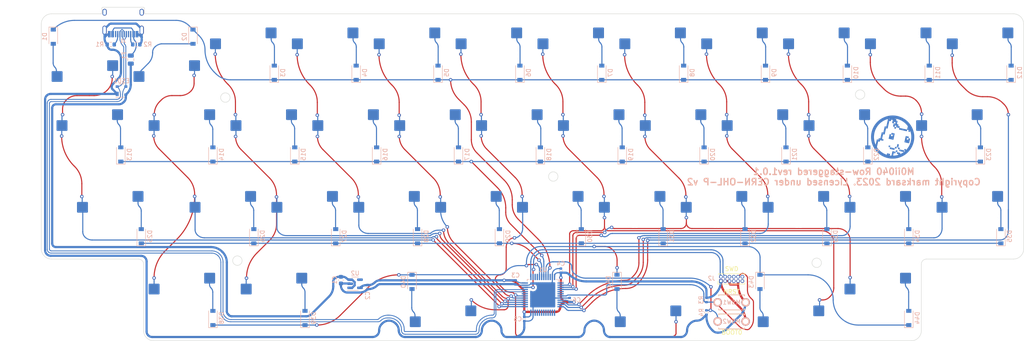
<source format=kicad_pcb>
(kicad_pcb (version 20211014) (generator pcbnew)
  (title_block (title "m0ii040_rs") (date "2023-03-04") (rev "1.0.1"))
  (layers (0 "F.Cu" signal) (31 "B.Cu" signal) (34 "B.Paste" user) (35 "F.Paste" user) (36 "B.SilkS" user "B.Silkscreen") (37 "F.SilkS" user "F.Silkscreen") (38 "B.Mask" user) (39 "F.Mask" user) (44 "Edge.Cuts" user))
  (net 0 "")
  (net 1 "+5V")
  (net 2 "GND")
  (net 3 "+3.3V")
  (net 4 "D-")
  (net 5 "D+")
  (net 6 "Net-(F1-Pad1)")
  (net 7 "Net-(J1-PadA5)")
  (net 9 "Net-(J1-PadB5)")
  (net 11 "SWDIO")
  (net 12 "SWCLK")
  (net 16 "NRST")
  (net 17 "BOOT0")
  (net 21 "row1")
  (net 22 "Net-(D1-Pad2)")
  (net 23 "Net-(D2-Pad2)")
  (net 24 "Net-(D3-Pad2)")
  (net 28 "Net-(D4-Pad2)")
  (net 29 "Net-(D5-Pad2)")
  (net 30 "Net-(D6-Pad2)")
  (net 31 "Net-(D7-Pad2)")
  (net 32 "Net-(D8-Pad2)")
  (net 41 "Net-(D9-Pad2)")
  (net 42 "Net-(D10-Pad2)")
  (net 43 "Net-(D11-Pad2)")
  (net 44 "Net-(D12-Pad2)")
  (net 45 "row2")
  (net 46 "Net-(D13-Pad2)")
  (net 47 "Net-(D14-Pad2)")
  (net 49 "Net-(D15-Pad2)")
  (net 50 "Net-(D16-Pad2)")
  (net 51 "Net-(D17-Pad2)")
  (net 52 "Net-(D18-Pad2)")
  (net 53 "Net-(D19-Pad2)")
  (net 54 "Net-(D20-Pad2)")
  (net 55 "Net-(D21-Pad2)")
  (net 56 "Net-(D22-Pad2)")
  (net 57 "Net-(D23-Pad2)")
  (net 58 "row3")
  (net 59 "Net-(D25-Pad2)")
  (net 60 "Net-(D26-Pad2)")
  (net 61 "Net-(D27-Pad2)")
  (net 62 "Net-(D28-Pad2)")
  (net 63 "Net-(D29-Pad2)")
  (net 64 "Net-(D30-Pad2)")
  (net 65 "Net-(D31-Pad2)")
  (net 66 "Net-(D32-Pad2)")
  (net 67 "Net-(D33-Pad2)")
  (net 68 "Net-(D34-Pad2)")
  (net 69 "Net-(D35-Pad2)")
  (net 70 "row4")
  (net 71 "Net-(D38-Pad2)")
  (net 72 "Net-(D39-Pad2)")
  (net 73 "Net-(D40-Pad2)")
  (net 74 "Net-(D42-Pad2)")
  (net 75 "Net-(D43-Pad2)")
  (net 76 "Net-(D44-Pad2)")
  (net 77 "col1")
  (net 78 "col2")
  (net 79 "col3")
  (net 80 "col4")
  (net 81 "col5")
  (net 82 "col6")
  (net 83 "col7")
  (net 84 "col8")
  (net 85 "col9")
  (net 86 "col10")
  (net 87 "col11")
  (net 88 "col12")
  (footprint "Marksard_Keyboard:m0ii040_PCB_Template_v1.0.3" (layer "F.Cu") (at 40.48125 54.76875)
    (fp_text reference "H1")
    (fp_text value "m0ii040_PCB_Template_v1.0.3")
    (fp_line (start -7.14375 47.625) (end 13.096875 47.625) (layer "Edge.Cuts") (width 0.1))
    (fp_line (start 4.318 -9.525) (end -7.14375 -9.525) (layer "Edge.Cuts") (width 0.1))
    (fp_line (start -9.525 -7.14375) (end -9.525 45.24375) (layer "Edge.Cuts") (width 0.1))
    (fp_line (start 4.826 -11.049) (end 14.224 -11.049) (layer "Edge.Cuts") (width 0.1))
    (fp_line (start 219.075 45.24375) (end 219.075 -7.14375) (layer "Edge.Cuts") (width 0.1))
    (fp_line (start 196.453125 47.625) (end 216.69375 47.625) (layer "Edge.Cuts") (width 0.1))
    (fp_line (start 4.572 -9.779) (end 4.572 -10.795) (layer "Edge.Cuts") (width 0.1))
    (fp_line (start 216.69375 -9.525) (end 14.732 -9.525) (layer "Edge.Cuts") (width 0.1))
    (fp_line (start 195.2625 64.29375) (end 195.2625 48.815625) (layer "Edge.Cuts") (width 0.1))
    (fp_line (start 14.2875 48.815625) (end 14.2875 64.29375) (layer "Edge.Cuts") (width 0.1))
    (fp_line (start 14.478 -9.779) (end 14.478 -10.795) (layer "Edge.Cuts") (width 0.1))
    (fp_line (start 16.66875 66.675) (end 192.88125 66.675) (layer "Edge.Cuts") (width 0.1))
    (fp_arc (start 195.2625 48.815625) (mid 195.611219 47.973719) (end 196.453125 47.625) (layer "Edge.Cuts") (width 0.1))
    (fp_arc (start 13.096875 47.625) (mid 13.938781 47.973719) (end 14.2875 48.815625) (layer "Edge.Cuts") (width 0.1))
    (fp_arc (start 219.075 45.24375) (mid 218.377533 46.927533) (end 216.69375 47.625) (layer "Edge.Cuts") (width 0.1))
    (fp_arc (start 195.2625 64.29375) (mid 194.565033 65.977533) (end 192.88125 66.675) (layer "Edge.Cuts") (width 0.1))
    (fp_arc (start -7.14375 47.625) (mid -8.827548 46.927548) (end -9.525 45.24375) (layer "Edge.Cuts") (width 0.1))
    (fp_arc (start 14.732 -9.525) (mid 14.552395 -9.599395) (end 14.478 -9.779) (layer "Edge.Cuts") (width 0.1))
    (fp_arc (start -9.525 -7.14375) (mid -8.827548 -8.827548) (end -7.14375 -9.525) (layer "Edge.Cuts") (width 0.1))
    (fp_arc (start 4.572 -10.795) (mid 4.646395 -10.974605) (end 4.826 -11.049) (layer "Edge.Cuts") (width 0.1))
    (fp_arc (start 16.66875 66.675) (mid 14.984952 65.977548) (end 14.2875 64.29375) (layer "Edge.Cuts") (width 0.1))
    (fp_arc (start 216.69375 -9.525) (mid 218.377533 -8.827533) (end 219.075 -7.14375) (layer "Edge.Cuts") (width 0.1))
    (fp_arc (start 4.572 -9.779) (mid 4.497605 -9.599395) (end 4.318 -9.525) (layer "Edge.Cuts") (width 0.1))
    (fp_arc (start 14.224 -11.049) (mid 14.403605 -10.974605) (end 14.478 -10.795) (layer "Edge.Cuts") (width 0.1))
    (fp_circle (center 170.909958 48.489904) (end 172.009958 48.489904) (layer "Edge.Cuts") (width 0.1) (fill none))
    (fp_circle (center 109.609958 28.389904) (end 110.709958 28.389904) (layer "Edge.Cuts") (width 0.1) (fill none))
    (fp_circle (center 36.109958 47.989904) (end 37.209958 47.989904) (layer "Edge.Cuts") (width 0.1) (fill none))
    (fp_circle (center 181.009958 9.289904) (end 182.109958 9.289904) (layer "Edge.Cuts") (width 0.1) (fill none))
    (fp_circle (center 33.309958 9.989904) (end 34.409958 9.989904) (layer "Edge.Cuts") (width 0.1) (fill none))
  )
  (footprint "ai03.MX_Hotswap:MX-Hotswap-1U" (layer "F.Cu") (at 250.03125 54.76875)
    (fp_text reference "SW12")
    (fp_text value "BS")
  )
  (footprint "ai03.MX_Hotswap:MX-Hotswap-1U" (layer "F.Cu") (at 83.34375 73.81875)
    (fp_text reference "SW15")
    (fp_text value "S")
  )
  (footprint "ai03.MX_Hotswap:MX-Hotswap-1U" (layer "F.Cu") (at 73.81875 92.86875)
    (fp_text reference "SW26")
    (fp_text value "Z")
  )
  (footprint "ai03.MX_Hotswap:MX-Hotswap-1.25U" (layer "F.Cu") (at 85.72475 111.91875)
    (fp_text reference "SW39")
    (fp_text value "ALT")
  )
  (footprint "ai03.MX_Hotswap:MX-Hotswap-1U" (layer "F.Cu") (at 102.39375 73.81875)
    (fp_text reference "SW16")
    (fp_text value "D")
  )
  (footprint "ai03.MX_Hotswap:MX-Hotswap-1U" (layer "F.Cu") (at 135.73125 54.76875)
    (fp_text reference "SW6")
    (fp_text value "T")
  )
  (footprint "ai03.MX_Hotswap:MX-Hotswap-1U" (layer "F.Cu") (at 178.59375 73.81875)
    (fp_text reference "SW20")
    (fp_text value "J")
  )
  (footprint "ai03.MX_Hotswap:MX-Hotswap-1U" (layer "F.Cu") (at 92.86875 92.86875)
    (fp_text reference "SW27")
    (fp_text value "X")
  )
  (footprint "ai03.MX_Hotswap:MX-Hotswap-1U" (layer "F.Cu") (at 40.48125 54.76875 180)
    (fp_text reference "SW1")
    (fp_text value "ESC")
  )
  (footprint "ai03.MX_Hotswap:MX-Hotswap-1U" (layer "F.Cu") (at 130.96875 92.86875)
    (fp_text reference "SW29")
    (fp_text value "V")
  )
  (footprint "ai03.MX_Hotswap:MX-Hotswap-2.75U" (layer "F.Cu") (at 123.82525 111.91875 180)
    (fp_text reference "SW40")
    (fp_text value "BS")
  )
  (footprint "ai03.MX_Hotswap:MX-Hotswap-1U" (layer "F.Cu") (at 216.69375 73.81875)
    (fp_text reference "SW22")
    (fp_text value "L")
  )
  (footprint "ai03.MX_Hotswap:MX-Hotswap-1.75U" (layer "F.Cu") (at 242.88775 73.81875)
    (fp_text reference "SW23")
    (fp_text value "ENT")
  )
  (footprint "ai03.MX_Hotswap:MX-Hotswap-1.25U" (layer "F.Cu") (at 247.64975 92.86875)
    (fp_text reference "SW35")
    (fp_text value "SHIFT")
  )
  (footprint "ai03.MX_Hotswap:MX-Hotswap-1U" (layer "F.Cu") (at 59.53125 54.76875 180)
    (fp_text reference "SW2")
    (fp_text value "Q")
  )
  (footprint "ai03.MX_Hotswap:MX-Hotswap-1U" (layer "F.Cu") (at 150.01875 92.86875)
    (fp_text reference "SW30")
    (fp_text value "B")
  )
  (footprint "ai03.MX_Hotswap:MX-Hotswap-1U" (layer "F.Cu") (at 121.44375 73.81875)
    (fp_text reference "SW17")
    (fp_text value "F")
  )
  (footprint "ai03.MX_Hotswap:MX-Hotswap-1U" (layer "F.Cu") (at 111.91875 92.86875)
    (fp_text reference "SW28")
    (fp_text value "C")
  )
  (footprint "ai03.MX_Hotswap:MX-Hotswap-1U" (layer "F.Cu") (at 159.54375 73.81875)
    (fp_text reference "SW19")
    (fp_text value "H")
  )
  (footprint "ai03.MX_Hotswap:MX-Hotswap-1U" (layer "F.Cu") (at 78.58125 54.76875)
    (fp_text reference "SW3")
    (fp_text value "W")
  )
  (footprint "ai03.MX_Hotswap:MX-Hotswap-1U" (layer "F.Cu") (at 197.64375 73.81875)
    (fp_text reference "SW21")
    (fp_text value "K")
  )
  (footprint "ai03.MX_Hotswap:MX-Hotswap-1U" (layer "F.Cu") (at 230.98125 54.76875)
    (fp_text reference "SW11")
    (fp_text value "P")
  )
  (footprint "ai03.MX_Hotswap:MX-Hotswap-1U" (layer "F.Cu") (at 64.29375 111.91875)
    (fp_text reference "SW38")
    (fp_text value "WIN")
  )
  (footprint "ai03.MX_Hotswap:MX-Hotswap-1.75U" (layer "F.Cu") (at 47.62525 92.86875)
    (fp_text reference "SW25")
    (fp_text value "SHIFT")
  )
  (footprint "ai03.MX_Hotswap:MX-Hotswap-1U" (layer "F.Cu") (at 207.16875 92.86875)
    (fp_text reference "SW33")
    (fp_text value ",")
  )
  (footprint "ai03.MX_Hotswap:MX-Hotswap-1U" (layer "F.Cu") (at 188.11875 92.86875)
    (fp_text reference "SW32")
    (fp_text value "M")
  )
  (footprint "Connector_PinHeader_1.00mm:PinHeader_2x06_P1.00mm_Vertical" (layer "F.Cu") (at 189.099375 107.52025 90)
    (fp_text reference "J2")
    (fp_text value "Conn_ARM_JTAG_SWD_10")
  )
  (footprint "ai03.MX_Hotswap:MX-Hotswap-1U" (layer "F.Cu") (at 97.63125 54.76875)
    (fp_text reference "SW4")
    (fp_text value "E")
  )
  (footprint "ai03.MX_Hotswap:MX-Hotswap-1U" (layer "F.Cu") (at 154.78125 54.76875)
    (fp_text reference "SW7")
    (fp_text value "Y")
  )
  (footprint "ai03.MX_Hotswap:MX-Hotswap-1U" (layer "F.Cu") (at 226.21875 92.86875)
    (fp_text reference "SW34")
    (fp_text value ".")
  )
  (footprint "ai03.MX_Hotswap:MX-Hotswap-1U" (layer "F.Cu") (at 173.83125 54.76875)
    (fp_text reference "SW8")
    (fp_text value "U")
  )
  (footprint "ai03.MX_Hotswap:MX-Hotswap-1.25U" (layer "F.Cu") (at 204.78725 111.91875 180)
    (fp_text reference "SW43")
    (fp_text value "ALT")
  )
  (footprint "ai03.MX_Hotswap:MX-Hotswap-1U" (layer "F.Cu") (at 140.49375 73.81875)
    (fp_text reference "SW18")
    (fp_text value "G")
  )
  (footprint "ai03.MX_Hotswap:MX-Hotswap-1U" (layer "F.Cu") (at 64.29375 73.81875)
    (fp_text reference "SW14")
    (fp_text value "A")
  )
  (footprint "ai03.MX_Hotswap:MX-Hotswap-1U" (layer "F.Cu") (at 226.21875 111.91875)
    (fp_text reference "SW44")
    (fp_text value "APP")
  )
  (footprint "ai03.MX_Hotswap:MX-Hotswap-1U" (layer "F.Cu") (at 169.06875 92.86875)
    (fp_text reference "SW31")
    (fp_text value "N")
  )
  (footprint "ai03.MX_Hotswap:MX-Hotswap-1U" (layer "F.Cu") (at 211.93125 54.76875)
    (fp_text reference "SW10")
    (fp_text value "O")
  )
  (footprint "ai03.MX_Hotswap:MX-Hotswap-2.25U" (layer "F.Cu") (at 171.52435 111.91875 180)
    (fp_text reference "SW42")
    (fp_text value "SPC")
  )
  (footprint "ai03.MX_Hotswap:MX-Hotswap-1U" (layer "F.Cu") (at 192.88125 54.76875)
    (fp_text reference "SW9")
    (fp_text value "I")
  )
  (footprint "ai03.MX_Hotswap:MX-Hotswap-1U" (layer "F.Cu") (at 116.68125 54.76875)
    (fp_text reference "SW5")
    (fp_text value "R")
  )
  (footprint "ai03.MX_Hotswap:MX-Hotswap-1.25U" (layer "F.Cu") (at 42.86225 73.81875)
    (fp_text reference "SW13")
    (fp_text value "CTRL")
  )
  (footprint "Diode_SMD:D_SOD-123" (layer "B.Cu") (at 104.23125 58.96875 90)
    (fp_text reference "D4")
    (fp_text value "D")
  )
  (footprint "Diode_SMD:D_SOD-123" (layer "B.Cu") (at 185.19375 78.01875 90)
    (fp_text reference "D20")
    (fp_text value "D")
  )
  (footprint "Diode_SMD:D_SOD-123" (layer "B.Cu") (at 66.26225 50.57775 -90)
    (fp_text reference "D2")
    (fp_text value "D")
  )
  (footprint "Resistor_SMD:R_0603_1608Metric" (layer "B.Cu") (at 53.068125 52.3875)
    (fp_text reference "R2")
    (fp_text value "5.1k")
  )
  (footprint "Diode_SMD:D_SOD-123" (layer "B.Cu") (at 54.22525 97.06875 90)
    (fp_text reference "D25")
    (fp_text value "D")
  )
  (footprint "Capacitor_SMD:C_0402_1005Metric" (layer "B.Cu") (at 143.35125 116.36375 -90)
    (fp_text reference "C5")
    (fp_text value "100nF")
  )
  (footprint "Marksard_Keyboard:HRO-TYPE-C-31-M-12-Assembly" (layer "B.Cu") (at 50.00625 42.271875)
    (fp_text reference "J1")
    (fp_text value "USB_C_Receptacle_USB2.0")
  )
  (footprint "Diode_SMD:D_SOD-123" (layer "B.Cu") (at 80.41875 97.06875 90)
    (fp_text reference "D26")
    (fp_text value "D")
  )
  (footprint "Diode_SMD:D_SOD-123" (layer "B.Cu") (at 223.29375 78.01875 90)
    (fp_text reference "D22")
    (fp_text value "D")
  )
  (footprint "Diode_SMD:D_SOD-123" (layer "B.Cu") (at 137.56875 97.06875 90)
    (fp_text reference "D29")
    (fp_text value "D")
  )
  (footprint "Diode_SMD:D_SOD-123" (layer "B.Cu") (at 213.76875 97.06875 90)
    (fp_text reference "D33")
    (fp_text value "D")
  )
  (footprint "Diode_SMD:D_SOD-123" (layer "B.Cu") (at 117.22525 107.71875 -90)
    (fp_text reference "D40")
    (fp_text value "D")
  )
  (footprint "Resistor_SMD:R_0402_1005Metric" (layer "B.Cu") (at 185.7375 114.83975 -90)
    (fp_text reference "R4")
    (fp_text value "5.1k")
  )
  (footprint "Diode_SMD:D_SOD-123" (layer "B.Cu") (at 161.38125 58.96875 90)
    (fp_text reference "D7")
    (fp_text value "D")
  )
  (footprint "Resistor_SMD:R_0402_1005Metric" (layer "B.Cu") (at 185.7375 111.91875 -90)
    (fp_text reference "R3")
    (fp_text value "5.1k")
  )
  (footprint "Diode_SMD:D_SOD-123" (layer "B.Cu") (at 199.48125 58.96875 90)
    (fp_text reference "D9")
    (fp_text value "D")
  )
  (footprint "Diode_SMD:D_SOD-123" (layer "B.Cu") (at 232.81875 97.06875 90)
    (fp_text reference "D34")
    (fp_text value "D")
  )
  (footprint "Marksard_Keyboard:marksard_logo" (layer "B.Cu") (at 229.07625 73.94575 180)
    (fp_text reference "H2" hide)
    (fp_text value "marksard" hide)
  )
  (footprint "Capacitor_SMD:C_0603_1608Metric" (layer "B.Cu") (at 100.67925 107.304086 -90)
    (fp_text reference "C1")
    (fp_text value "10uF")
  )
  (footprint "Diode_SMD:D_SOD-123" (layer "B.Cu") (at 128.04375 78.01875 90)
    (fp_text reference "D17")
    (fp_text value "D")
  )
  (footprint "Diode_SMD:D_SOD-123" (layer "B.Cu") (at 254.24975 97.06875 90)
    (fp_text reference "D35")
    (fp_text value "D")
  )
  (footprint "Diode_SMD:D_SOD-123" (layer "B.Cu") (at 232.81875 116.11875 90)
    (fp_text reference "D44")
    (fp_text value "D")
  )
  (footprint "Capacitor_SMD:C_0402_1005Metric" (layer "B.Cu") (at 153.89225 111.91875 90)
    (fp_text reference "C6")
    (fp_text value "100nF")
  )
  (footprint "Diode_SMD:D_SOD-123" (layer "B.Cu") (at 85.18125 58.96875 90)
    (fp_text reference "D3")
    (fp_text value "D")
  )
  (footprint "Diode_SMD:D_SOD-123" (layer "B.Cu") (at 92.32475 116.11875 90)
    (fp_text reference "D39")
    (fp_text value "D")
  )
  (footprint "Diode_SMD:D_SOD-123" (layer "B.Cu") (at 194.71875 97.06875 90)
    (fp_text reference "D32")
    (fp_text value "D")
  )
  (footprint "Diode_SMD:D_SOD-123" (layer "B.Cu") (at 164.92435 107.71875 -90)
    (fp_text reference "D42")
    (fp_text value "D")
  )
  (footprint "Capacitor_SMD:C_0402_1005Metric" (layer "B.Cu") (at 106.906875 108.929664 -90)
    (fp_text reference "C2")
    (fp_text value "1uF")
  )
  (footprint "Diode_SMD:D_SOD-123" (layer "B.Cu") (at 118.51875 97.06875 90)
    (fp_text reference "D28")
    (fp_text value "D")
  )
  (footprint "Diode_SMD:D_SOD-123" (layer "B.Cu") (at 175.66875 97.06875 90)
    (fp_text reference "D31")
    (fp_text value "D")
  )
  (footprint "Marksard_Keyboard:TVBP06-B043CB" (layer "B.Cu") (at 191.599375 112.48125)
    (fp_text reference "MSW1")
    (fp_text value "NRST")
  )
  (footprint "Diode_SMD:D_SOD-123" (layer "B.Cu") (at 142.33125 58.96875 90)
    (fp_text reference "D6")
    (fp_text value "D")
  )
  (footprint "Package_TO_SOT_SMD:SOT-23-5" (layer "B.Cu") (at 103.975 108.146875)
    (fp_text reference "U2")
    (fp_text value "TLV73333PDBV")
  )
  (footprint "Diode_SMD:D_SOD-123" (layer "B.Cu") (at 237.58125 58.96875 90)
    (fp_text reference "D11")
    (fp_text value "D")
  )
  (footprint "Capacitor_SMD:C_0402_1005Metric" (layer "B.Cu") (at 141.31925 107.82675 -90)
    (fp_text reference "C3")
    (fp_text value "100nF")
  )
  (footprint "Diode_SMD:D_SOD-123" (layer "B.Cu") (at 204.24375 78.01875 90)
    (fp_text reference "D21")
    (fp_text value "D")
  )
  (footprint "Diode_SMD:D_SOD-123" (layer "B.Cu") (at 108.99375 78.01875 90)
    (fp_text reference "D16")
    (fp_text value "D")
  )
  (footprint "Resistor_SMD:R_0603_1608Metric" (layer "B.Cu") (at 47.115 52.3875 180)
    (fp_text reference "R1")
    (fp_text value "5.1k")
  )
  (footprint "Diode_SMD:D_SOD-123" (layer "B.Cu") (at 156.61875 97.06875 90)
    (fp_text reference "D30")
    (fp_text value "D")
  )
  (footprint "Diode_SMD:D_SOD-123" (layer "B.Cu") (at 123.28125 58.96875 90)
    (fp_text reference "D5")
    (fp_text value "D")
  )
  (footprint "Diode_SMD:D_SOD-123" (layer "B.Cu") (at 180.43125 58.96875 90)
    (fp_text reference "D8")
    (fp_text value "D")
  )
  (footprint "Diode_SMD:D_SOD-123" (layer "B.Cu") (at 249.48775 78.01875 90)
    (fp_text reference "D23")
    (fp_text value "D")
  )
  (footprint "Diode_SMD:D_SOD-123" (layer "B.Cu") (at 198.18725 107.71875 -90)
    (fp_text reference "D43")
    (fp_text value "D")
  )
  (footprint "Capacitor_SMD:C_0402_1005Metric" (layer "B.Cu") (at 151.86025 105.08875 90)
    (fp_text reference "C4")
    (fp_text value "100nF")
  )
  (footprint "Fuse:Fuse_0805_2012Metric" (layer "B.Cu") (at 51.78425 55.91175 -90)
    (fp_text reference "F1")
    (fp_text value "500mA")
  )
  (footprint "Diode_SMD:D_SOD-123" (layer "B.Cu") (at 256.63125 58.96875 90)
    (fp_text reference "D12")
    (fp_text value "D")
  )
  (footprint "Diode_SMD:D_SOD-123" (layer "B.Cu") (at 166.14375 78.01875 90)
    (fp_text reference "D19")
    (fp_text value "D")
  )
  (footprint "Diode_SMD:D_SOD-123" (layer "B.Cu") (at 147.09375 78.01875 90)
    (fp_text reference "D18")
    (fp_text value "D")
  )
  (footprint "Diode_SMD:D_SOD-123" (layer "B.Cu") (at 70.89375 78.01875 90)
    (fp_text reference "D14")
    (fp_text value "D")
  )
  (footprint "Diode_SMD:D_SOD-123" (layer "B.Cu") (at 99.46875 97.06875 90)
    (fp_text reference "D27")
    (fp_text value "D")
  )
  (footprint "Package_QFP:LQFP-48_7x7mm_P0.5mm" (layer "B.Cu") (at 147.6375 110.728125 180)
    (fp_text reference "U1")
    (fp_text value "STM32F072C8Tx")
  )
  (footprint "Package_TO_SOT_SMD:SOT-143" (layer "B.Cu") (at 49.62525 63.15075)
    (fp_text reference "ESD1")
    (fp_text value "PRTR5V0U2X")
  )
  (footprint "Marksard_Keyboard:TVBP06-B043CB" (layer "B.Cu") (at 191.599375 116.92625)
    (fp_text reference "MSW2")
    (fp_text value "BOOT0")
  )
  (footprint "Diode_SMD:D_SOD-123" (layer "B.Cu") (at 49.46225 78.01875 90)
    (fp_text reference "D13")
    (fp_text value "D")
  )
  (footprint "Diode_SMD:D_SOD-123" (layer "B.Cu") (at 89.94375 78.01875 90)
    (fp_text reference "D15")
    (fp_text value "D")
  )
  (footprint "Diode_SMD:D_SOD-123" (layer "B.Cu") (at 70.89375 116.11875 90)
    (fp_text reference "D38")
    (fp_text value "D")
  )
  (footprint "Diode_SMD:D_SOD-123" (layer "B.Cu") (at 33.75025 50.57775 -90)
    (fp_text reference "D1")
    (fp_text value "D")
  )
  (footprint "Diode_SMD:D_SOD-123" (layer "B.Cu") (at 218.53125 58.96875 90)
    (fp_text reference "D10")
    (fp_text value "D")
  )
  (gr_text "M0ii040 Row-staggered rev1.0.1\nCopyright marksard 2023. Licensed under CERN-OHL-P v2\n" (at 215.36025 83.21675) (layer "B.SilkS") (effects (font (size 1.5 1.5) (thickness 0.3)) (justify mirror)))
  (gr_text "SWD" (at 191.61125 104.67975) (layer "F.SilkS") (effects (font (size 1 1))))
  (segment (start 103.881 108.516822) (end 103.300947 109.096875) (width 0.508) (layer "B.Cu") (net 1))
  (segment (start 33.49625 67.19296) (end 33.49625 98.73254) (width 0.508) (layer "B.Cu") (net 1))
  (segment (start 48.99025 66.32575) (end 34.36346 66.32575) (width 0.508) (layer "B.Cu") (net 1))
  (segment (start 73.05488 100.677381) (end 73.12025 100.74275) (width 0.508) (layer "B.Cu") (net 1))
  (segment (start 100.67925 106.529086) (end 101.201655 106.529086) (width 0.508) (layer "B.Cu") (net 1))
  (segment (start 93.82125 115.22075) (end 97.899907 111.142093) (width 0.508) (layer "B.Cu") (net 1))
  (segment (start 100.20945 106.529086) (end 100.67925 106.529086) (width 0.508) (layer "B.Cu") (net 1))
  (segment (start 102.81384 107.196875) (end 102.8375 107.196875) (width 0.508) (layer "B.Cu") (net 1))
  (segment (start 50.62525 64.10075) (end 50.62525 64.809563) (width 0.508) (layer "B.Cu") (net 1))
  (segment (start 51.78425 56.84925) (end 51.78425 61.75375) (width 0.508) (layer "B.Cu") (net 1))
  (segment (start 74.405658 115.236157) (end 74.51725 115.34775) (width 0.508) (layer "B.Cu") (net 1))
  (segment (start 50.26025 65.69075) (end 50.074263 65.876737) (width 0.508) (layer "B.Cu") (net 1))
  (segment (start 74.51725 115.34775) (end 74.628842 115.459342) (width 0.508) (layer "B.Cu") (net 1))
  (segment (start 50.944207 63.781793) (end 50.62525 64.10075) (width 0.508) (layer "B.Cu") (net 1))
  (segment (start 103.300947 107.196875) (end 103.881 107.776928) (width 0.508) (layer "B.Cu") (net 1))
  (segment (start 103.881 107.776928) (end 103.881 108.516822) (width 0.508) (layer "B.Cu") (net 1))
  (segment (start 34.36346 99.59975) (end 70.45325 99.59975) (width 0.508) (layer "B.Cu") (net 1))
  (segment (start 103.300947 109.096875) (end 102.8375 109.096875) (width 0.508) (layer "B.Cu") (net 1))
  (segment (start 74.13625 103.19559) (end 74.13625 114.58575) (width 0.508) (layer "B.Cu") (net 1))
  (segment (start 98.90125 108.724638) (end 98.90125 107.57896) (width 0.508) (layer "B.Cu") (net 1))
  (segment (start 75.27925 115.72875) (end 92.59483 115.72875) (width 0.508) (layer "B.Cu") (net 1))
  (segment (start 102.8375 107.196875) (end 103.300947 107.196875) (width 0.508) (layer "B.Cu") (net 1))
  (arc (start 98.90125 107.57896) (mid 98.967262 107.247093) (end 99.15525 106.96575) (width 0.508) (layer "B.Cu") (net 1))
  (arc (start 50.074263 65.876737) (mid 49.576909 66.209034) (end 48.99025 66.32575) (width 0.508) (layer "B.Cu") (net 1))
  (arc (start 33.49625 98.73254) (mid 33.562262 99.064407) (end 33.75025 99.34575) (width 0.508) (layer "B.Cu") (net 1))
  (arc (start 101.201655 106.529086) (mid 101.60625 106.609565) (end 101.94925 106.83875) (width 0.508) (layer "B.Cu") (net 1))
  (arc (start 33.75025 66.57975) (mid 33.562269 66.861093) (end 33.49625 67.19296) (width 0.508) (layer "B.Cu") (net 1))
  (arc (start 73.12025 100.74275) (mid 73.872201 101.868123) (end 74.13625 103.19559) (width 0.508) (layer "B.Cu") (net 1))
  (arc (start 34.36346 66.32575) (mid 34.031593 66.391762) (end 33.75025 66.57975) (width 0.508) (layer "B.Cu") (net 1))
  (arc (start 70.45325 99.59975) (mid 71.861242 99.879817) (end 73.05488 100.677381) (width 0.508) (layer "B.Cu") (net 1))
  (arc (start 74.628842 115.459342) (mid 74.927252 115.658733) (end 75.27925 115.72875) (width 0.508) (layer "B.Cu") (net 1))
  (arc (start 33.75025 99.34575) (mid 34.031593 99.533742) (end 34.36346 99.59975) (width 0.508) (layer "B.Cu") (net 1))
  (arc (start 51.78425 61.75375) (mid 51.56593 62.851319) (end 50.944207 63.781793) (width 0.508) (layer "B.Cu") (net 1))
  (arc (start 97.899907 111.142093) (mid 98.64101 110.032955) (end 98.90125 108.724638) (width 0.508) (layer "B.Cu") (net 1))
  (arc (start 101.94925 106.83875) (mid 102.345927 107.103801) (end 102.81384 107.196875) (width 0.508) (layer "B.Cu") (net 1))
  (arc (start 50.62525 64.809563) (mid 50.530389 65.286458) (end 50.26025 65.69075) (width 0.508) (layer "B.Cu") (net 1))
  (arc (start 74.13625 114.58575) (mid 74.206267 114.937748) (end 74.405658 115.236157) (width 0.508) (layer "B.Cu") (net 1))
  (arc (start 99.15525 106.96575) (mid 99.638921 106.642571) (end 100.20945 106.529086) (width 0.508) (layer "B.Cu") (net 1))
  (arc (start 92.59483 115.72875) (mid 93.258569 115.59675) (end 93.82125 115.22075) (width 0.508) (layer "B.Cu") (net 1))
  (segment (start 192.894415 108.32625) (end 193.099375 108.12129) (width 0.508) (layer "F.Cu") (net 2))
  (segment (start 191.099375 107.52025) (end 191.099375 108.12129) (width 0.508) (layer "F.Cu") (net 2))
  (segment (start 191.099375 108.12129) (end 191.304335 108.32625) (width 0.508) (layer "F.Cu") (net 2))
  (segment (start 190.099375 107.52025) (end 191.099375 107.52025) (width 0.508) (layer "F.Cu") (net 2))
  (segment (start 191.304335 108.32625) (end 192.894415 108.32625) (width 0.508) (layer "F.Cu") (net 2))
  (segment (start 193.099375 108.12129) (end 193.099375 107.52025) (width 0.508) (layer "F.Cu") (net 2))
  (segment (start 193.099375 107.52025) (end 193.099375 108.256377) (width 0.508) (layer "F.Cu") (net 2))
  (arc (start 193.099375 108.256377) (mid 193.554185 110.542861) (end 194.849375 112.48125) (width 0.508) (layer "F.Cu") (net 2))
  (segment (start 56.768065 120.55475) (end 108.04525 120.55475) (width 0.508) (layer "B.Cu") (net 2))
  (segment (start 149.19325 109.12475) (end 148.753263 108.684763) (width 0.254) (layer "B.Cu") (net 2))
  (segment (start 133.027052 120.114763) (end 132.968065 120.17375) (width 0.508) (layer "B.Cu") (net 2))
  (segment (start 138.488052 120.105737) (end 138.429065 120.04675) (width 0.508) (layer "B.Cu") (net 2))
  (segment (start 54.32625 48.77949) (end 53.182053 47.635293) (width 0.508) (layer "B.Cu") (net 2))
  (segment (start 149.39645 109.615318) (end 149.39645 109.93033) (width 0.254) (layer "B.Cu") (net 2))
  (segment (start 106.906875 109.409664) (end 106.967382 109.409664) (width 0.508) (layer "B.Cu") (net 2))
  (segment (start 45.68625 49.051875) (end 45.68625 50.70275) (width 0.508) (layer "B.Cu") (net 2))
  (segment (start 45.68625 49.051875) (end 45.68625 48.77949) (width 0.508) (layer "B.Cu") (net 2))
  (segment (start 49.49825 58.898653) (end 49.49825 55.666762) (width 0.508) (layer "B.Cu") (net 2))
  (segment (start 143.475 108.478125) (end 144.342711 108.478125) (width 0.254) (layer "B.Cu") (net 2))
  (segment (start 146.474702 111.35995) (end 148.12645 111.35995) (width 0.254) (layer "B.Cu") (net 2))
  (segment (start 139.28725 120.55475) (end 142.93402 120.55475) (width 0.508) (layer "B.Cu") (net 2))
  (segment (start 143.35125 116.84375) (end 143.35125 118.321046) (width 0.508) (layer "B.Cu") (net 2))
  (segment (start 102.177102 110.19155) (end 105.019236 110.19155) (width 0.508) (layer "B.Cu") (net 2))
  (segment (start 188.30925 119.53875) (end 188.50162 119.53875) (width 0.508) (layer "B.Cu") (net 2))
  (segment (start 55.46725 102.961535) (end 55.46725 119.212965) (width 0.508) (layer "B.Cu") (net 2))
  (segment (start 187.03925 118.90375) (end 187.225237 119.089737) (width 0.508) (layer "B.Cu") (net 2))
  (segment (start 47.21225 47.52975) (end 52.92725 47.52975) (width 0.508) (layer "B.Cu") (net 2))
  (segment (start 53.837487 50.217986) (end 54.32625 50.70675) (width 0.508) (layer "B.Cu") (net 2))
  (segment (start 134.244447 117.373368) (end 134.104683 117.513132) (width 0.508) (layer "B.Cu") (net 2))
  (segment (start 101.224447 109.796948) (end 101.18725 109.75975) (width 0.508) (layer "B.Cu") (net 2))
  (segment (start 33.158065 101.63175) (end 54.21904 101.63175) (width 0.508) (layer "B.Cu") (net 2))
  (segment (start 151.8 111.478125) (end 150.680317 111.478125) (width 0.254) (layer "B.Cu") (net 2))
  (segment (start 46.70425 53.37175) (end 46.693052 53.360552) (width 0.508) (layer "B.Cu") (net 2))
  (segment (start 48.62525 63.90075) (end 47.49902 62.77452) (width 0.508) (layer "B.Cu") (net 2))
  (segment (start 110.197868 117.513132) (end 110.337632 117.373368) (width 0.508) (layer "B.Cu") (net 2))
  (segment (start 109.56925 119.126935) (end 109.56925 119.03075) (width 0.508) (layer "B.Cu") (net 2))
  (segment (start 142.93402 120.55475) (end 156.05125 120.55475) (width 0.508) (layer "B.Cu") (net 2))
  (segment (start 145.3875 114.890625) (end 145.3875 112.512983) (width 0.254) (layer "B.Cu") (net 2))
  (segment (start 48.62525 63.90075) (end 33.175035 63.90075) (width 0.508) (layer "B.Cu") (net 2))
  (segment (start 100.67925 108.53333) (end 100.67925 108.079086) (width 0.508) (layer "B.Cu") (net 2))
  (segment (start 55.46725 119.212965) (end 55.45525 119.224965) (width 0.508) (layer "B.Cu") (net 2))
  (segment (start 149.39645 110.361382) (end 149.39645 109.93033) (width 0.254) (layer "B.Cu") (net 2))
  (segment (start 184.928291 116.158958) (end 185.7375 115.34975) (width 0.508) (layer "B.Cu") (net 2))
  (segment (start 47.698461 61.521539) (end 48.916233 60.303767) (width 0.508) (layer "B.Cu") (net 2))
  (segment (start 54.32625 49.051875) (end 54.32625 48.77949) (width 0.508) (layer "B.Cu") (net 2))
  (segment (start 47.636827 53.62575) (end 47.31746 53.62575) (width 0.508) (layer "B.Cu") (net 2))
  (segment (start 45.68625 48.77949) (end 46.740644 47.725096) (width 0.508) (layer "B.Cu") (net 2))
  (segment (start 149.080382 110.964819) (end 149.19325 110.85195) (width 0.254) (layer "B.Cu") (net 2))
  (segment (start 144.277033 116.84375) (end 143.35125 116.84375) (width 0.254) (layer "B.Cu") (net 2))
  (segment (start 54.32625 49.051875) (end 54.32625 50.70675) (width 0.508) (layer "B.Cu") (net 2))
  (segment (start 147.66925 108.23575) (end 149.08804 108.23575) (width 0.254) (layer "B.Cu") (net 2))
  (segment (start 46.168186 50.220815) (end 45.68625 50.70275) (width 0.508) (layer "B.Cu") (net 2))
  (segment (start 113.372868 117.373368) (end 113.512632 117.513132) (width 0.508) (layer "B.Cu") (net 2))
  (segment (start 137.419447 117.513132) (end 137.279683 117.373368) (width 0.508) (layer "B.Cu") (net 2))
  (segment (start 163.16325 120.55475) (end 179.92725 120.55475) (width 0.508) (layer "B.Cu") (net 2))
  (segment (start 138.048065 119.126935) (end 138.048065 119.03075) (width 0.508) (layer "B.Cu") (net 2))
  (segment (start 151.300474 104.60875) (end 151.86025 104.60875) (width 0.254) (layer "B.Cu") (net 2))
  (segment (start 151.8 111.478125) (end 153.797191 111.478125) (width 0.254) (layer "B.Cu") (net 2))
  (segment (start 109.129263 120.105737) (end 109.18825 120.04675) (width 0.508) (layer "B.Cu") (net 2))
  (segment (start 31.84525 65.213565) (end 31.84525 100.301965) (width 0.508) (layer "B.Cu") (net 2))
  (segment (start 149.8875 107.532103) (end 149.8875 106.565625) (width 0.254) (layer "B.Cu") (net 2))
  (segment (start 149.8875 106.565625) (end 149.8875 105.837523) (width 0.254) (layer "B.Cu") (net 2))
  (segment (start 185.7375 115.34975) (end 185.7375 115.761048) (width 0.508) (layer "B.Cu") (net 2))
  (segment (start 190.34125 118.77675) (end 193.58551 115.53249) (width 0.508) (layer "B.Cu") (net 2))
  (segment (start 100.67925 108.079086) (end 102.673843 108.079086) (width 0.508) (layer "B.Cu") (net 2))
  (segment (start 109.80146 108.23575) (end 141.147841 108.23575) (width 0.508) (layer "B.Cu") (net 2))
  (segment (start 143.475 108.478125) (end 141.732985 108.478125) (width 0.254) (layer "B.Cu") (net 2))
  (segment (start 114.590263 120.114763) (end 114.64925 120.17375) (width 0.508) (layer "B.Cu") (net 2))
  (segment (start 144.927855 108.23575) (end 147.66925 108.23575) (width 0.254) (layer "B.Cu") (net 2))
  (segment (start 115.569065 120.55475) (end 132.17525 120.55475) (width 0.508) (layer "B.Cu") (net 2))
  (segment (start 145.3875 114.890625) (end 145.3875 115.86728) (width 0.254) (layer "B.Cu") (net 2))
  (segment (start 45.68625 50.70275) (end 45.68625 50.929919) (width 0.508) (layer "B.Cu") (net 2))
  (segment (start 54.32625 50.70675) (end 54.32625 51.341844) (width 0.508) (layer "B.Cu") (net 2))
  (arc (start 181.228065 119.03075) (mid 181.11137 119.617414) (end 180.779052 120.114763) (width 0.508) (layer "B.Cu") (net 2))
  (arc (start 54.32625 51.341844) (mid 54.213684 51.907749) (end 53.893125 52.3875) (width 0.508) (layer "B.Cu") (net 2))
  (arc (start 53.23125 49.966875) (mid 53.559343 50.032137) (end 53.837487 50.217986) (width 0.508) (layer "B.Cu") (net 2))
  (arc (start 149.90445 111.15675) (mid 149.528475 110.594064) (end 149.39645 109.93033) (width 0.254) (layer "B.Cu") (net 2))
  (arc (start 162.401249 120.17375) (mid 162.823264 120.455731) (end 163.321064 120.55475) (width 0.508) (layer "B.Cu") (net 2))
  (arc (start 150.680317 111.478125) (mid 150.260421 111.394602) (end 149.90445 111.15675) (width 0.254) (layer "B.Cu") (net 2))
  (arc (start 48.86325 54.13375) (mid 48.300563 53.757775) (end 47.636827 53.62575) (width 0.508) (layer "B.Cu") (net 2))
  (arc (start 46.740644 47.725096) (mid 46.957018 47.580519) (end 47.21225 47.52975) (width 0.508) (layer "B.Cu") (net 2))
  (arc (start 149.08804 108.23575) (mid 149.419907 108.169737) (end 149.70125 107.98175) (width 0.254) (layer "B.Cu") (net 2))
  (arc (start 47.33925 62.38875) (mid 47.432606 61.919418) (end 47.698461 61.521539) (width 0.508) (layer "B.Cu") (net 2))
  (arc (start 144.62125 108.36275) (mid 144.761921 108.268756) (end 144.927855 108.23575) (width 0.254) (layer "B.Cu") (net 2))
  (arc (start 161.264631 117.513132) (mid 161.729876 118.209421) (end 161.893249 119.03075) (width 0.508) (layer "B.Cu") (net 2))
  (arc (start 180.720065 120.17375) (mid 180.29805 120.455731) (end 179.80025 120.55475) (width 0.508) (layer "B.Cu") (net 2))
  (arc (start 109.18825 108.48975) (mid 109.469593 108.301762) (end 109.80146 108.23575) (width 0.508) (layer "B.Cu") (net 2))
  (arc (start 46.693052 53.360552) (mid 46.39475 52.914112) (end 46.29 52.3875) (width 0.508) (layer "B.Cu") (net 2))
  (arc (start 149.8875 105.837523) (mid 149.97112 105.417137) (end 150.20925 105.06075) (width 0.254) (layer "B.Cu") (net 2))
  (arc (start 47.49902 62.77452) (mid 47.380763 62.597526) (end 47.33925 62.38875) (width 0.508) (layer "B.Cu") (net 2))
  (arc (start 138.509842 120.232737) (mid 138.86652 120.471062) (end 139.28725 120.55475) (width 0.508) (layer "B.Cu") (net 2))
  (arc (start 114.14125 119.03075) (mid 114.257945 119.617414) (end 114.590263 120.114763) (width 0.508) (layer "B.Cu") (net 2))
  (arc (start 145.3875 115.86728) (mid 145.320383 116.2047) (end 145.12925 116.49075) (width 0.254) (layer "B.Cu") (net 2))
  (arc (start 133.476065 119.03075) (mid 133.35937 119.617414) (end 133.027052 120.114763) (width 0.508) (layer "B.Cu") (net 2))
  (arc (start 181.856683 117.513132) (mid 181.391438 118.209421) (end 181.228065 119.03075) (width 0.508) (layer "B.Cu") (net 2))
  (arc (start 46.78125 49.966875) (mid 46.449462 50.032872) (end 46.168186 50.220815) (width 0.508) (layer "B.Cu") (net 2))
  (arc (start 193.58551 115.53249) (mid 194.520908 114.132569) (end 194.849375 112.48125) (width 0.508) (layer "B.Cu") (net 2))
  (arc (start 54.154435 101.63175) (mid 54.652235 101.730765) (end 55.07425 102.01275) (width 0.508) (layer "B.Cu") (net 2))
  (arc (start 55.07425 102.01275) (mid 55.365108 102.448056) (end 55.46725 102.961535) (width 0.508) (layer "B.Cu") (net 2))
  (arc (start 144.342711 108.478125) (mid 144.493455 108.44814) (end 144.62125 108.36275) (width 0.254) (layer "B.Cu") (net 2))
  (arc (start 111.85525 116.74475) (mid 112.676579 116.908122) (end 113.372868 117.373368) (width 0.508) (layer "B.Cu") (net 2))
  (arc (start 145.73885 111.66475) (mid 146.076461 111.439165) (end 146.474702 111.35995) (width 0.254) (layer "B.Cu") (net 2))
  (arc (start 132.968065 120.17375) (mid 132.54605 120.455731) (end 132.04825 120.55475) (width 0.508) (layer "B.Cu") (net 2))
  (arc (start 101.18725 109.75975) (mid 100.811275 109.197064) (end 100.67925 108.53333) (width 0.508) (layer "B.Cu") (net 2))
  (arc (start 161.893249 119.03075) (mid 162.009944 119.617414) (end 162.342262 120.114763) (width 0.508) (layer "B.Cu") (net 2))
  (arc (start 149.19325 109.12475) (mid 149.34364 109.349825) (end 149.39645 109.615318) (width 0.254) (layer "B.Cu") (net 2))
  (arc (start 113.512632 117.513132) (mid 113.977877 118.209421) (end 114.14125 119.03075) (width 0.508) (layer "B.Cu") (net 2))
  (arc (start 48.916233 60.303767) (mid 49.34697 59.659091) (end 49.49825 58.898653) (width 0.508) (layer "B.Cu") (net 2))
  (arc (start 183.514065 116.74475) (mid 182.692736 116.908122) (end 181.996447 117.373368) (width 0.508) (layer "B.Cu") (net 2))
  (arc (start 55.84825 120.17375) (mid 56.270265 120.455724) (end 56.768065 120.55475) (width 0.508) (layer "B.Cu") (net 2))
  (arc (start 102.177102 110.19155) (mid 101.661529 110.088996) (end 101.224447 109.796948) (width 0.508) (layer "B.Cu") (net 2))
  (arc (start 188.50162 119.53875) (mid 189.497221 119.340712) (end 190.34125 118.77675) (width 0.508) (layer "B.Cu") (net 2))
  (arc (start 53.182053 47.635293) (mid 53.065149 47.557179) (end 52.92725 47.52975) (width 0.508) (layer "B.Cu") (net 2))
  (arc (start 157.980683 117.513132) (mid 157.515438 118.209421) (end 157.352065 119.03075) (width 0.508) (layer "B.Cu") (net 2))
  (arc (start 153.797191 111.478125) (mid 153.848637 111.467891) (end 153.89225 111.43875) (width 0.254) (layer "B.Cu") (net 2))
  (arc (start 141.147841 108.23575) (mid 141.240606 108.254203) (end 141.31925 108.30675) (width 0.508) (layer "B.Cu") (net 2))
  (arc (start 31.84525 100.301965) (mid 31.947388 100.815444) (end 32.23825 101.25075) (width 0.508) (layer "B.Cu") (net 2))
  (arc (start 32.22625 64.29375) (mid 31.944276 64.715765) (end 31.84525 65.213565) (width 0.508) (layer "B.Cu") (net 2))
  (arc (start 183.514065 116.74475) (mid 184.279439 116.592508) (end 184.928291 116.158958) (width 0.508) (layer "B.Cu") (net 2))
  (arc (start 140.90202 120.55475) (mid 141.897621 120.356712) (end 142.74165 119.79275) (width 0.508) (layer "B.Cu") (net 2))
  (arc (start 156.844065 120.17375) (mid 156.42205 120.455731) (end 155.92425 120.55475) (width 0.508) (layer "B.Cu") (net 2))
  (arc (start 134.104683 117.513132) (mid 133.639438 118.209421) (end 133.476065 119.03075) (width 0.508) (layer "B.Cu") (net 2))
  (arc (start 149.19325 110.85195) (mid 149.34364 110.626875) (end 149.39645 110.361382) (width 0.254) (layer "B.Cu") (net 2))
  (arc (start 141.732985 108.478125) (mid 141.509073 108.433586) (end 141.31925 108.30675) (width 0.254) (layer "B.Cu") (net 2))
  (arc (start 32.23825 101.25075) (mid 32.660265 101.532735) (end 33.158065 101.63175) (width 0.508) (layer "B.Cu") (net 2))
  (arc (start 138.429065 120.04675) (mid 138.147083 119.624735) (end 138.048065 119.126935) (width 0.508) (layer "B.Cu") (net 2))
  (arc (start 149.70125 107.98175) (mid 149.839096 107.77545) (end 149.8875 107.532103) (width 0.254) (layer "B.Cu") (net 2))
  (arc (start 145.3875 112.512983) (mid 145.478813 112.053923) (end 145.73885 111.66475) (width 0.254) (layer "B.Cu") (net 2))
  (arc (start 110.337632 117.373368) (mid 111.033921 116.908122) (end 111.85525 116.74475) (width 0.508) (layer "B.Cu") (net 2))
  (arc (start 137.279683 117.373368) (mid 136.583394 116.908122) (end 135.762065 116.74475) (width 0.508) (layer "B.Cu") (net 2))
  (arc (start 157.352065 119.03075) (mid 157.23537 119.617414) (end 156.903052 120.114763) (width 0.508) (layer "B.Cu") (net 2))
  (arc (start 106.967382 109.409664) (mid 108.169307 109.170586) (end 109.18825 108.48975) (width 0.508) (layer "B.Cu") (net 2))
  (arc (start 148.12645 111.35995) (mid 148.642714 111.257259) (end 149.080382 110.964819) (width 0.254) (layer "B.Cu") (net 2))
  (arc (start 109.18825 120.04675) (mid 109.470232 119.624735) (end 109.56925 119.126935) (width 0.508) (layer "B.Cu") (net 2))
  (arc (start 138.048065 119.03075) (mid 137.884693 118.209421) (end 137.419447 117.513132) (width 0.508) (layer "B.Cu") (net 2))
  (arc (start 159.638065 116.74475) (mid 158.816736 116.908122) (end 158.120447 117.373368) (width 0.508) (layer "B.Cu") (net 2))
  (arc (start 47.31746 53.62575) (mid 46.985593 53.559738) (end 46.70425 53.37175) (width 0.508) (layer "B.Cu") (net 2))
  (arc (start 114.64925 120.17375) (mid 115.071265 120.455731) (end 115.569065 120.55475) (width 0.508) (layer "B.Cu") (net 2))
  (arc (start 142.74165 119.79275) (mid 143.19282 119.117526) (end 143.35125 118.321046) (width 0.508) (layer "B.Cu") (net 2))
  (arc (start 148.753263 108.684763) (mid 148.255914 108.352444) (end 147.66925 108.23575) (width 0.254) (layer "B.Cu") (net 2))
  (arc (start 105.019236 110.19155) (mid 106.040819 109.988344) (end 106.906875 109.409664) (width 0.508) (layer "B.Cu") (net 2))
  (arc (start 187.225237 119.089737) (mid 187.722586 119.422055) (end 188.30925 119.53875) (width 0.508) (layer "B.Cu") (net 2))
  (arc (start 109.56925 119.03075) (mid 109.732622 118.209421) (end 110.197868 117.513132) (width 0.508) (layer "B.Cu") (net 2))
  (arc (start 33.175035 63.90075) (mid 32.661556 64.002888) (end 32.22625 64.29375) (width 0.508) (layer "B.Cu") (net 2))
  (arc (start 145.12925 116.49075) (mid 144.738249 116.752009) (end 144.277033 116.84375) (width 0.254) (layer "B.Cu") (net 2))
  (arc (start 45.68625 50.929919) (mid 45.84316 51.718756) (end 46.29 52.3875) (width 0.508) (layer "B.Cu") (net 2))
  (arc (start 49.49825 55.666762) (mid 49.333222 54.837108) (end 48.86325 54.13375) (width 0.508) (layer "B.Cu") (net 2))
  (arc (start 159.607249 116.74475) (mid 160.428578 116.908122) (end 161.124867 117.373368) (width 0.508) (layer "B.Cu") (net 2))
  (arc (start 55.45525 119.224965) (mid 55.557388 119.738444) (end 55.84825 120.17375) (width 0.508) (layer "B.Cu") (net 2))
  (arc (start 150.20925 105.06075) (mid 150.709907 104.726221) (end 151.300474 104.60875) (width 0.254) (layer "B.Cu") (net 2))
  (arc (start 185.7375 115.761048) (mid 186.075814 117.461866) (end 187.03925 118.90375) (width 0.508) (layer "B.Cu") (net 2))
  (arc (start 108.04525 120.55475) (mid 108.631914 120.438055) (end 109.129263 120.105737) (width 0.508) (layer "B.Cu") (net 2))
  (arc (start 102.673843 108.079086) (mid 102.762413 108.096704) (end 102.8375 108.146875) (width 0.508) (layer "B.Cu") (net 2))
  (arc (start 135.762065 116.74475) (mid 134.940736 116.908122) (end 134.244447 117.373368) (width 0.508) (layer "B.Cu") (net 2))
  (segment (start 192.361375 112.48125) (end 193.465567 113.585442) (width 0.508) (layer "F.Cu") (net 3))
  (segment (start 138.65225 107.34675) (end 139.92225 107.34675) (width 0.508) (layer "F.Cu") (net 3))
  (segment (start 151.86025 106.71175) (end 151.86025 110.998935) (width 0.508) (layer "F.Cu") (net 3))
  (segment (start 151.35225 114.45875) (end 151.374039 114.436961) (width 0.508) (layer "F.Cu") (net 3))
  (segment (start 151.73325 113.56975) (end 151.73325 113.54796) (width 0.508) (layer "F.Cu") (net 3))
  (segment (start 153.46767 112.42675) (end 154.90825 112.42675) (width 0.508) (layer "F.Cu") (net 3))
  (segment (start 141.656671 108.06517) (end 142.97025 109.37875) (width 0.508) (layer "F.Cu") (net 3))
  (segment (start 190.300749 110.420625) (end 192.361375 112.48125) (width 0.508) (layer "F.Cu") (net 3))
  (segment (start 153.21367 112.42675) (end 154.90825 112.42675) (width 0.508) (layer "F.Cu") (net 3))
  (segment (start 143.35125 114.71275) (end 150.73904 114.71275) (width 0.508) (layer "F.Cu") (net 3))
  (segment (start 143.35125 110.298565) (end 143.35125 114.71275) (width 0.508) (layer "F.Cu") (net 3))
  (via (at 154.90825 112.42675) (size 0.8) (drill 0.4) (layers "F.Cu" "B.Cu") (net 3))
  (via (at 151.86025 106.71175) (size 0.8) (drill 0.4) (layers "F.Cu" "B.Cu") (net 3))
  (via (at 143.35125 114.71275) (size 0.8) (drill 0.4) (layers "F.Cu" "B.Cu") (net 3))
  (via (at 138.65225 107.34675) (size 0.8) (drill 0.4) (layers "F.Cu" "B.Cu") (net 3))
  (arc (start 151.86025 110.998935) (mid 151.959269 111.496735) (end 152.24125 111.91875) (width 0.508) (layer "F.Cu") (net 3))
  (arc (start 189.099375 107.52025) (mid 189.411602 109.089921) (end 190.300749 110.420625) (width 0.508) (layer "F.Cu") (net 3))
  (arc (start 151.73325 113.54796) (mid 151.799262 113.216093) (end 151.98725 112.93475) (width 0.508) (layer "F.Cu") (net 3))
  (arc (start 150.73904 114.71275) (mid 151.070907 114.646737) (end 151.35225 114.45875) (width 0.508) (layer "F.Cu") (net 3))
  (arc (start 152.24125 111.91875) (mid 152.803936 112.294725) (end 153.46767 112.42675) (width 0.508) (layer "F.Cu") (net 3))
  (arc (start 151.374039 114.436961) (mid 151.639894 114.039081) (end 151.73325 113.56975) (width 0.508) (layer "F.Cu") (net 3))
  (arc (start 139.92225 107.34675) (mid 140.860912 107.533461) (end 141.656671 108.06517) (width 0.508) (layer "F.Cu") (net 3))
  (arc (start 151.98725 112.93475) (mid 152.549936 112.558775) (end 153.21367 112.42675) (width 0.508) (layer "F.Cu") (net 3))
  (arc (start 142.97025 109.37875) (mid 143.252231 109.800765) (end 143.35125 110.298565) (width 0.508) (layer "F.Cu") (net 3))
  (arc (start 193.465567 113.585442) (mid 194.489735 115.118218) (end 194.849375 116.92625) (width 0.508) (layer "F.Cu") (net 3))
  (segment (start 151.86025 106.71175) (end 151.86025 105.56875) (width 0.508) (layer "B.Cu") (net 3))
  (segment (start 150.3875 106.565625) (end 150.3875 106.312231) (width 0.254) (layer "B.Cu") (net 3))
  (segment (start 151.8 111.978125) (end 152.876772 111.978125) (width 0.254) (layer "B.Cu") (net 3))
  (segment (start 106.906875 108.449664) (end 106.675005 108.449664) (width 0.508) (layer "B.Cu") (net 3))
  (segment (start 106.906875 108.449664) (end 107.117001 108.449664) (width 0.508) (layer "B.Cu") (net 3))
  (segment (start 152.845435 105.56875) (end 151.86025 105.56875) (width 0.508) (layer "B.Cu") (net 3))
  (segment (start 182.34025 107.60075) (end 157.751116 107.60075) (width 0.508) (layer "B.Cu") (net 3))
  (segment (start 109.77967 107.34675) (end 141.31925 107.34675) (width 0.508) (layer "B.Cu") (net 3))
  (segment (start 143.35125 114.71275) (end 143.35125 115.88375) (width 0.508) (layer "B.Cu") (net 3))
  (segment (start 151.20346 105.56875) (end 151.86025 105.56875) (width 0.254) (layer "B.Cu") (net 3))
  (segment (start 185.7375 111.40875) (end 185.7375 109.731965) (width 0.508) (layer "B.Cu") (net 3))
  (segment (start 143.475 107.978125) (end 142.843524 107.978125) (width 0.254) (layer "B.Cu") (net 3))
  (segment (start 144.247047 115.88375) (end 143.35125 115.88375) (width 0.254) (layer "B.Cu") (net 3))
  (segment (start 154.90825 112.42675) (end 153.959847 112.42675) (width 0.508) (layer "B.Cu") (net 3))
  (segment (start 187.746338 110.576662) (end 187.894906 110.428094) (width 0.508) (layer "B.Cu") (net 3))
  (segment (start 144.8875 114.890625) (end 144.8875 115.085966) (width 0.254) (layer "B.Cu") (net 3))
  (arc (start 150.59025 105.82275) (mid 150.871593 105.634762) (end 151.20346 105.56875) (width 0.254) (layer "B.Cu") (net 3))
  (arc (start 153.959847 112.42675) (mid 153.923264 112.419473) (end 153.89225 112.39875) (width 0.508) (layer "B.Cu") (net 3))
  (arc (start 185.7375 111.40875) (mid 186.824675 111.192497) (end 187.746338 110.576662) (width 0.508) (layer "B.Cu") (net 3))
  (arc (start 106.675005 108.449664) (mid 105.829384 108.617869) (end 105.1125 109.096875) (width 0.508) (layer "B.Cu") (net 3))
  (arc (start 107.117001 108.449664) (mid 107.894293 108.295051) (end 108.55325 107.85475) (width 0.508) (layer "B.Cu") (net 3))
  (arc (start 185.375486 108.857986) (mid 183.982908 107.927495) (end 182.34025 107.60075) (width 0.508) (layer "B.Cu") (net 3))
  (arc (start 144.8875 115.085966) (mid 144.818304 115.433838) (end 144.62125 115.72875) (width 0.254) (layer "B.Cu") (net 3))
  (arc (start 142.843524 107.978125) (mid 142.018593 107.814036) (end 141.31925 107.34675) (width 0.254) (layer "B.Cu") (net 3))
  (arc (start 157.751116 107.60075) (mid 155.593981 107.171669) (end 153.76525 105.94975) (width 0.508) (layer "B.Cu") (net 3))
  (arc (start 108.55325 107.85475) (mid 109.115936 107.478775) (end 109.77967 107.34675) (width 0.508) (layer "B.Cu") (net 3))
  (arc (start 153.76525 105.94975) (mid 153.343236 105.667768) (end 152.845435 105.56875) (width 0.508) (layer "B.Cu") (net 3))
  (arc (start 150.3875 106.312231) (mid 150.440193 106.047326) (end 150.59025 105.82275) (width 0.254) (layer "B.Cu") (net 3))
  (arc (start 187.894906 110.428094) (mid 188.786344 109.093964) (end 189.099375 107.52025) (width 0.508) (layer "B.Cu") (net 3))
  (arc (start 144.62125 115.72875) (mid 144.449564 115.843467) (end 144.247047 115.88375) (width 0.254) (layer "B.Cu") (net 3))
  (arc (start 185.7375 109.731965) (mid 185.643416 109.258971) (end 185.375486 108.857986) (width 0.508) (layer "B.Cu") (net 3))
  (arc (start 152.876772 111.978125) (mid 153.426344 112.087442) (end 153.89225 112.39875) (width 0.254) (layer "B.Cu") (net 3))
  (segment (start 49.25625 49.966875) (end 49.25625 49.817594) (width 0.2) (layer "B.Cu") (net 4))
  (segment (start 48.50404 65.18275) (end 33.22046 65.18275) (width 0.2) (layer "B.Cu") (net 4))
  (segment (start 137.180855 110.01375) (end 143.388994 110.01375) (width 0.2) (layer "B.Cu") (net 4))
  (segment (start 73.45767 116.320171) (end 73.50125 116.36375) (width 0.2) (layer "B.Cu") (net 4))
  (segment (start 32.35325 66.04996) (end 32.35325 100.12954) (width 0.2) (layer "B.Cu") (net 4))
  (segment (start 49.62525 48.92675) (end 49.87925 48.92675) (width 0.2) (layer "B.Cu") (net 4))
  (segment (start 115.64346 119.91975) (end 131.973855 119.91975) (width 0.2) (layer "B.Cu") (net 4))
  (segment (start 50.13325 53.043355) (end 50.13325 60.61075) (width 0.2) (layer "B.Cu") (net 4))
  (segment (start 72.73925 103.15575) (end 72.73925 114.58575) (width 0.2) (layer "B.Cu") (net 4))
  (segment (start 75.034275 116.99875) (end 109.33704 116.99875) (width 0.2) (layer "B.Cu") (net 4))
  (segment (start 49.37125 64.001753) (end 49.37125 64.42075) (width 0.2) (layer "B.Cu") (net 4))
  (segment (start 136.74725 115.24254) (end 136.74725 110.447355) (width 0.2) (layer "B.Cu") (net 4))
  (segment (start 33.22046 100.99675) (end 70.58025 100.99675) (width 0.2) (layer "B.Cu") (net 4))
  (segment (start 49.25625 49.966875) (end 49.25625 50.92609) (width 0.2) (layer "B.Cu") (net 4))
  (segment (start 135.7493 116.10975) (end 135.88004 116.10975) (width 0.2) (layer "B.Cu") (net 4))
  (segment (start 50.25625 49.966875) (end 50.25625 49.836908) (width 0.2) (layer "B.Cu") (net 4))
  (segment (start 114.77625 118.83838) (end 114.77625 119.05254) (width 0.2) (layer "B.Cu") (net 4))
  (segment (start 49.191645 64.854355) (end 49.11725 64.92875) (width 0.2) (layer "B.Cu") (net 4))
  (segment (start 111.483275 116.10975) (end 111.868015 116.10975) (width 0.2) (layer "B.Cu") (net 4))
  (segment (start 132.841065 119.05254) (end 132.841065 118.83838) (width 0.2) (layer "B.Cu") (net 4))
  (segment (start 49.684237 61.694763) (end 49.56928 61.80972) (width 0.2) (layer "B.Cu") (net 4))
  (segment (start 72.097868 101.625368) (end 72.110632 101.638132) (width 0.2) (layer "B.Cu") (net 4))
  (arc (start 49.37125 64.42075) (mid 49.324572 64.655415) (end 49.191645 64.854355) (width 0.2) (layer "B.Cu") (net 4))
  (arc (start 72.73925 114.58575) (mid 72.925961 115.524412) (end 73.45767 116.320171) (width 0.2) (layer "B.Cu") (net 4))
  (arc (start 50.25625 49.836908) (mid 50.158271 49.344334) (end 49.87925 48.92675) (width 0.2) (layer "B.Cu") (net 4))
  (arc (start 135.88004 116.10975) (mid 136.211907 116.043737) (end 136.49325 115.85575) (width 0.2) (layer "B.Cu") (net 4))
  (arc (start 73.50125 116.36375) (mid 74.204608 116.833722) (end 75.034275 116.99875) (width 0.2) (layer "B.Cu") (net 4))
  (arc (start 111.868015 116.10975) (mid 113.029549 116.340794) (end 114.01425 116.99875) (width 0.2) (layer "B.Cu") (net 4))
  (arc (start 136.74725 110.447355) (mid 136.780256 110.281422) (end 136.87425 110.14075) (width 0.2) (layer "B.Cu") (net 4))
  (arc (start 115.03025 119.66575) (mid 115.311593 119.853737) (end 115.64346 119.91975) (width 0.2) (layer "B.Cu") (net 4))
  (arc (start 109.95025 116.74475) (mid 110.653607 116.274781) (end 111.483275 116.10975) (width 0.2) (layer "B.Cu") (net 4))
  (arc (start 50.13325 60.61075) (mid 50.016555 61.197414) (end 49.684237 61.694763) (width 0.2) (layer "B.Cu") (net 4))
  (arc (start 49.56928 61.80972) (mid 49.136155 62.099125) (end 48.62525 62.20075) (width 0.2) (layer "B.Cu") (net 4))
  (arc (start 49.25625 50.92609) (mid 49.451169 51.906012) (end 50.00625 52.73675) (width 0.2) (layer "B.Cu") (net 4))
  (arc (start 136.87425 110.14075) (mid 137.014921 110.046756) (end 137.180855 110.01375) (width 0.2) (layer "B.Cu") (net 4))
  (arc (start 33.22046 65.18275) (mid 32.888593 65.248762) (end 32.60725 65.43675) (width 0.2) (layer "B.Cu") (net 4))
  (arc (start 32.35325 100.12954) (mid 32.419262 100.461407) (end 32.60725 100.74275) (width 0.2) (layer "B.Cu") (net 4))
  (arc (start 32.60725 100.74275) (mid 32.888593 100.930742) (end 33.22046 100.99675) (width 0.2) (layer "B.Cu") (net 4))
  (arc (start 49.11725 64.92875) (mid 48.835907 65.116738) (end 48.50404 65.18275) (width 0.2) (layer "B.Cu") (net 4))
  (arc (start 131.973855 119.91975) (mid 132.305722 119.853737) (end 132.587065 119.66575) (width 0.2) (layer "B.Cu") (net 4))
  (arc (start 32.60725 65.43675) (mid 32.419269 65.718093) (end 32.35325 66.04996) (width 0.2) (layer "B.Cu") (net 4))
  (arc (start 132.841065 118.83838) (mid 133.039103 117.842779) (end 133.603065 116.99875) (width 0.2) (layer "B.Cu") (net 4))
  (arc (start 114.01425 116.99875) (mid 114.578212 117.842779) (end 114.77625 118.83838) (width 0.2) (layer "B.Cu") (net 4))
  (arc (start 143.388994 110.01375) (mid 143.43554 110.004491) (end 143.475 109.978125) (width 0.2) (layer "B.Cu") (net 4))
  (arc (start 72.110632 101.638132) (mid 72.575877 102.334421) (end 72.73925 103.15575) (width 0.2) (layer "B.Cu") (net 4))
  (arc (start 114.77625 119.05254) (mid 114.842263 119.384406) (end 115.03025 119.66575) (width 0.2) (layer "B.Cu") (net 4))
  (arc (start 133.603065 116.99875) (mid 134.587766 116.340794) (end 135.7493 116.10975) (width 0.2) (layer "B.Cu") (net 4))
  (arc (start 109.33704 116.99875) (mid 109.668907 116.932737) (end 109.95025 116.74475) (width 0.2) (layer "B.Cu") (net 4))
  (arc (start 132.587065 119.66575) (mid 132.775052 119.384406) (end 132.841065 119.05254) (width 0.2) (layer "B.Cu") (net 4))
  (arc (start 49.25625 49.817594) (mid 49.35215 49.335473) (end 49.62525 48.92675) (width 0.2) (layer "B.Cu") (net 4))
  (arc (start 48.62525 62.20075) (mid 49.177371 63.027057) (end 49.37125 64.001753) (width 0.2) (layer "B.Cu") (net 4))
  (arc (start 50.00625 52.73675) (mid 50.100244 52.877422) (end 50.13325 53.043355) (width 0.2) (layer "B.Cu") (net 4))
  (arc (start 136.49325 115.85575) (mid 136.681238 115.574407) (end 136.74725 115.24254) (width 0.2) (layer "B.Cu") (net 4))
  (arc (start 70.58025 100.99675) (mid 71.401579 101.160122) (end 72.097868 101.625368) (width 0.2) (layer "B.Cu") (net 4))
  (segment (start 132.079065 119.28475) (end 132.116262 119.247552) (width 0.2) (layer "B.Cu") (net 5))
  (segment (start 49.75625 49.966875) (end 49.75625 50.122987) (width 0.2) (layer "B.Cu") (net 5))
  (segment (start 48.60925 65.69075) (end 33.294855 65.69075) (width 0.2) (layer "B.Cu") (net 5))
  (segment (start 132.206065 119.03075) (end 132.206065 118.763985) (width 0.2) (layer "B.Cu") (net 5))
  (segment (start 50.75625 49.966875) (end 50.75625 50.142301) (width 0.2) (layer "B.Cu") (net 5))
  (segment (start 136.36625 115.041145) (end 136.36625 110.193355) (width 0.2) (layer "B.Cu") (net 5))
  (segment (start 32.86125 66.124355) (end 32.86125 100.055145) (width 0.2) (layer "B.Cu") (net 5))
  (segment (start 137.12825 109.50575) (end 143.408308 109.50575) (width 0.2) (layer "B.Cu") (net 5))
  (segment (start 133.095065 116.61775) (end 133.160435 116.552381) (width 0.2) (layer "B.Cu") (net 5))
  (segment (start 115.41125 118.763985) (end 115.41125 119.03075) (width 0.2) (layer "B.Cu") (net 5))
  (segment (start 73.786065 115.886566) (end 73.88225 115.98275) (width 0.2) (layer "B.Cu") (net 5))
  (segment (start 115.501053 119.247552) (end 115.53825 119.28475) (width 0.2) (layer "B.Cu") (net 5))
  (segment (start 50.26025 52.049145) (end 50.26025 51.33975) (width 0.2) (layer "B.Cu") (net 5))
  (segment (start 49.87925 64.001753) (end 49.87925 64.56954) (width 0.2) (layer "B.Cu") (net 5))
  (segment (start 114.45688 116.552381) (end 114.52225 116.61775) (width 0.2) (layer "B.Cu") (net 5))
  (segment (start 73.24725 103.09038) (end 73.24725 114.58575) (width 0.2) (layer "B.Cu") (net 5))
  (segment (start 135.762065 115.47475) (end 135.932645 115.47475) (width 0.2) (layer "B.Cu") (net 5))
  (segment (start 49.62525 65.18275) (end 49.476461 65.331539) (width 0.2) (layer "B.Cu") (net 5))
  (segment (start 75.10867 116.49075) (end 109.135645 116.49075) (width 0.2) (layer "B.Cu") (net 5))
  (segment (start 115.53825 119.28475) (end 132.079065 119.28475) (width 0.2) (layer "B.Cu") (net 5))
  (segment (start 50.62525 62.20075) (end 50.62525 52.930332) (width 0.2) (layer "B.Cu") (net 5))
  (segment (start 111.588485 115.47475) (end 111.85525 115.47475) (width 0.2) (layer "B.Cu") (net 5))
  (segment (start 136.49325 109.88675) (end 136.694645 109.685355) (width 0.2) (layer "B.Cu") (net 5))
  (segment (start 33.294855 100.48875) (end 70.64562 100.48875) (width 0.2) (layer "B.Cu") (net 5))
  (arc (start 49.87925 64.56954) (mid 49.813237 64.901407) (end 49.62525 65.18275) (width 0.2) (layer "B.Cu") (net 5))
  (arc (start 132.206065 118.763985) (mid 132.437109 117.602451) (end 133.095065 116.61775) (width 0.2) (layer "B.Cu") (net 5))
  (arc (start 111.85525 115.47475) (mid 113.263242 115.754817) (end 114.45688 116.552381) (width 0.2) (layer "B.Cu") (net 5))
  (arc (start 50.62525 52.930332) (mid 50.563396 52.61937) (end 50.38725 52.35575) (width 0.2) (layer "B.Cu") (net 5))
  (arc (start 135.932645 115.47475) (mid 136.098578 115.441743) (end 136.23925 115.34775) (width 0.2) (layer "B.Cu") (net 5))
  (arc (start 33.294855 65.69075) (mid 33.128922 65.723756) (end 32.98825 65.81775) (width 0.2) (layer "B.Cu") (net 5))
  (arc (start 49.476461 65.331539) (mid 49.078583 65.597404) (end 48.60925 65.69075) (width 0.2) (layer "B.Cu") (net 5))
  (arc (start 72.48525 101.25075) (mid 73.049212 102.094779) (end 73.24725 103.09038) (width 0.2) (layer "B.Cu") (net 5))
  (arc (start 73.24725 114.58575) (mid 73.387284 115.289746) (end 73.786065 115.886566) (width 0.2) (layer "B.Cu") (net 5))
  (arc (start 114.52225 116.61775) (mid 115.180206 117.602451) (end 115.41125 118.763985) (width 0.2) (layer "B.Cu") (net 5))
  (arc (start 109.44225 116.36375) (mid 110.426951 115.705794) (end 111.588485 115.47475) (width 0.2) (layer "B.Cu") (net 5))
  (arc (start 133.160435 116.552381) (mid 134.354073 115.754817) (end 135.762065 115.47475) (width 0.2) (layer "B.Cu") (net 5))
  (arc (start 115.41125 119.03075) (mid 115.434589 119.148083) (end 115.501053 119.247552) (width 0.2) (layer "B.Cu") (net 5))
  (arc (start 73.88225 115.98275) (mid 74.444936 116.358728) (end 75.10867 116.49075) (width 0.2) (layer "B.Cu") (net 5))
  (arc (start 32.86125 100.055145) (mid 32.894256 100.221078) (end 32.98825 100.36175) (width 0.2) (layer "B.Cu") (net 5))
  (arc (start 70.64562 100.48875) (mid 71.64122 100.686788) (end 72.48525 101.25075) (width 0.2) (layer "B.Cu") (net 5))
  (arc (start 50.38725 52.35575) (mid 50.293256 52.215079) (end 50.26025 52.049145) (width 0.2) (layer "B.Cu") (net 5))
  (arc (start 136.694645 109.685355) (mid 136.893585 109.552428) (end 137.12825 109.50575) (width 0.2) (layer "B.Cu") (net 5))
  (arc (start 32.98825 100.36175) (mid 33.128911 100.455768) (end 33.294855 100.48875) (width 0.2) (layer "B.Cu") (net 5))
  (arc (start 136.36625 110.193355) (mid 136.399256 110.027422) (end 136.49325 109.88675) (width 0.2) (layer "B.Cu") (net 5))
  (arc (start 32.98825 65.81775) (mid 32.894232 65.958411) (end 32.86125 66.124355) (width 0.2) (layer "B.Cu") (net 5))
  (arc (start 132.116262 119.247552) (mid 132.182726 119.148083) (end 132.206065 119.03075) (width 0.2) (layer "B.Cu") (net 5))
  (arc (start 49.75625 50.122987) (mid 49.887236 50.781494) (end 50.26025 51.33975) (width 0.2) (layer "B.Cu") (net 5))
  (arc (start 109.135645 116.49075) (mid 109.301578 116.457743) (end 109.44225 116.36375) (width 0.2) (layer "B.Cu") (net 5))
  (arc (start 136.23925 115.34775) (mid 136.333244 115.207078) (end 136.36625 115.041145) (width 0.2) (layer "B.Cu") (net 5))
  (arc (start 50.75625 50.142301) (mid 50.627343 50.790356) (end 50.26025 51.33975) (width 0.2) (layer "B.Cu") (net 5))
  (arc (start 50.62525 62.20075) (mid 50.073129 63.027057) (end 49.87925 64.001753) (width 0.2) (layer "B.Cu") (net 5))
  (arc (start 143.408308 109.50575) (mid 143.444401 109.49857) (end 143.475 109.478125) (width 0.2) (layer "B.Cu") (net 5))
  (segment (start 52.190519 54.567981) (end 51.78425 54.97425) (width 0.254) (layer "B.Cu") (net 6))
  (segment (start 47.55625 49.966875) (end 47.55625 49.554891) (width 0.254) (layer "B.Cu") (net 6))
  (segment (start 51.91125 48.54575) (end 47.97425 48.54575) (width 0.254) (layer "B.Cu") (net 6))
  (segment (start 53.05425 52.20696) (end 53.05425 52.48275) (width 0.254) (layer "B.Cu") (net 6))
  (segment (start 52.45625 49.966875) (end 52.45625 49.861496) (width 0.254) (layer "B.Cu") (net 6))
  (segment (start 52.45625 49.966875) (end 52.45625 50.763261) (width 0.254) (layer "B.Cu") (net 6))
  (arc (start 53.05425 52.48275) (mid 52.829774 53.611269) (end 52.190519 54.567981) (width 0.254) (layer "B.Cu") (net 6))
  (arc (start 52.80025 51.59375) (mid 52.988237 51.875093) (end 53.05425 52.20696) (width 0.254) (layer "B.Cu") (net 6))
  (arc (start 52.45625 50.763261) (mid 52.545653 51.212718) (end 52.80025 51.59375) (width 0.254) (layer "B.Cu") (net 6))
  (arc (start 47.55625 49.554891) (mid 47.664885 49.008748) (end 47.97425 48.54575) (width 0.254) (layer "B.Cu") (net 6))
  (arc (start 52.45625 49.861496) (mid 52.314609 49.149419) (end 51.91125 48.54575) (width 0.254) (layer "B.Cu") (net 6))
  (segment (start 48.75625 49.966875) (end 48.75625 50.416899) (width 0.254) (layer "B.Cu") (net 7))
  (arc (start 48.75625 50.416899) (mid 48.544113 51.483381) (end 47.94 52.3875) (width 0.254) (layer "B.Cu") (net 7))
  (segment (start 51.75625 49.966875) (end 51.75625 51.21208) (width 0.254) (layer "B.Cu") (net 9))
  (arc (start 51.75625 51.21208) (mid 51.882785 51.848212) (end 52.243125 52.3875) (width 0.254) (layer "B.Cu") (net 9))
  (segment (start 145.38325 108.99775) (end 145.38325 105.113355) (width 0.254) (layer "F.Cu") (net 11))
  (via (at 145.38325 108.99775) (size 0.8) (drill 0.4) (layers "F.Cu" "B.Cu") (net 11))
  (via (at 145.51025 104.80675) (size 0.8) (drill 0.4) (layers "F.Cu" "B.Cu") (net 11))
  (arc (start 145.38325 105.113355) (mid 145.416256 104.947422) (end 145.51025 104.80675) (width 0.254) (layer "F.Cu") (net 11))
  (segment (start 145.51025 104.80675) (end 145.51025 103.02875) (width 0.254) (layer "B.Cu") (net 11))
  (segment (start 188.94425 103.02875) (end 188.94425 106.145746) (width 0.254) (layer "B.Cu") (net 11))
  (segment (start 147.66925 100.86975) (end 186.78525 100.86975) (width 0.254) (layer "B.Cu") (net 11))
  (segment (start 143.475 108.978125) (end 145.335872 108.978125) (width 0.254) (layer "B.Cu") (net 11))
  (arc (start 186.78525 100.86975) (mid 187.606579 101.033122) (end 188.302868 101.498368) (width 0.254) (layer "B.Cu") (net 11))
  (arc (start 188.94425 106.145746) (mid 188.984555 106.348428) (end 189.099375 106.52025) (width 0.254) (layer "B.Cu") (net 11))
  (arc (start 145.51025 103.02875) (mid 145.673622 102.207421) (end 146.138868 101.511132) (width 0.254) (layer "B.Cu") (net 11))
  (arc (start 188.315632 101.511132) (mid 188.780877 102.207421) (end 188.94425 103.02875) (width 0.254) (layer "B.Cu") (net 11))
  (arc (start 145.335872 108.978125) (mid 145.361512 108.983226) (end 145.38325 108.99775) (width 0.254) (layer "B.Cu") (net 11))
  (arc (start 146.151632 101.498368) (mid 146.847925 101.033142) (end 147.66925 100.86975) (width 0.254) (layer "B.Cu") (net 11))
  (segment (start 147.60388 100.23475) (end 186.78525 100.23475) (width 0.254) (layer "B.Cu") (net 12))
  (segment (start 189.57925 102.783775) (end 189.581788 102.786313) (width 0.254) (layer "B.Cu") (net 12))
  (segment (start 144.85625 103.04775) (end 144.87525 103.02875) (width 0.254) (layer "B.Cu") (net 12))
  (segment (start 144.85625 106.490181) (end 144.85625 103.04775) (width 0.254) (layer "B.Cu") (net 12))
  (segment (start 188.736473 101.042973) (end 188.94425 101.25075) (width 0.254) (layer "B.Cu") (net 12))
  (segment (start 189.581788 102.786313) (end 189.581788 105.404119) (width 0.254) (layer "B.Cu") (net 12))
  (arc (start 144.87525 103.02875) (mid 145.085301 101.972755) (end 145.683474 101.077526) (width 0.254) (layer "B.Cu") (net 12))
  (arc (start 188.94425 101.25075) (mid 189.414219 101.954108) (end 189.57925 102.783775) (width 0.254) (layer "B.Cu") (net 12))
  (arc (start 186.78525 100.23475) (mid 187.841244 100.4448) (end 188.736473 101.042973) (width 0.254) (layer "B.Cu") (net 12))
  (arc (start 189.581788 105.404119) (mid 189.74239 106.008016) (end 190.099375 106.52025) (width 0.254) (layer "B.Cu") (net 12))
  (arc (start 144.8875 106.565625) (mid 144.864369 106.531012) (end 144.85625 106.490181) (width 0.254) (layer "B.Cu") (net 12))
  (arc (start 145.76425 100.99675) (mid 146.608279 100.432785) (end 147.60388 100.23475) (width 0.254) (layer "B.Cu") (net 12))
  (segment (start 195.282375 106.76625) (end 195.282375 109.62562) (width 0.254) (layer "F.Cu") (net 16))
  (segment (start 196.679375 112.45946) (end 196.679375 116.431015) (width 0.254) (layer "F.Cu") (net 16))
  (segment (start 193.331152 118.023027) (end 188.745355 113.43723) (width 0.254) (layer "F.Cu") (net 16))
  (segment (start 195.790375 118.57725) (end 195.71598 118.651645) (width 0.254) (layer "F.Cu") (net 16))
  (segment (start 194.789782 106.019658) (end 195.028375 106.25825) (width 0.254) (layer "F.Cu") (net 16))
  (segment (start 196.044375 111.46525) (end 196.425375 111.84625) (width 0.254) (layer "F.Cu") (net 16))
  (segment (start 193.099375 106.52025) (end 193.678456 105.941169) (width 0.254) (layer "F.Cu") (net 16))
  (segment (start 195.028375 106.25825) (end 195.10277 106.332645) (width 0.254) (layer "F.Cu") (net 16))
  (arc (start 193.678456 105.941169) (mid 193.889927 105.799868) (end 194.139375 105.75025) (width 0.254) (layer "F.Cu") (net 16))
  (arc (start 195.282375 109.62562) (mid 195.480413 110.62122) (end 196.044375 111.46525) (width 0.254) (layer "F.Cu") (net 16))
  (arc (start 196.425375 111.84625) (mid 196.613362 112.127593) (end 196.679375 112.45946) (width 0.254) (layer "F.Cu") (net 16))
  (arc (start 195.10277 106.332645) (mid 195.235697 106.531585) (end 195.282375 106.76625) (width 0.254) (layer "F.Cu") (net 16))
  (arc (start 194.139375 105.75025) (mid 194.491373 105.820267) (end 194.789782 106.019658) (width 0.254) (layer "F.Cu") (net 16))
  (arc (start 188.745355 113.43723) (mid 188.452286 112.998623) (end 188.349375 112.48125) (width 0.254) (layer "F.Cu") (net 16))
  (arc (start 195.71598 118.651645) (mid 195.51704 118.784572) (end 195.282375 118.83125) (width 0.254) (layer "F.Cu") (net 16))
  (arc (start 195.282375 118.83125) (mid 194.226381 118.6212) (end 193.331152 118.023027) (width 0.254) (layer "F.Cu") (net 16))
  (arc (start 196.679375 116.431015) (mid 196.448331 117.592549) (end 195.790375 118.57725) (width 0.254) (layer "F.Cu") (net 16))
  (segment (start 185.7375 112.42875) (end 185.550893 112.42875) (width 0.254) (layer "B.Cu") (net 16))
  (segment (start 153.563855 110.77575) (end 162.094645 110.77575) (width 0.254) (layer "B.Cu") (net 16))
  (segment (start 162.52825 110.342145) (end 162.52825 108.796355) (width 0.254) (layer "B.Cu") (net 16))
  (segment (start 181.993804 108.36275) (end 162.90925 108.36275) (width 0.254) (layer "B.Cu") (net 16))
  (segment (start 162.65525 108.48975) (end 162.692447 108.452553) (width 0.254) (layer "B.Cu") (net 16))
  (segment (start 185.7375 112.42875) (end 188.222629 112.42875) (width 0.254) (layer "B.Cu") (net 16))
  (segment (start 185.572683 112.42875) (end 185.7375 112.42875) (width 0.254) (layer "B.Cu") (net 16))
  (segment (start 185.13425 111.993145) (end 185.13425 110.508986) (width 0.254) (layer "B.Cu") (net 16))
  (segment (start 151.8 110.978125) (end 153.075279 110.978125) (width 0.254) (layer "B.Cu") (net 16))
  (arc (start 162.692447 108.452553) (mid 162.791917 108.386089) (end 162.90925 108.36275) (width 0.254) (layer "B.Cu") (net 16))
  (arc (start 185.13425 111.993145) (mid 185.167257 112.159078) (end 185.26125 112.29975) (width 0.254) (layer "B.Cu") (net 16))
  (arc (start 162.40125 110.64875) (mid 162.495244 110.508078) (end 162.52825 110.342145) (width 0.254) (layer "B.Cu") (net 16))
  (arc (start 153.25725 110.90275) (mid 153.397921 110.808756) (end 153.563855 110.77575) (width 0.254) (layer "B.Cu") (net 16))
  (arc (start 188.222629 112.42875) (mid 188.291223 112.442395) (end 188.349375 112.48125) (width 0.254) (layer "B.Cu") (net 16))
  (arc (start 162.52825 108.796355) (mid 162.561256 108.630422) (end 162.65525 108.48975) (width 0.254) (layer "B.Cu") (net 16))
  (arc (start 185.13425 110.508986) (mid 185.026251 109.966039) (end 184.718696 109.50575) (width 0.254) (layer "B.Cu") (net 16))
  (arc (start 153.075279 110.978125) (mid 153.173761 110.958535) (end 153.25725 110.90275) (width 0.254) (layer "B.Cu") (net 16))
  (arc (start 181.95925 108.36275) (mid 183.452651 108.659806) (end 184.718696 109.50575) (width 0.254) (layer "B.Cu") (net 16))
  (arc (start 162.094645 110.77575) (mid 162.260578 110.742743) (end 162.40125 110.64875) (width 0.254) (layer "B.Cu") (net 16))
  (arc (start 185.26125 112.29975) (mid 185.404137 112.395224) (end 185.572683 112.42875) (width 0.254) (layer "B.Cu") (net 16))
  (segment (start 186.78525 108.87075) (end 186.78525 114.025145) (width 0.254) (layer "F.Cu") (net 17))
  (via (at 186.78525 108.87075) (size 0.8) (drill 0.4) (layers "F.Cu" "B.Cu") (net 17))
  (via (at 186.65825 114.33175) (size 0.8) (drill 0.4) (layers "F.Cu" "B.Cu") (net 17))
  (arc (start 186.78525 114.025145) (mid 186.752243 114.191078) (end 186.65825 114.33175) (width 0.254) (layer "F.Cu") (net 17))
  (segment (start 148.3875 104.562187) (end 148.3875 106.565625) (width 0.254) (layer "B.Cu") (net 17))
  (segment (start 152.91983 103.02875) (end 150.03867 103.02875) (width 0.254) (layer "B.Cu") (net 17))
  (segment (start 185.7375 114.32975) (end 186.570002 114.32975) (width 0.254) (layer "B.Cu") (net 17))
  (segment (start 188.349375 116.16304) (end 188.349375 116.92625) (width 0.254) (layer "B.Cu") (net 17))
  (segment (start 181.879569 106.83875) (end 157.667696 106.83875) (width 0.254) (layer "B.Cu") (net 17))
  (segment (start 154.40025 104.46933) (end 154.40025 104.14996) (width 0.254) (layer "B.Cu") (net 17))
  (arc (start 186.78525 108.87075) (mid 184.534504 107.36685) (end 181.879569 106.83875) (width 0.254) (layer "B.Cu") (net 17))
  (arc (start 154.40025 104.14996) (mid 154.334238 103.818093) (end 154.14625 103.53675) (width 0.254) (layer "B.Cu") (net 17))
  (arc (start 154.90825 105.69575) (mid 154.532275 105.133064) (end 154.40025 104.46933) (width 0.254) (layer "B.Cu") (net 17))
  (arc (start 154.14625 103.53675) (mid 153.583564 103.160775) (end 152.91983 103.02875) (width 0.254) (layer "B.Cu") (net 17))
  (arc (start 157.667696 106.83875) (mid 156.174295 106.541694) (end 154.90825 105.69575) (width 0.254) (layer "B.Cu") (net 17))
  (arc (start 187.80125 114.83975) (mid 188.206922 115.446881) (end 188.349375 116.16304) (width 0.254) (layer "B.Cu") (net 17))
  (arc (start 186.570002 114.32975) (mid 187.236348 114.462295) (end 187.80125 114.83975) (width 0.254) (layer "B.Cu") (net 17))
  (arc (start 150.03867 103.02875) (mid 149.374937 103.160775) (end 148.81225 103.53675) (width 0.254) (layer "B.Cu") (net 17))
  (arc (start 148.81225 103.53675) (mid 148.497889 104.007224) (end 148.3875 104.562187) (width 0.254) (layer "B.Cu") (net 17))
  (segment (start 132.289486 77.615986) (end 138.65225 83.97875) (width 0.254) (layer "F.Cu") (net 21))
  (segment (start 128.07279 65.14429) (end 129.38125 66.45275) (width 0.254) (layer "F.Cu") (net 21))
  (segment (start 131.03225 70.438616) (end 131.03225 74.58075) (width 0.254) (layer "F.Cu") (net 21))
  (segment (start 141.95425 93.12275) (end 146.536371 97.704871) (width 0.254) (layer "F.Cu") (net 21))
  (segment (start 140.55725 88.577826) (end 140.55725 89.750094) (width 0.254) (layer "F.Cu") (net 21))
  (via (at 126.19825 60.61875) (size 0.8) (drill 0.4) (layers "F.Cu" "B.Cu") (net 21))
  (via (at 149.32025 104.42575) (size 0.8) (drill 0.4) (layers "F.Cu" "B.Cu") (net 21))
  (arc (start 129.38125 66.45275) (mid 130.603169 68.281481) (end 131.03225 70.438616) (width 0.254) (layer "F.Cu") (net 21))
  (arc (start 146.536371 97.704871) (mid 148.596743 100.788437) (end 149.32025 104.42575) (width 0.254) (layer "F.Cu") (net 21))
  (arc (start 140.55725 89.750094) (mid 140.920319 91.575362) (end 141.95425 93.12275) (width 0.254) (layer "F.Cu") (net 21))
  (arc (start 131.03225 74.58075) (mid 131.358995 76.223408) (end 132.289486 77.615986) (width 0.254) (layer "F.Cu") (net 21))
  (arc (start 126.19825 60.61875) (mid 126.685427 63.067955) (end 128.07279 65.14429) (width 0.254) (layer "F.Cu") (net 21))
  (arc (start 138.65225 83.97875) (mid 140.062156 86.088824) (end 140.55725 88.577826) (width 0.254) (layer "F.Cu") (net 21))
  (segment (start 85.18125 60.61875) (end 104.23125 60.61875) (width 0.25) (layer "B.Cu") (net 21))
  (segment (start 85.18125 60.61875) (end 74.98822 60.61875) (width 0.25) (layer "B.Cu") (net 21))
  (segment (start 33.75025 48.92775) (end 33.935301 48.742699) (width 0.254) (layer "B.Cu") (net 21))
  (segment (start 67.709212 50.373711) (end 67.53225 50.19675) (width 0.25) (layer "B.Cu") (net 21))
  (segment (start 71.59625 59.21375) (end 71.211512 58.829012) (width 0.25) (layer "B.Cu") (net 21))
  (segment (start 148.8875 106.565625) (end 148.8875 105.4705) (width 0.254) (layer "B.Cu") (net 21))
  (segment (start 38.70325 46.76775) (end 62.32525 46.76775) (width 0.254) (layer "B.Cu") (net 21))
  (segment (start 104.23125 60.61875) (end 256.63125 60.61875) (width 0.25) (layer "B.Cu") (net 21))
  (segment (start 67.53225 50.19675) (end 66.263957 48.928457) (width 0.25) (layer "B.Cu") (net 21))
  (segment (start 65.358779 48.024279) (end 66.26225 48.92775) (width 0.254) (layer "B.Cu") (net 21))
  (arc (start 66.263957 48.928457) (mid 66.263174 48.927934) (end 66.26225 48.92775) (width 0.25) (layer "B.Cu") (net 21))
  (arc (start 71.211512 58.829012) (mid 69.616384 56.441735) (end 69.05625 53.62575) (width 0.25) (layer "B.Cu") (net 21))
  (arc (start 148.8875 105.4705) (mid 148.999968 104.905086) (end 149.32025 104.42575) (width 0.254) (layer "B.Cu") (net 21))
  (arc (start 69.05625 53.62575) (mid 68.706166 51.865759) (end 67.709212 50.373711) (width 0.25) (layer "B.Cu") (net 21))
  (arc (start 33.935301 48.742699) (mid 36.122855 47.281023) (end 38.70325 46.76775) (width 0.254) (layer "B.Cu") (net 21))
  (arc (start 74.98822 60.61875) (mid 73.152499 60.253602) (end 71.59625 59.21375) (width 0.25) (layer "B.Cu") (net 21))
  (arc (start 62.32525 46.76775) (mid 63.966984 47.094311) (end 65.358779 48.024279) (width 0.254) (layer "B.Cu") (net 21))
  (segment (start 34.48075 59.97575) (end 34.48075 58.533517) (width 0.254) (layer "B.Cu") (net 22))
  (segment (start 33.72275 56.703544) (end 33.72275 52.34575) (width 0.254) (layer "B.Cu") (net 22))
  (arc (start 34.48075 58.533517) (mid 34.389918 58.076874) (end 34.13125 57.68975) (width 0.254) (layer "B.Cu") (net 22))
  (arc (start 34.13125 57.68975) (mid 33.828916 57.237275) (end 33.72275 56.703544) (width 0.254) (layer "B.Cu") (net 22))
  (segment (start 56.86425 54.21717) (end 56.86425 54.38775) (width 0.254) (layer "B.Cu") (net 23))
  (segment (start 66.258148 52.231852) (end 58.928125 52.231852) (width 0.254) (layer "B.Cu") (net 23))
  (segment (start 55.876422 56.772578) (end 54.317868 58.331132) (width 0.254) (layer "B.Cu") (net 23))
  (arc (start 58.928125 52.231852) (mid 58.08611 52.480416) (end 57.37225 52.99075) (width 0.254) (layer "B.Cu") (net 23))
  (arc (start 54.317868 58.331132) (mid 53.852622 59.027421) (end 53.68925 59.84875) (width 0.254) (layer "B.Cu") (net 23))
  (arc (start 57.37225 52.99075) (mid 56.996275 53.553436) (end 56.86425 54.21717) (width 0.254) (layer "B.Cu") (net 23))
  (arc (start 56.86425 54.38775) (mid 56.607522 55.67841) (end 55.876422 56.772578) (width 0.254) (layer "B.Cu") (net 23))
  (segment (start 85.21275 52.960956) (end 85.21275 57.31875) (width 0.254) (layer "B.Cu") (net 24))
  (segment (start 84.45475 49.68875) (end 84.45475 51.130983) (width 0.254) (layer "B.Cu") (net 24))
  (arc (start 84.45475 51.130983) (mid 84.545582 51.587626) (end 84.80425 51.97475) (width 0.254) (layer "B.Cu") (net 24))
  (arc (start 84.80425 51.97475) (mid 85.106584 52.427225) (end 85.21275 52.960956) (width 0.254) (layer "B.Cu") (net 24))
  (segment (start 104.26275 52.960956) (end 104.26275 57.31875) (width 0.254) (layer "B.Cu") (net 28))
  (segment (start 103.50475 49.68875) (end 103.50475 51.130983) (width 0.254) (layer "B.Cu") (net 28))
  (arc (start 103.85425 51.97475) (mid 104.156584 52.427225) (end 104.26275 52.960956) (width 0.254) (layer "B.Cu") (net 28))
  (arc (start 103.50475 51.130983) (mid 103.595582 51.587626) (end 103.85425 51.97475) (width 0.254) (layer "B.Cu") (net 28))
  (segment (start 123.31275 52.960956) (end 123.31275 57.31875) (width 0.254) (layer "B.Cu") (net 29))
  (segment (start 122.55475 49.68875) (end 122.55475 51.130983) (width 0.254) (layer "B.Cu") (net 29))
  (arc (start 122.55475 51.130983) (mid 122.645582 51.587626) (end 122.90425 51.97475) (width 0.254) (layer "B.Cu") (net 29))
  (arc (start 122.90425 51.97475) (mid 123.206584 52.427225) (end 123.31275 52.960956) (width 0.254) (layer "B.Cu") (net 29))
  (segment (start 141.60475 49.68875) (end 141.60475 51.130983) (width 0.254) (layer "B.Cu") (net 30))
  (segment (start 142.36275 52.960956) (end 142.36275 57.31875) (width 0.254) (layer "B.Cu") (net 30))
  (arc (start 141.95425 51.97475) (mid 142.256584 52.427225) (end 142.36275 52.960956) (width 0.254) (layer "B.Cu") (net 30))
  (arc (start 141.60475 51.130983) (mid 141.695582 51.587626) (end 141.95425 51.97475) (width 0.254) (layer "B.Cu") (net 30))
  (segment (start 160.65475 49.68875) (end 160.65475 51.130983) (width 0.254) (layer "B.Cu") (net 31))
  (segment (start 161.41275 52.960956) (end 161.41275 57.31875) (width 0.254) (layer "B.Cu") (net 31))
  (arc (start 161.00425 51.97475) (mid 161.306584 52.427225) (end 161.41275 52.960956) (width 0.254) (layer "B.Cu") (net 31))
  (arc (start 160.65475 51.130983) (mid 160.745582 51.587626) (end 161.00425 51.97475) (width 0.254) (layer "B.Cu") (net 31))
  (segment (start 180.46275 52.960956) (end 180.46275 57.31875) (width 0.254) (layer "B.Cu") (net 32))
  (segment (start 179.70475 49.68875) (end 179.70475 51.130983) (width 0.254) (layer "B.Cu") (net 32))
  (arc (start 180.05425 51.97475) (mid 180.356584 52.427225) (end 180.46275 52.960956) (width 0.254) (layer "B.Cu") (net 32))
  (arc (start 179.70475 51.130983) (mid 179.795582 51.587626) (end 180.05425 51.97475) (width 0.254) (layer "B.Cu") (net 32))
  (segment (start 198.75475 49.68875) (end 198.75475 51.130983) (width 0.254) (layer "B.Cu") (net 41))
  (segment (start 199.51275 52.960956) (end 199.51275 57.31875) (width 0.254) (layer "B.Cu") (net 41))
  (arc (start 199.10425 51.97475) (mid 199.406584 52.427225) (end 199.51275 52.960956) (width 0.254) (layer "B.Cu") (net 41))
  (arc (start 198.75475 51.130983) (mid 198.845582 51.587626) (end 199.10425 51.97475) (width 0.254) (layer "B.Cu") (net 41))
  (segment (start 218.56275 52.960956) (end 218.56275 57.31875) (width 0.254) (layer "B.Cu") (net 42))
  (segment (start 217.80475 49.68875) (end 217.80475 51.130983) (width 0.254) (layer "B.Cu") (net 42))
  (arc (start 217.80475 51.130983) (mid 217.895582 51.587626) (end 218.15425 51.97475) (width 0.254) (layer "B.Cu") (net 42))
  (arc (start 218.15425 51.97475) (mid 218.456584 52.427225) (end 218.56275 52.960956) (width 0.254) (layer "B.Cu") (net 42))
  (segment (start 237.61275 52.960956) (end 237.61275 57.31875) (width 0.254) (layer "B.Cu") (net 43))
  (segment (start 236.85475 49.68875) (end 236.85475 51.130983) (width 0.254) (layer "B.Cu") (net 43))
  (arc (start 236.85475 51.130983) (mid 236.945582 51.587626) (end 237.20425 51.97475) (width 0.254) (layer "B.Cu") (net 43))
  (arc (start 237.20425 51.97475) (mid 237.506584 52.427225) (end 237.61275 52.960956) (width 0.254) (layer "B.Cu") (net 43))
  (segment (start 255.90475 49.68875) (end 255.90475 51.130983) (width 0.254) (layer "B.Cu") (net 44))
  (segment (start 256.66275 52.960956) (end 256.66275 57.31875) (width 0.254) (layer "B.Cu") (net 44))
  (arc (start 255.90475 51.130983) (mid 255.995582 51.587626) (end 256.25425 51.97475) (width 0.254) (layer "B.Cu") (net 44))
  (arc (start 256.25425 51.97475) (mid 256.556584 52.427225) (end 256.66275 52.960956) (width 0.254) (layer "B.Cu") (net 44))
  (segment (start 147.425604 101.544659) (end 147.267652 101.386707) (width 0.254) (layer "F.Cu") (net 45))
  (segment (start 147.267652 101.386707) (end 147.266613 101.386707) (width 0.254) (layer "F.Cu") (net 45))
  (segment (start 139.03325 91.506304) (end 139.03325 90.45575) (width 0.254) (layer "F.Cu") (net 45))
  (segment (start 147.198447 101.287947) (end 140.17625 94.26575) (width 0.254) (layer "F.Cu") (net 45))
  (segment (start 137.068907 85.713407) (end 131.02425 79.66875) (width 0.254) (layer "F.Cu") (net 45))
  (via (at 147.425604 101.544659) (size 0.8) (drill 0.4) (layers "F.Cu" "B.Cu") (net 45))
  (via (at 131.02425 79.66875) (size 0.8) (drill 0.4) (layers "F.Cu" "B.Cu") (net 45))
  (arc (start 140.17625 94.26575) (mid 139.330306 92.999705) (end 139.03325 91.506304) (width 0.254) (layer "F.Cu") (net 45))
  (arc (start 139.03325 90.45575) (mid 138.522734 87.889212) (end 137.068907 85.713407) (width 0.254) (layer "F.Cu") (net 45))
  (arc (start 147.266613 101.386707) (mid 147.236564 101.334413) (end 147.198447 101.287947) (width 0.254) (layer "F.Cu") (net 45))
  (segment (start 147.8875 102.951467) (end 147.8875 106.565625) (width 0.254) (layer "B.Cu") (net 45))
  (segment (start 223.29375 79.66875) (end 249.48775 79.66875) (width 0.25) (layer "B.Cu") (net 45))
  (segment (start 147.425604 101.694484) (end 147.544621 101.813501) (width 0.254) (layer "B.Cu") (net 45))
  (segment (start 147.425604 101.544659) (end 147.425604 101.694484) (width 0.254) (layer "B.Cu") (net 45))
  (segment (start 49.46225 79.66875) (end 223.29375 79.66875) (width 0.25) (layer "B.Cu") (net 45))
  (arc (start 147.544621 101.813501) (mid 147.799394 102.357558) (end 147.8875 102.951467) (width 0.254) (layer "B.Cu") (net 45))
  (segment (start 48.64075 68.73875) (end 48.64075 70.180983) (width 0.254) (layer "B.Cu") (net 46))
  (segment (start 49.39875 72.010956) (end 49.39875 76.36875) (width 0.254) (layer "B.Cu") (net 46))
  (arc (start 48.64075 70.180983) (mid 48.731582 70.637626) (end 48.99025 71.02475) (width 0.254) (layer "B.Cu") (net 46))
  (arc (start 48.99025 71.02475) (mid 49.292584 71.477225) (end 49.39875 72.010956) (width 0.254) (layer "B.Cu") (net 46))
  (segment (start 70.86175 72.137956) (end 70.86175 76.49575) (width 0.254) (layer "B.Cu") (net 47))
  (segment (start 70.10375 68.86575) (end 70.10375 70.307983) (width 0.254) (layer "B.Cu") (net 47))
  (arc (start 70.10375 70.307983) (mid 70.194582 70.764626) (end 70.45325 71.15175) (width 0.254) (layer "B.Cu") (net 47))
  (arc (start 70.45325 71.15175) (mid 70.755584 71.604225) (end 70.86175 72.137956) (width 0.254) (layer "B.Cu") (net 47))
  (segment (start 89.91175 72.010956) (end 89.91175 76.36875) (width 0.254) (layer "B.Cu") (net 49))
  (segment (start 89.15375 68.73875) (end 89.15375 70.180983) (width 0.254) (layer "B.Cu") (net 49))
  (arc (start 89.15375 70.180983) (mid 89.244582 70.637626) (end 89.50325 71.02475) (width 0.254) (layer "B.Cu") (net 49))
  (arc (start 89.50325 71.02475) (mid 89.805584 71.477225) (end 89.91175 72.010956) (width 0.254) (layer "B.Cu") (net 49))
  (segment (start 108.96175 72.010956) (end 108.96175 76.36875) (width 0.254) (layer "B.Cu") (net 50))
  (segment (start 108.20375 68.73875) (end 108.20375 70.180983) (width 0.254) (layer "B.Cu") (net 50))
  (arc (start 108.55325 71.02475) (mid 108.855584 71.477225) (end 108.96175 72.010956) (width 0.254) (layer "B.Cu") (net 50))
  (arc (start 108.20375 70.180983) (mid 108.294582 70.637626) (end 108.55325 71.02475) (width 0.254) (layer "B.Cu") (net 50))
  (segment (start 128.01175 72.010956) (end 128.01175 76.36875) (width 0.254) (layer "B.Cu") (net 51))
  (segment (start 127.25375 68.73875) (end 127.25375 70.180983) (width 0.254) (layer "B.Cu") (net 51))
  (arc (start 127.25375 70.180983) (mid 127.344582 70.637626) (end 127.60325 71.02475) (width 0.254) (layer "B.Cu") (net 51))
  (arc (start 127.60325 71.02475) (mid 127.905584 71.477225) (end 128.01175 72.010956) (width 0.254) (layer "B.Cu") (net 51))
  (segment (start 147.18875 72.010956) (end 147.18875 76.36875) (width 0.254) (layer "B.Cu") (net 52))
  (segment (start 146.43075 68.73875) (end 146.43075 70.180983) (width 0.254) (layer "B.Cu") (net 52))
  (arc (start 146.43075 70.180983) (mid 146.521582 70.637626) (end 146.78025 71.02475) (width 0.254) (layer "B.Cu") (net 52))
  (arc (start 146.78025 71.02475) (mid 147.082584 71.477225) (end 147.18875 72.010956) (width 0.254) (layer "B.Cu") (net 52))
  (segment (start 166.11175 72.010956) (end 166.11175 76.36875) (width 0.254) (layer "B.Cu") (net 53))
  (segment (start 165.35375 68.73875) (end 165.35375 70.180983) (width 0.254) (layer "B.Cu") (net 53))
  (arc (start 165.70325 71.02475) (mid 166.005584 71.477225) (end 166.11175 72.010956) (width 0.254) (layer "B.Cu") (net 53))
  (arc (start 165.35375 70.180983) (mid 165.444582 70.637626) (end 165.70325 71.02475) (width 0.254) (layer "B.Cu") (net 53))
  (segment (start 185.16175 72.010956) (end 185.16175 76.36875) (width 0.254) (layer "B.Cu") (net 54))
  (segment (start 184.40375 68.73875) (end 184.40375 70.180983) (width 0.254) (layer "B.Cu") (net 54))
  (arc (start 184.40375 70.180983) (mid 184.494582 70.637626) (end 184.75325 71.02475) (width 0.254) (layer "B.Cu") (net 54))
  (arc (start 184.75325 71.02475) (mid 185.055584 71.477225) (end 185.16175 72.010956) (width 0.254) (layer "B.Cu") (net 54))
  (segment (start 203.45375 68.73875) (end 203.45375 70.180983) (width 0.254) (layer "B.Cu") (net 55))
  (segment (start 204.21175 72.010956) (end 204.21175 76.36875) (width 0.254) (layer "B.Cu") (net 55))
  (arc (start 203.45375 70.180983) (mid 203.544582 70.637626) (end 203.80325 71.02475) (width 0.254) (layer "B.Cu") (net 55))
  (arc (start 203.80325 71.02475) (mid 204.105584 71.477225) (end 204.21175 72.010956) (width 0.254) (layer "B.Cu") (net 55))
  (segment (start 222.50375 68.73875) (end 222.50375 70.180983) (width 0.254) (layer "B.Cu") (net 56))
  (segment (start 223.26175 72.010956) (end 223.26175 76.36875) (width 0.254) (layer "B.Cu") (net 56))
  (arc (start 222.85325 71.02475) (mid 223.155584 71.477225) (end 223.26175 72.010956) (width 0.254) (layer "B.Cu") (net 56))
  (arc (start 222.50375 70.180983) (mid 222.594582 70.637626) (end 222.85325 71.02475) (width 0.254) (layer "B.Cu") (net 56))
  (segment (start 249.55075 72.010956) (end 249.55075 76.36875) (width 0.254) (layer "B.Cu") (net 57))
  (segment (start 248.79275 68.73875) (end 248.79275 70.180983) (width 0.254) (layer "B.Cu") (net 57))
  (arc (start 248.79275 70.180983) (mid 248.883582 70.637626) (end 249.14225 71.02475) (width 0.254) (layer "B.Cu") (net 57))
  (arc (start 249.14225 71.02475) (mid 249.444584 71.477225) (end 249.55075 72.010956) (width 0.254) (layer "B.Cu") (net 57))
  (segment (start 144.557498 100.424999) (end 146.78025 102.64775) (width 0.254) (layer "F.Cu") (net 58))
  (via (at 146.78025 102.64775) (size 0.8) (drill 0.4) (layers "F.Cu" "B.Cu") (net 58))
  (via (at 140.43825 98.71875) (size 0.8) (drill 0.4) (layers "F.Cu" "B.Cu") (net 58))
  (arc (start 140.43825 98.71875) (mid 142.667571 99.16219) (end 144.557498 100.424999) (width 0.254) (layer "F.Cu") (net 58))
  (segment (start 54.22525 98.71875) (end 254.24975 98.71875) (width 0.25) (layer "B.Cu") (net 58))
  (segment (start 147.3875 106.565625) (end 147.3875 104.113781) (width 0.254) (layer "B.Cu") (net 58))
  (arc (start 147.3875 104.113781) (mid 147.229681 103.320371) (end 146.78025 102.64775) (width 0.254) (layer "B.Cu") (net 58))
  (segment (start 54.22475 91.187956) (end 54.22475 95.54575) (width 0.254) (layer "B.Cu") (net 59))
  (segment (start 53.46675 87.91575) (end 53.46675 89.357983) (width 0.254) (layer "B.Cu") (net 59))
  (arc (start 53.81625 90.20175) (mid 54.118584 90.654225) (end 54.22475 91.187956) (width 0.254) (layer "B.Cu") (net 59))
  (arc (start 53.46675 89.357983) (mid 53.557582 89.814626) (end 53.81625 90.20175) (width 0.254) (layer "B.Cu") (net 59))
  (segment (start 79.62875 87.78875) (end 79.62875 89.230983) (width 0.254) (layer "B.Cu") (net 60))
  (segment (start 80.38675 91.060956) (end 80.38675 95.41875) (width 0.254) (layer "B.Cu") (net 60))
  (arc (start 79.97825 90.07475) (mid 80.280584 90.527225) (end 80.38675 91.060956) (width 0.254) (layer "B.Cu") (net 60))
  (arc (start 79.62875 89.230983) (mid 79.719582 89.687626) (end 79.97825 90.07475) (width 0.254) (layer "B.Cu") (net 60))
  (segment (start 99.43675 91.060956) (end 99.43675 95.41875) (width 0.254) (layer "B.Cu") (net 61))
  (segment (start 98.67875 87.78875) (end 98.67875 89.230983) (width 0.254) (layer "B.Cu") (net 61))
  (arc (start 98.67875 89.230983) (mid 98.769582 89.687626) (end 99.02825 90.07475) (width 0.254) (layer "B.Cu") (net 61))
  (arc (start 99.02825 90.07475) (mid 99.330584 90.527225) (end 99.43675 91.060956) (width 0.254) (layer "B.Cu") (net 61))
  (segment (start 118.48675 91.060956) (end 118.48675 95.41875) (width 0.254) (layer "B.Cu") (net 62))
  (segment (start 117.72875 87.78875) (end 117.72875 89.230983) (width 0.254) (layer "B.Cu") (net 62))
  (arc (start 117.72875 89.230983) (mid 117.819582 89.687626) (end 118.07825 90.07475) (width 0.254) (layer "B.Cu") (net 62))
  (arc (start 118.07825 90.07475) (mid 118.380584 90.527225) (end 118.48675 91.060956) (width 0.254) (layer "B.Cu") (net 62))
  (segment (start 136.77875 87.78875) (end 136.77875 89.230983) (width 0.254) (layer "B.Cu") (net 63))
  (segment (start 137.53675 91.060956) (end 137.53675 95.41875) (width 0.254) (layer "B.Cu") (net 63))
  (arc (start 137.12825 90.07475) (mid 137.430584 90.527225) (end 137.53675 91.060956) (width 0.254) (layer "B.Cu") (net 63))
  (arc (start 136.77875 89.230983) (mid 136.869582 89.687626) (end 137.12825 90.07475) (width 0.254) (layer "B.Cu") (net 63))
  (segment (start 155.82875 87.78875) (end 155.82875 89.230983) (width 0.254) (layer "B.Cu") (net 64))
  (segment (start 156.58675 91.060956) (end 156.58675 95.41875) (width 0.254) (layer "B.Cu") (net 64))
  (arc (start 156.17825 90.07475) (mid 156.480584 90.527225) (end 156.58675 91.060956) (width 0.254) (layer "B.Cu") (net 64))
  (arc (start 155.82875 89.230983) (mid 155.919582 89.687626) (end 156.17825 90.07475) (width 0.254) (layer "B.Cu") (net 64))
  (segment (start 175.63675 91.060956) (end 175.63675 95.41875) (width 0.254) (layer "B.Cu") (net 65))
  (segment (start 174.87875 87.78875) (end 174.87875 89.230983) (width 0.254) (layer "B.Cu") (net 65))
  (arc (start 175.22825 90.07475) (mid 175.530584 90.527225) (end 175.63675 91.060956) (width 0.254) (layer "B.Cu") (net 65))
  (arc (start 174.87875 89.230983) (mid 174.969582 89.687626) (end 175.22825 90.07475) (width 0.254) (layer "B.Cu") (net 65))
  (segment (start 193.92875 87.78875) (end 193.92875 89.230983) (width 0.254) (layer "B.Cu") (net 66))
  (segment (start 194.68675 91.060956) (end 194.68675 95.41875) (width 0.254) (layer "B.Cu") (net 66))
  (arc (start 194.27825 90.07475) (mid 194.580584 90.527225) (end 194.68675 91.060956) (width 0.254) (layer "B.Cu") (net 66))
  (arc (start 193.92875 89.230983) (mid 194.019582 89.687626) (end 194.27825 90.07475) (width 0.254) (layer "B.Cu") (net 66))
  (segment (start 212.97875 87.78875) (end 212.97875 89.230983) (width 0.254) (layer "B.Cu") (net 67))
  (segment (start 213.73675 91.060956) (end 213.73675 95.41875) (width 0.254) (layer "B.Cu") (net 67))
  (arc (start 212.97875 89.230983) (mid 213.069582 89.687626) (end 213.32825 90.07475) (width 0.254) (layer "B.Cu") (net 67))
  (arc (start 213.32825 90.07475) (mid 213.630584 90.527225) (end 213.73675 91.060956) (width 0.254) (layer "B.Cu") (net 67))
  (segment (start 232.02875 87.78875) (end 232.02875 89.230983) (width 0.254) (layer "B.Cu") (net 68))
  (segment (start 232.78675 91.060956) (end 232.78675 95.41875) (width 0.254) (layer "B.Cu") (net 68))
  (arc (start 232.37825 90.07475) (mid 232.680584 90.527225) (end 232.78675 91.060956) (width 0.254) (layer "B.Cu") (net 68))
  (arc (start 232.02875 89.230983) (mid 232.119582 89.687626) (end 232.37825 90.07475) (width 0.254) (layer "B.Cu") (net 68))
  (segment (start 254.24975 91.060956) (end 254.24975 95.41875) (width 0.254) (layer "B.Cu") (net 69))
  (segment (start 253.49175 87.78875) (end 253.49175 89.230983) (width 0.254) (layer "B.Cu") (net 69))
  (arc (start 253.49175 89.230983) (mid 253.582582 89.687626) (end 253.84125 90.07475) (width 0.254) (layer "B.Cu") (net 69))
  (arc (start 253.84125 90.07475) (mid 254.143584 90.527225) (end 254.24975 91.060956) (width 0.254) (layer "B.Cu") (net 69))
  (segment (start 114.160563 106.06875) (end 114.100481 106.06875) (width 0.254) (layer "F.Cu") (net 70))
  (segment (start 164.94125 104.42575) (end 164.94125 102.68759) (width 0.254) (layer "F.Cu") (net 70))
  (segment (start 146.16198 103.66552) (end 144.387222 103.66552) (width 0.254) (layer "F.Cu") (net 70))
  (segment (start 107.029239 108.997761) (end 100.511325 115.515675) (width 0.254) (layer "F.Cu") (net 70))
  (segment (start 146.16375 103.66375) (end 146.16198 103.66552) (width 0.254) (layer "F.Cu") (net 70))
  (segment (start 162.08562 99.47275) (end 159.60725 99.47275) (width 0.254) (layer "F.Cu") (net 70))
  (via (at 159.60725 99.47275) (size 0.8) (drill 0.4) (layers "F.Cu" "B.Cu") (net 70))
  (via (at 164.94125 104.42575) (size 0.8) (drill 0.4) (layers "F.Cu" "B.Cu") (net 70))
  (via (at 143.85925 103.91775) (size 0.8) (drill 0.4) (layers "F.Cu" "B.Cu") (net 70))
  (via (at 146.16375 103.66375) (size 0.8) (drill 0.4) (layers "F.Cu" "B.Cu") (net 70))
  (via (at 114.160563 106.06875) (size 0.8) (drill 0.4) (layers "F.Cu" "B.Cu") (net 70))
  (via (at 95.071937 117.76875) (size 0.8) (drill 0.4) (layers "F.Cu" "B.Cu") (net 70))
  (arc (start 164.94125 102.68759) (mid 164.6772 101.360122) (end 163.92525 100.23475) (width 0.254) (layer "F.Cu") (net 70))
  (arc (start 114.100481 106.06875) (mid 110.273553 106.829979) (end 107.029239 108.997761) (width 0.254) (layer "F.Cu") (net 70))
  (arc (start 100.511325 115.515675) (mid 98.01572 117.183189) (end 95.071937 117.76875) (width 0.254) (layer "F.Cu") (net 70))
  (arc (start 144.387222 103.66552) (mid 144.10168 103.747008) (end 143.85925 103.91775) (width 0.254) (layer "F.Cu") (net 70))
  (arc (start 163.92525 100.23475) (mid 163.081221 99.670787) (end 162.08562 99.47275) (width 0.254) (layer "F.Cu") (net 70))
  (segment (start 137.383572 106.034651) (end 117.259349 106.034651) (width 0.254) (layer "B.Cu") (net 70))
  (segment (start 232.81875 117.76875) (end 221.08325 117.76875) (width 0.25) (layer "B.Cu") (net 70))
  (segment (start 117.22525 106.06875) (end 114.160563 106.06875) (width 0.254) (layer "B.Cu") (net 70))
  (segment (start 147.148485 99.47275) (end 195.42125 99.47275) (width 0.254) (layer "B.Cu") (net 70))
  (segment (start 164.92435 106.06875) (end 164.92435 104.46655) (width 0.254) (layer "B.Cu") (net 70))
  (segment (start 146.362053 103.753553) (end 146.52625 103.91775) (width 0.254) (layer "B.Cu") (net 70))
  (segment (start 139.28725 105.06075) (end 138.9708 105.3772) (width 0.254) (layer "B.Cu") (net 70))
  (segment (start 143.85925 103.91775) (end 143.85925 103.121196) (width 0.254) (layer "B.Cu") (net 70))
  (segment (start 117.259349 106.034651) (end 117.22525 106.06875) (width 0.254) (layer "B.Cu") (net 70))
  (segment (start 197.372473 100.280973) (end 197.58025 100.48875) (width 0.254) (layer "B.Cu") (net 70))
  (segment (start 70.89375 117.76875) (end 92.32475 117.76875) (width 0.25) (layer "B.Cu") (net 70))
  (segment (start 198.21525 102.021775) (end 198.21525 106.001153) (width 0.254) (layer "B.Cu") (net 70))
  (segment (start 146.8875 104.789884) (end 146.8875 106.565625) (width 0.254) (layer "B.Cu") (net 70))
  (segment (start 143.85925 103.91775) (end 142.046696 103.91775) (width 0.254) (layer "B.Cu") (net 70))
  (segment (start 146.16375 103.66375) (end 146.185387 103.685387) (width 0.254) (layer "B.Cu") (net 70))
  (segment (start 146.185387 103.685387) (end 146.263293 103.685387) (width 0.254) (layer "B.Cu") (net 70))
  (segment (start 92.32475 117.76875) (end 95.071937 117.76875) (width 0.25) (layer "B.Cu") (net 70))
  (segment (start 209.38325 106.06875) (end 198.18725 106.06875) (width 0.25) (layer "B.Cu") (net 70))
  (arc (start 197.58025 100.48875) (mid 198.050219 101.192108) (end 198.21525 102.021775) (width 0.254) (layer "B.Cu") (net 70))
  (arc (start 146.263293 103.685387) (mid 146.315587 103.715436) (end 146.362053 103.753553) (width 0.254) (layer "B.Cu") (net 70))
  (arc (start 164.92435 104.46655) (mid 164.928742 104.44447) (end 164.94125 104.42575) (width 0.254) (layer "B.Cu") (net 70))
  (arc (start 215.23325 111.91875) (mid 213.519825 107.782175) (end 209.38325 106.06875) (width 0.25) (layer "B.Cu") (net 70))
  (arc (start 146.52625 103.91775) (mid 146.793614 104.317888) (end 146.8875 104.789884) (width 0.254) (layer "B.Cu") (net 70))
  (arc (start 198.21525 106.001153) (mid 198.207973 106.037736) (end 198.18725 106.06875) (width 0.254) (layer "B.Cu") (net 70))
  (arc (start 221.08325 117.76875) (mid 216.946675 116.055325) (end 215.23325 111.91875) (width 0.25) (layer "B.Cu") (net 70))
  (arc (start 143.85925 103.121196) (mid 144.156306 101.627795) (end 145.00225 100.36175) (width 0.254) (layer "B.Cu") (net 70))
  (arc (start 195.42125 99.47275) (mid 196.477244 99.6828) (end 197.372473 100.280973) (width 0.254) (layer "B.Cu") (net 70))
  (arc (start 145.00225 100.36175) (mid 145.986951 99.703794) (end 147.148485 99.47275) (width 0.254) (layer "B.Cu") (net 70))
  (arc (start 142.046696 103.91775) (mid 140.553295 104.214806) (end 139.28725 105.06075) (width 0.254) (layer "B.Cu") (net 70))
  (arc (start 138.9708 105.3772) (mid 138.242574 105.863782) (end 137.383572 106.034651) (width 0.254) (layer "B.Cu") (net 70))
  (segment (start 70.10375 106.83875) (end 70.10375 108.280983) (width 0.254) (layer "B.Cu") (net 71))
  (segment (start 70.86175 110.110956) (end 70.86175 114.46875) (width 0.254) (layer "B.Cu") (net 71))
  (arc (start 70.45325 109.12475) (mid 70.755584 109.577225) (end 70.86175 110.110956) (width 0.254) (layer "B.Cu") (net 71))
  (arc (start 70.10375 108.280983) (mid 70.194582 108.737626) (end 70.45325 109.12475) (width 0.254) (layer "B.Cu") (net 71))
  (segment (start 92.32475 110.110956) (end 92.32475 114.46875) (width 0.254) (layer "B.Cu") (net 72))
  (segment (start 91.56675 106.83875) (end 91.56675 108.280983) (width 0.254) (layer "B.Cu") (net 72))
  (arc (start 91.91625 109.12475) (mid 92.218584 109.577225) (end 92.32475 110.110956) (width 0.254) (layer "B.Cu") (net 72))
  (arc (start 91.56675 108.280983) (mid 91.657582 108.737626) (end 91.91625 109.12475) (width 0.254) (layer "B.Cu") (net 72))
  (segment (start 117.16175 113.726544) (end 117.16175 109.36875) (width 0.254) (layer "B.Cu") (net 73))
  (segment (start 117.91975 116.99875) (end 117.91975 115.556517) (width 0.254) (layer "B.Cu") (net 73))
  (arc (start 117.57025 114.71275) (mid 117.267916 114.260275) (end 117.16175 113.726544) (width 0.254) (layer "B.Cu") (net 73))
  (arc (start 117.91975 115.556517) (mid 117.828918 115.099874) (end 117.57025 114.71275) (width 0.254) (layer "B.Cu") (net 73))
  (segment (start 164.91375 113.726544) (end 164.91375 109.36875) (width 0.254) (layer "B.Cu") (net 74))
  (segment (start 165.67175 116.99875) (end 165.67175 115.556517) (width 0.254) (layer "B.Cu") (net 74))
  (arc (start 165.32225 114.71275) (mid 165.019916 114.260275) (end 164.91375 113.726544) (width 0.254) (layer "B.Cu") (net 74))
  (arc (start 165.67175 115.556517) (mid 165.580918 115.099874) (end 165.32225 114.71275) (width 0.254) (layer "B.Cu") (net 74))
  (segment (start 198.18775 113.726544) (end 198.18775 109.36875) (width 0.254) (layer "B.Cu") (net 75))
  (segment (start 198.94575 116.99875) (end 198.94575 115.556517) (width 0.254) (layer "B.Cu") (net 75))
  (arc (start 198.94575 115.556517) (mid 198.854918 115.099874) (end 198.59625 114.71275) (width 0.254) (layer "B.Cu") (net 75))
  (arc (start 198.59625 114.71275) (mid 198.293916 114.260275) (end 198.18775 113.726544) (width 0.254) (layer "B.Cu") (net 75))
  (segment (start 232.78675 110.110956) (end 232.78675 114.46875) (width 0.254) (layer "B.Cu") (net 76))
  (segment (start 232.02875 106.83875) (end 232.02875 108.280983) (width 0.254) (layer "B.Cu") (net 76))
  (arc (start 232.37825 109.12475) (mid 232.680584 109.577225) (end 232.78675 110.110956) (width 0.254) (layer "B.Cu") (net 76))
  (arc (start 232.02875 108.280983) (mid 232.119582 108.737626) (end 232.37825 109.12475) (width 0.254) (layer "B.Cu") (net 76))
  (segment (start 39.25109 64.29375) (end 42.13225 64.29375) (width 0.254) (layer "F.Cu") (net 77))
  (segment (start 122.14225 97.94875) (end 137.378886 113.185386) (width 0.254) (layer "F.Cu") (net 77))
  (segment (start 47.46625 60.264304) (end 47.46625 59.84875) (width 0.254) (layer "F.Cu") (net 77))
  (segment (start 35.90925 68.73875) (end 35.90925 67.455985) (width 0.254) (layer "F.Cu") (net 77))
  (segment (start 42.13225 64.29375) (end 43.257199 64.29375) (width 0.254) (layer "F.Cu") (net 77))
  (segment (start 38.565432 80.664946) (end 38.73975 80.839264) (width 0.254) (layer "F.Cu") (net 77))
  (segment (start 40.39075 84.82513) (end 40.39075 87.824264) (width 0.254) (layer "F.Cu") (net 77))
  (via (at 35.69175 73.727264) (size 0.8) (drill 0.4) (layers "F.Cu" "B.Cu") (net 77))
  (via (at 35.90925 68.73875) (size 0.8) (drill 0.4) (layers "F.Cu" "B.Cu") (net 77))
  (via (at 47.46625 59.84875) (size 0.8) (drill 0.4) (layers "F.Cu" "B.Cu") (net 77))
  (via (at 137.492903 113.460647) (size 0.8) (drill 0.4) (layers "F.Cu" "B.Cu") (net 77))
  (via (at 40.39075 87.824264) (size 0.8) (drill 0.4) (layers "F.Cu" "B.Cu") (net 77))
  (via (at 122.14225 97.94875) (size 0.8) (drill 0.4) (layers "F.Cu" "B.Cu") (net 77))
  (arc (start 38.73975 80.839264) (mid 39.961669 82.667995) (end 40.39075 84.82513) (width 0.254) (layer "F.Cu") (net 77))
  (arc (start 137.378886 113.185386) (mid 137.463271 113.311677) (end 137.492903 113.460647) (width 0.254) (layer "F.Cu") (net 77))
  (arc (start 36.79825 65.30975) (mid 37.923622 64.5578) (end 39.25109 64.29375) (width 0.254) (layer "F.Cu") (net 77))
  (arc (start 35.90925 67.455985) (mid 36.140293 66.294451) (end 36.79825 65.30975) (width 0.254) (layer "F.Cu") (net 77))
  (arc (start 46.32325 63.02375) (mid 47.169194 61.757705) (end 47.46625 60.264304) (width 0.254) (layer "F.Cu") (net 77))
  (arc (start 35.69175 73.727264) (mid 36.438596 77.48191) (end 38.565432 80.664946) (width 0.254) (layer "F.Cu") (net 77))
  (arc (start 43.257199 64.29375) (mid 44.916534 63.963687) (end 46.32325 63.02375) (width 0.254) (layer "F.Cu") (net 77))
  (segment (start 47.56625 57.30875) (end 47.56625 59.607329) (width 0.254) (layer "B.Cu") (net 77))
  (segment (start 42.790507 97.94875) (end 122.14225 97.94875) (width 0.254) (layer "B.Cu") (net 77))
  (segment (start 40.48125 90.364264) (end 40.48125 88.04275) (width 0.254) (layer "B.Cu") (net 77))
  (segment (start 143.475 113.478125) (end 137.544625 113.478125) (width 0.254) (layer "B.Cu") (net 77))
  (segment (start 137.510381 113.478125) (end 137.492903 113.460647) (width 0.254) (layer "B.Cu") (net 77))
  (segment (start 35.71875 71.314264) (end 35.71875 73.662081) (width 0.254) (layer "B.Cu") (net 77))
  (segment (start 40.60825 90.492916) (end 40.60825 96.02883) (width 0.254) (layer "B.Cu") (net 77))
  (segment (start 137.544625 113.478125) (end 137.510381 113.478125) (width 0.254) (layer "B.Cu") (net 77))
  (segment (start 35.77725 71.27875) (end 35.77725 69.057426) (width 0.254) (layer "B.Cu") (net 77))
  (arc (start 41.11625 97.25525) (mid 41.884406 97.768515) (end 42.790507 97.94875) (width 0.254) (layer "B.Cu") (net 77))
  (arc (start 40.48125 88.04275) (mid 40.45773 87.924506) (end 40.39075 87.824264) (width 0.254) (layer "B.Cu") (net 77))
  (arc (start 47.56625 59.607329) (mid 47.54026 59.737985) (end 47.46625 59.84875) (width 0.254) (layer "B.Cu") (net 77))
  (arc (start 40.60825 96.02883) (mid 40.740275 96.692564) (end 41.11625 97.25525) (width 0.254) (layer "B.Cu") (net 77))
  (arc (start 40.54025 90.32875) (mid 40.590577 90.40407) (end 40.60825 90.492916) (width 0.254) (layer "B.Cu") (net 77))
  (arc (start 35.77725 69.057426) (mid 35.811556 68.88496) (end 35.90925 68.73875) (width 0.254) (layer "B.Cu") (net 77))
  (arc (start 35.71875 73.662081) (mid 35.711733 73.697358) (end 35.69175 73.727264) (width 0.254) (layer "B.Cu") (net 77))
  (segment (start 123.169396 97.826869) (end 138.14726 112.804733) (width 0.254) (layer "F.Cu") (net 78))
  (segment (start 66.51625 61.43812) (end 66.51625 59.59475) (width 0.254) (layer "F.Cu") (net 78))
  (segment (start 58.375486 76.726986) (end 65.026804 83.378304) (width 0.254) (layer "F.Cu") (net 78))
  (segment (start 57.20875 106.799868) (end 57.20875 106.708971) (width 0.254) (layer "F.Cu") (net 78))
  (segment (start 61.34909 64.29375) (end 63.30141 64.29375) (width 0.254) (layer "F.Cu") (net 78))
  (segment (start 59.78525 100.48875) (end 62.512332 97.761668) (width 0.254) (layer "F.Cu") (net 78))
  (segment (start 66.64325 87.78875) (end 66.64325 87.28075) (width 0.254) (layer "F.Cu") (net 78))
  (segment (start 58.502486 65.703514) (end 58.89625 65.30975) (width 0.254) (layer "F.Cu") (net 78))
  (via (at 57.20875 106.799868) (size 0.8) (drill 0.4) (layers "F.Cu" "B.Cu") (net 78))
  (via (at 66.64325 87.78875) (size 0.8) (drill 0.4) (layers "F.Cu" "B.Cu") (net 78))
  (via (at 138.14726 112.804733) (size 0.8) (drill 0.4) (layers "F.Cu" "B.Cu") (net 78))
  (via (at 66.51625 59.59475) (size 0.8) (drill 0.4) (layers "F.Cu" "B.Cu") (net 78))
  (via (at 122.90425 97.18675) (size 0.8) (drill 0.4) (layers "F.Cu" "B.Cu") (net 78))
  (via (at 57.11825 73.69175) (size 0.8) (drill 0.4) (layers "F.Cu" "B.Cu") (net 78))
  (via (at 57.24525 68.73875) (size 0.8) (drill 0.4) (layers "F.Cu" "B.Cu") (net 78))
  (arc (start 62.512332 97.761668) (mid 65.56966 93.186054) (end 66.64325 87.78875) (width 0.254) (layer "F.Cu") (net 78))
  (arc (start 63.30141 64.29375) (mid 64.628878 64.0297) (end 65.75425 63.27775) (width 0.254) (layer "F.Cu") (net 78))
  (arc (start 58.89625 65.30975) (mid 60.021622 64.5578) (end 61.34909 64.29375) (width 0.254) (layer "F.Cu") (net 78))
  (arc (start 65.026804 83.378304) (mid 66.223149 85.168762) (end 66.64325 87.28075) (width 0.254) (layer "F.Cu") (net 78))
  (arc (start 65.75425 63.27775) (mid 66.318213 62.433721) (end 66.51625 61.43812) (width 0.254) (layer "F.Cu") (net 78))
  (arc (start 57.20875 106.708971) (mid 57.87836 103.342612) (end 59.78525 100.48875) (width 0.254) (layer "F.Cu") (net 78))
  (arc (start 122.90425 97.18675) (mid 122.973159 97.53318) (end 123.169396 97.826869) (width 0.254) (layer "F.Cu") (net 78))
  (arc (start 57.11825 73.69175) (mid 57.444995 75.334408) (end 58.375486 76.726986) (width 0.254) (layer "F.Cu") (net 78))
  (arc (start 57.24525 68.73875) (mid 57.571995 67.096092) (end 58.502486 65.703514) (width 0.254) (layer "F.Cu") (net 78))
  (segment (start 57.20875 71.27875) (end 57.20875 68.826868) (width 0.254) (layer "B.Cu") (net 78))
  (segment (start 57.20875 71.27875) (end 57.20875 73.473264) (width 0.254) (layer "B.Cu") (net 78))
  (segment (start 122.338564 97.18675) (end 122.90425 97.18675) (width 0.254) (layer "B.Cu") (net 78))
  (segment (start 66.746993 89.984916) (end 66.746993 95.52083) (width 0.254) (layer "B.Cu") (net 78))
  (segment (start 66.73375 90.32875) (end 66.73375 88.007236) (width 0.254) (layer "B.Cu") (net 78))
  (segment (start 143.475 112.978125) (end 138.320652 112.978125) (width 0.254) (layer "B.Cu") (net 78))
  (segment (start 57.20875 109.37875) (end 57.20875 106.799868) (width 0.254) (layer "B.Cu") (net 78))
  (segment (start 138.320652 112.978125) (end 138.14726 112.804733) (width 0.254) (layer "B.Cu") (net 78))
  (segment (start 66.61625 57.30875) (end 66.61625 59.353329) (width 0.254) (layer "B.Cu") (net 78))
  (segment (start 68.92925 97.44075) (end 121.725354 97.44075) (width 0.254) (layer "B.Cu") (net 78))
  (arc (start 66.746993 95.52083) (mid 66.879018 96.184564) (end 67.254993 96.74725) (width 0.254) (layer "B.Cu") (net 78))
  (arc (start 67.254993 96.74725) (mid 68.023149 97.260515) (end 68.92925 97.44075) (width 0.254) (layer "B.Cu") (net 78))
  (arc (start 66.73375 88.007236) (mid 66.71023 87.888992) (end 66.64325 87.78875) (width 0.254) (layer "B.Cu") (net 78))
  (arc (start 66.61625 59.353329) (mid 66.59026 59.483985) (end 66.51625 59.59475) (width 0.254) (layer "B.Cu") (net 78))
  (arc (start 57.20875 68.826868) (mid 57.218236 68.779179) (end 57.24525 68.73875) (width 0.254) (layer "B.Cu") (net 78))
  (arc (start 57.20875 73.473264) (mid 57.185229 73.591508) (end 57.11825 73.69175) (width 0.254) (layer "B.Cu") (net 78))
  (arc (start 121.725354 97.44075) (mid 122.006697 97.252762) (end 122.338564 97.18675) (width 0.254) (layer "B.Cu") (net 78))
  (segment (start 76.14125 65.739616) (end 76.14125 68.73875) (width 0.254) (layer "F.Cu") (net 79))
  (segment (start 138.871077 112.226377) (end 138.583164 112.223807) (width 0.254) (layer "F.Cu") (net 79))
  (segment (start 85.69325 94.269489) (end 85.69325 87.91575) (width 0.254) (layer "F.Cu") (net 79))
  (segment (start 81.132919 100.985082) (end 84.16925 97.94875) (width 0.254) (layer "F.Cu") (net 79))
  (segment (start 138.583164 112.223807) (end 124.290019 97.930662) (width 0.254) (layer "F.Cu") (net 79))
  (segment (start 85.69325 87.91575) (end 85.69325 87.40775) (width 0.254) (layer "F.Cu") (net 79))
  (segment (start 77.425486 76.853986) (end 84.076804 83.505304) (width 0.254) (layer "F.Cu") (net 79))
  (segment (start 74.315932 61.579432) (end 74.49025 61.75375) (width 0.254) (layer "F.Cu") (net 79))
  (via (at 78.70825 106.83875) (size 0.8) (drill 0.4) (layers "F.Cu" "B.Cu") (net 79))
  (via (at 76.14125 68.73875) (size 0.8) (drill 0.4) (layers "F.Cu" "B.Cu") (net 79))
  (via (at 76.16825 73.81875) (size 0.8) (drill 0.4) (layers "F.Cu" "B.Cu") (net 79))
  (via (at 85.69325 87.91575) (size 0.8) (drill 0.4) (layers "F.Cu" "B.Cu") (net 79))
  (via (at 71.44225 54.64175) (size 0.8) (drill 0.4) (layers "F.Cu" "B.Cu") (net 79))
  (via (at 123.66625 96.42475) (size 0.8) (drill 0.4) (layers "F.Cu" "B.Cu") (net 79))
  (via (at 138.871077 112.226377) (size 0.8) (drill 0.4) (layers "F.Cu" "B.Cu") (net 79))
  (arc (start 84.076804 83.505304) (mid 85.273149 85.295762) (end 85.69325 87.40775) (width 0.254) (layer "F.Cu") (net 79))
  (arc (start 84.16925 97.94875) (mid 85.297176 96.260691) (end 85.69325 94.269489) (width 0.254) (layer "F.Cu") (net 79))
  (arc (start 78.70825 106.83875) (mid 79.338401 103.670768) (end 81.132919 100.985082) (width 0.254) (layer "F.Cu") (net 79))
  (arc (start 74.49025 61.75375) (mid 75.712169 63.582481) (end 76.14125 65.739616) (width 0.254) (layer "F.Cu") (net 79))
  (arc (start 71.44225 54.64175) (mid 72.189096 58.396396) (end 74.315932 61.579432) (width 0.254) (layer "F.Cu") (net 79))
  (arc (start 76.16825 73.81875) (mid 76.494995 75.461408) (end 77.425486 76.853986) (width 0.254) (layer "F.Cu") (net 79))
  (arc (start 124.290019 97.930662) (mid 123.828362 97.239744) (end 123.66625 96.42475) (width 0.254) (layer "F.Cu") (net 79))
  (segment (start 139.16025 112.478125) (end 139.122825 112.478125) (width 0.254) (layer "B.Cu") (net 79))
  (segment (start 87.97925 96.93275) (end 121.50725 96.93275) (width 0.254) (layer "B.Cu") (net 79))
  (segment (start 71.46925 52.22875) (end 71.46925 54.576567) (width 0.254) (layer "B.Cu") (net 79))
  (segment (start 78.63975 109.37875) (end 78.63975 107.004123) (width 0.254) (layer "B.Cu") (net 79))
  (segment (start 139.122825 112.478125) (end 138.871077 112.226377) (width 0.254) (layer "B.Cu") (net 79))
  (segment (start 76.23175 71.27875) (end 76.23175 68.957236) (width 0.254) (layer "B.Cu") (net 79))
  (segment (start 76.25875 71.40575) (end 76.25875 73.600264) (width 0.254) (layer "B.Cu") (net 79))
  (segment (start 85.796993 89.476916) (end 85.796993 95.01283) (width 0.254) (layer "B.Cu") (net 79))
  (segment (start 85.78375 90.45575) (end 85.78375 88.134236) (width 0.254) (layer "B.Cu") (net 79))
  (segment (start 122.73367 96.42475) (end 123.66625 96.42475) (width 0.254) (layer "B.Cu") (net 79))
  (segment (start 143.475 112.478125) (end 139.16025 112.478125) (width 0.254) (layer "B.Cu") (net 79))
  (arc (start 86.304993 96.23925) (mid 87.073149 96.752515) (end 87.97925 96.93275) (width 0.254) (layer "B.Cu") (net 79))
  (arc (start 76.25875 73.600264) (mid 76.235229 73.718508) (end 76.16825 73.81875) (width 0.254) (layer "B.Cu") (net 79))
  (arc (start 121.50725 96.93275) (mid 122.069936 96.556775) (end 122.73367 96.42475) (width 0.254) (layer "B.Cu") (net 79))
  (arc (start 85.78375 88.134236) (mid 85.76023 88.015992) (end 85.69325 87.91575) (width 0.254) (layer "B.Cu") (net 79))
  (arc (start 71.46925 54.576567) (mid 71.462233 54.611844) (end 71.44225 54.64175) (width 0.254) (layer "B.Cu") (net 79))
  (arc (start 78.63975 107.004123) (mid 78.657552 106.914624) (end 78.70825 106.83875) (width 0.254) (layer "B.Cu") (net 79))
  (arc (start 85.796993 95.01283) (mid 85.929018 95.676564) (end 86.304993 96.23925) (width 0.254) (layer "B.Cu") (net 79))
  (arc (start 76.23175 68.957236) (mid 76.20823 68.838992) (end 76.14125 68.73875) (width 0.254) (layer "B.Cu") (net 79))
  (segment (start 96.475486 76.853986) (end 103.126804 83.505304) (width 0.254) (layer "F.Cu") (net 80))
  (segment (start 95.19125 65.866616) (end 95.19125 68.86575) (width 0.254) (layer "F.Cu") (net 80))
  (segment (start 138.67404 114.20475) (end 136.551142 114.20475) (width 0.254) (layer "F.Cu") (net 80))
  (segment (start 104.74325 87.91575) (end 104.74325 87.40775) (width 0.254) (layer "F.Cu") (net 80))
  (segment (start 93.365932 61.706432) (end 93.54025 61.88075) (width 0.254) (layer "F.Cu") (net 80))
  (segment (start 125.812486 98.697986) (end 138.155049 111.040549) (width 0.254) (layer "F.Cu") (net 80))
  (segment (start 139.581192 111.631277) (end 139.581192 113.241112) (width 0.254) (layer "F.Cu") (net 80))
  (via (at 124.55525 95.66275) (size 0.8) (drill 0.4) (layers "F.Cu" "B.Cu") (net 80))
  (via (at 95.19125 68.86575) (size 0.8) (drill 0.4) (layers "F.Cu" "B.Cu") (net 80))
  (via (at 104.74325 87.91575) (size 0.8) (drill 0.4) (layers "F.Cu" "B.Cu") (net 80))
  (via (at 131.03225 111.91875) (size 0.8) (drill 0.4) (layers "F.Cu" "B.Cu") (net 80))
  (via (at 95.21825 73.81875) (size 0.8) (drill 0.4) (layers "F.Cu" "B.Cu") (net 80))
  (via (at 90.49225 54.76875) (size 0.8) (drill 0.4) (layers "F.Cu" "B.Cu") (net 80))
  (via (at 139.581192 111.631277) (size 0.8) (drill 0.4) (layers "F.Cu" "B.Cu") (net 80))
  (arc (start 131.03225 111.91875) (mid 133.564339 113.610638) (end 136.551142 114.20475) (width 0.254) (layer "F.Cu") (net 80))
  (arc (start 93.54025 61.88075) (mid 94.762169 63.709481) (end 95.19125 65.866616) (width 0.254) (layer "F.Cu") (net 80))
  (arc (start 95.21825 73.81875) (mid 95.544995 75.461408) (end 96.475486 76.853986) (width 0.254) (layer "F.Cu") (net 80))
  (arc (start 138.155049 111.040549) (mid 138.809369 111.477752) (end 139.581192 111.631277) (width 0.254) (layer "F.Cu") (net 80))
  (arc (start 139.581192 113.241112) (mid 139.504799 113.625165) (end 139.28725 113.95075) (width 0.254) (layer "F.Cu") (net 80))
  (arc (start 103.126804 83.505304) (mid 104.323149 85.295762) (end 104.74325 87.40775) (width 0.254) (layer "F.Cu") (net 80))
  (arc (start 90.49225 54.76875) (mid 91.239096 58.523396) (end 93.365932 61.706432) (width 0.254) (layer "F.Cu") (net 80))
  (arc (start 124.55525 95.66275) (mid 124.881995 97.305408) (end 125.812486 98.697986) (width 0.254) (layer "F.Cu") (net 80))
  (arc (start 139.28725 113.95075) (mid 139.005907 114.138738) (end 138.67404 114.20475) (width 0.254) (layer "F.Cu") (net 80))
  (segment (start 95.30875 71.40575) (end 95.30875 73.600264) (width 0.254) (layer "B.Cu") (net 80))
  (segment (start 143.475 111.978125) (end 139.92804 111.978125) (width 0.254) (layer "B.Cu") (net 80))
  (segment (start 90.51925 52.35575) (end 90.51925 54.703567) (width 0.254) (layer "B.Cu") (net 80))
  (segment (start 95.28175 71.40575) (end 95.28175 69.084236) (width 0.254) (layer "B.Cu") (net 80))
  (segment (start 104.846993 88.968916) (end 104.846993 94.50483) (width 0.254) (layer "B.Cu") (net 80))
  (segment (start 139.92804 111.978125) (end 139.581192 111.631277) (width 0.254) (layer "B.Cu") (net 80))
  (segment (start 123.34688 95.66275) (end 124.55525 95.66275) (width 0.254) (layer "B.Cu") (net 80))
  (segment (start 107.02925 96.42475) (end 121.50725 96.42475) (width 0.254) (layer "B.Cu") (net 80))
  (segment (start 104.83375 90.45575) (end 104.83375 88.134236) (width 0.254) (layer "B.Cu") (net 80))
  (segment (start 131.03225 114.164216) (end 131.03225 111.91875) (width 0.254) (layer "B.Cu") (net 80))
  (arc (start 90.51925 54.703567) (mid 90.512233 54.738844) (end 90.49225 54.76875) (width 0.254) (layer "B.Cu") (net 80))
  (arc (start 95.30875 73.600264) (mid 95.285229 73.718508) (end 95.21825 73.81875) (width 0.254) (layer "B.Cu") (net 80))
  (arc (start 104.83375 88.134236) (mid 104.81023 88.015992) (end 104.74325 87.91575) (width 0.254) (layer "B.Cu") (net 80))
  (arc (start 105.354993 95.73125) (mid 106.123149 96.244515) (end 107.02925 96.42475) (width 0.254) (layer "B.Cu") (net 80))
  (arc (start 130.91025 114.45875) (mid 131.000544 114.323617) (end 131.03225 114.164216) (width 0.254) (layer "B.Cu") (net 80))
  (arc (start 104.846993 94.50483) (mid 104.979018 95.168564) (end 105.354993 95.73125) (width 0.254) (layer "B.Cu") (net 80))
  (arc (start 95.28175 69.084236) (mid 95.25823 68.965992) (end 95.19125 68.86575) (width 0.254) (layer "B.Cu") (net 80))
  (arc (start 121.50725 96.42475) (mid 122.351279 95.860787) (end 123.34688 95.66275) (width 0.254) (layer "B.Cu") (net 80))
  (segment (start 138.797252 110.412753) (end 134.58825 106.20375) (width 0.254) (layer "F.Cu") (net 81))
  (segment (start 134.58825 106.20375) (end 126.970894 98.586394) (width 0.254) (layer "F.Cu") (net 81))
  (segment (start 123.79325 87.91575) (end 123.79325 87.40775) (width 0.254) (layer "F.Cu") (net 81))
  (segment (start 114.24125 65.866616) (end 114.24125 68.86575) (width 0.254) (layer "F.Cu") (net 81))
  (segment (start 115.525486 76.853986) (end 122.176804 83.505304) (width 0.254) (layer "F.Cu") (net 81))
  (segment (start 112.415932 61.706432) (end 112.59025 61.88075) (width 0.254) (layer "F.Cu") (net 81))
  (via (at 125.44425 94.90075) (size 0.8) (drill 0.4) (layers "F.Cu" "B.Cu") (net 81))
  (via (at 114.24125 68.86575) (size 0.8) (drill 0.4) (layers "F.Cu" "B.Cu") (net 81))
  (via (at 114.26825 73.81875) (size 0.8) (drill 0.4) (layers "F.Cu" "B.Cu") (net 81))
  (via (at 140.285353 111.029144) (size 0.8) (drill 0.4) (layers "F.Cu" "B.Cu") (net 81))
  (via (at 123.79325 87.91575) (size 0.8) (drill 0.4) (layers "F.Cu" "B.Cu") (net 81))
  (via (at 109.54225 54.76875) (size 0.8) (drill 0.4) (layers "F.Cu" "B.Cu") (net 81))
  (arc (start 114.26825 73.81875) (mid 114.594995 75.461408) (end 115.525486 76.853986) (width 0.254) (layer "F.Cu") (net 81))
  (arc (start 126.970894 98.586394) (mid 125.841012 96.895406) (end 125.44425 94.90075) (width 0.254) (layer "F.Cu") (net 81))
  (arc (start 140.285353 111.029144) (mid 139.479999 110.868949) (end 138.797252 110.412753) (width 0.254) (layer "F.Cu") (net 81))
  (arc (start 112.59025 61.88075) (mid 113.812169 63.709481) (end 114.24125 65.866616) (width 0.254) (layer "F.Cu") (net 81))
  (arc (start 109.54225 54.76875) (mid 110.289096 58.523396) (end 112.415932 61.706432) (width 0.254) (layer "F.Cu") (net 81))
  (arc (start 122.176804 83.505304) (mid 123.373149 85.295762) (end 123.79325 87.40775) (width 0.254) (layer "F.Cu") (net 81))
  (segment (start 109.56925 52.35575) (end 109.56925 54.703567) (width 0.254) (layer "B.Cu") (net 81))
  (segment (start 140.285353 111.029144) (end 140.734334 111.478125) (width 0.254) (layer "B.Cu") (net 81))
  (segment (start 140.734334 111.478125) (end 143.475 111.478125) (width 0.254) (layer "B.Cu") (net 81))
  (segment (start 123.88375 90.32875) (end 123.88375 91.13337) (width 0.254) (layer "B.Cu") (net 81))
  (segment (start 114.33175 71.40575) (end 114.33175 69.084236) (width 0.254) (layer "B.Cu") (net 81))
  (segment (start 114.35875 71.40575) (end 114.35875 73.600264) (width 0.254) (layer "B.Cu") (net 81))
  (segment (start 123.88375 90.45575) (end 123.88375 88.134236) (width 0.254) (layer "B.Cu") (net 81))
  (arc (start 109.56925 54.703567) (mid 109.562233 54.738844) (end 109.54225 54.76875) (width 0.254) (layer "B.Cu") (net 81))
  (arc (start 114.35875 73.600264) (mid 114.335229 73.718508) (end 114.26825 73.81875) (width 0.254) (layer "B.Cu") (net 81))
  (arc (start 123.88375 88.134236) (mid 123.86023 88.015992) (end 123.79325 87.91575) (width 0.254) (layer "B.Cu") (net 81))
  (arc (start 114.33175 69.084236) (mid 114.30823 68.965992) (end 114.24125 68.86575) (width 0.254) (layer "B.Cu") (net 81))
  (arc (start 123.88375 91.13337) (mid 124.289311 93.172261) (end 125.44425 94.90075) (width 0.254) (layer "B.Cu") (net 81))
  (segment (start 136.62025 107.07096) (end 136.62025 107.11454) (width 0.254) (layer "F.Cu") (net 82))
  (segment (start 138.389224 109.242724) (end 138.568829 109.422329) (width 0.254) (layer "F.Cu") (net 82))
  (segment (start 161.124868 117.373368) (end 161.264632 117.513132) (width 0.254) (layer "F.Cu") (net 82))
  (segment (start 156.701657 120.285342) (end 156.81325 120.17375) (width 0.254) (layer "F.Cu") (net 82))
  (segment (start 134.575486 76.726986) (end 141.226804 83.378304) (width 0.254) (layer "F.Cu") (net 82))
  (segment (start 157.32125 119.15775) (end 157.32125 119.039775) (width 0.254) (layer "F.Cu") (net 82))
  (segment (start 178.471263 120.105737) (end 178.53025 120.04675) (width 0.254) (layer "F.Cu") (net 82))
  (segment (start 131.465932 61.579432) (end 131.64025 61.75375) (width 0.254) (layer "F.Cu") (net 82))
  (segment (start 142.84325 87.78875) (end 142.84325 87.28075) (width 0.254) (layer "F.Cu") (net 82))
  (segment (start 162.27425 120.04675) (end 162.423039 120.195539) (width 0.254) (layer "F.Cu") (net 82))
  (segment (start 136.87425 107.72775) (end 138.389224 109.242724) (width 0.254) (layer "F.Cu") (net 82))
  (segment (start 141.31925 110.77575) (end 141.31925 119.56054) (width 0.254) (layer "F.Cu") (net 82))
  (segment (start 157.95625 117.50675) (end 158.089632 117.373368) (width 0.254) (layer "F.Cu") (net 82))
  (segment (start 142.493065 120.55475) (end 156.05125 120.55475) (width 0.254) (layer "F.Cu") (net 82))
  (segment (start 163.29025 120.55475) (end 177.38725 120.55475) (width 0.254) (layer "F.Cu") (net 82))
  (segment (start 161.89325 119.03075) (end 161.89325 119.126935) (width 0.254) (layer "F.Cu") (net 82))
  (segment (start 136.89604 106.43596) (end 136.87425 106.45775) (width 0.254) (layer "F.Cu") (net 82))
  (segment (start 139.14533 99.623007) (end 139.14533 104.55275) (width 0.254) (layer "F.Cu") (net 82))
  (segment (start 156.81325 120.17375) (end 156.962039 120.024961) (width 0.254) (layer "F.Cu") (net 82))
  (segment (start 138.685767 105.662233) (end 138.630461 105.717539) (width 0.254) (layer "F.Cu") (net 82))
  (segment (start 178.65725 119.740145) (end 178.65725 116.99875) (width 0.254) (layer "F.Cu") (net 82))
  (segment (start 133.29125 65.739616) (end 133.29125 68.73875) (width 0.254) (layer "F.Cu") (net 82))
  (segment (start 140.953657 110.410158) (end 141.31925 110.77575) (width 0.254) (layer "F.Cu") (net 82))
  (via (at 142.84325 87.78875) (size 0.8) (drill 0.4) (layers "F.Cu" "B.Cu") (net 82))
  (via (at 133.29125 68.73875) (size 0.8) (drill 0.4) (layers "F.Cu" "B.Cu") (net 82))
  (via (at 133.31825 73.69175) (size 0.8) (drill 0.4) (layers "F.Cu" "B.Cu") (net 82))
  (via (at 141.31925 110.77575) (size 0.8) (drill 0.4) (layers "F.Cu" "B.Cu") (net 82))
  (via (at 141.06525 97.44075) (size 0.8) (drill 0.4) (layers "F.Cu" "B.Cu") (net 82))
  (via (at 178.65725 116.99875) (size 0.8) (drill 0.4) (layers "F.Cu" "B.Cu") (net 82))
  (via (at 128.59225 54.64175) (size 0.8) (drill 0.4) (layers "F.Cu" "B.Cu") (net 82))
  (arc (start 140.30325 110.14075) (mid 140.655248 110.210767) (end 140.953657 110.410158) (width 0.254) (layer "F.Cu") (net 82))
  (arc (start 156.962039 120.024961) (mid 157.227894 119.627081) (end 157.32125 119.15775) (width 0.254) (layer "F.Cu") (net 82))
  (arc (start 136.62025 107.11454) (mid 136.686263 107.446406) (end 136.87425 107.72775) (width 0.254) (layer "F.Cu") (net 82))
  (arc (start 141.06525 97.44075) (mid 140.401516 97.572775) (end 139.83883 97.94875) (width 0.254) (layer "F.Cu") (net 82))
  (arc (start 128.59225 54.64175) (mid 129.339096 58.396396) (end 131.465932 61.579432) (width 0.254) (layer "F.Cu") (net 82))
  (arc (start 161.89325 119.126935) (mid 161.992269 119.624735) (end 162.27425 120.04675) (width 0.254) (layer "F.Cu") (net 82))
  (arc (start 138.568829 109.422329) (mid 139.364588 109.954038) (end 140.30325 110.14075) (width 0.254) (layer "F.Cu") (net 82))
  (arc (start 133.31825 73.69175) (mid 133.644995 75.334408) (end 134.575486 76.726986) (width 0.254) (layer "F.Cu") (net 82))
  (arc (start 161.264632 117.513132) (mid 161.729877 118.209421) (end 161.89325 119.03075) (width 0.254) (layer "F.Cu") (net 82))
  (arc (start 131.64025 61.75375) (mid 132.862169 63.582481) (end 133.29125 65.739616) (width 0.254) (layer "F.Cu") (net 82))
  (arc (start 156.05125 120.55475) (mid 156.403248 120.484733) (end 156.701657 120.285342) (width 0.254) (layer "F.Cu") (net 82))
  (arc (start 137.76325 106.07675) (mid 137.293919 106.170106) (end 136.89604 106.43596) (width 0.254) (layer "F.Cu") (net 82))
  (arc (start 158.089632 117.373368) (mid 158.785921 116.908122) (end 159.60725 116.74475) (width 0.254) (layer "F.Cu") (net 82))
  (arc (start 141.31925 119.56054) (mid 141.385263 119.892406) (end 141.57325 120.17375) (width 0.254) (layer "F.Cu") (net 82))
  (arc (start 138.630461 105.717539) (mid 138.232581 105.983394) (end 137.76325 106.07675) (width 0.254) (layer "F.Cu") (net 82))
  (arc (start 157.32125 119.039775) (mid 157.486281 118.210108) (end 157.95625 117.50675) (width 0.254) (layer "F.Cu") (net 82))
  (arc (start 177.38725 120.55475) (mid 177.973914 120.438055) (end 178.471263 120.105737) (width 0.254) (layer "F.Cu") (net 82))
  (arc (start 178.53025 120.04675) (mid 178.624244 119.906078) (end 178.65725 119.740145) (width 0.254) (layer "F.Cu") (net 82))
  (arc (start 139.83883 97.94875) (mid 139.325565 98.716906) (end 139.14533 99.623007) (width 0.254) (layer "F.Cu") (net 82))
  (arc (start 159.60725 116.74475) (mid 160.428579 116.908122) (end 161.124868 117.373368) (width 0.254) (layer "F.Cu") (net 82))
  (arc (start 141.57325 120.17375) (mid 141.995265 120.455731) (end 142.493065 120.55475) (width 0.254) (layer "F.Cu") (net 82))
  (arc (start 139.14533 104.55275) (mid 139.025893 105.153198) (end 138.685767 105.662233) (width 0.254) (layer "F.Cu") (net 82))
  (arc (start 136.87425 106.45775) (mid 136.686262 106.739093) (end 136.62025 107.07096) (width 0.254) (layer "F.Cu") (net 82))
  (arc (start 141.226804 83.378304) (mid 142.423149 85.168762) (end 142.84325 87.28075) (width 0.254) (layer "F.Cu") (net 82))
  (arc (start 162.423039 120.195539) (mid 162.820919 120.461394) (end 163.29025 120.55475) (width 0.254) (layer "F.Cu") (net 82))
  (segment (start 142.93375 90.32875) (end 142.93375 88.007236) (width 0.254) (layer "B.Cu") (net 82))
  (segment (start 141.05033 97.44075) (end 141.06525 97.44075) (width 0.254) (layer "B.Cu") (net 82))
  (segment (start 133.38175 71.27875) (end 133.38175 68.957236) (width 0.254) (layer "B.Cu") (net 82))
  (segment (start 133.40875 71.27875) (end 133.40875 73.473264) (width 0.254) (layer "B.Cu") (net 82))
  (segment (start 143.475 110.978125) (end 141.807826 110.978125) (width 0.254) (layer "B.Cu") (net 82))
  (segment (start 178.65725 116.99875) (end 178.65725 114.57439) (width 0.254) (layer "B.Cu") (net 82))
  (segment (start 128.61925 52.22875) (end 128.61925 54.576567) (width 0.254) (layer "B.Cu") (net 82))
  (segment (start 142.97025 90.32875) (end 142.97025 95.258493) (width 0.254) (layer "B.Cu") (net 82))
  (arc (start 141.807826 110.978125) (mid 141.54341 110.925529) (end 141.31925 110.77575) (width 0.254) (layer "B.Cu") (net 82))
  (arc (start 178.65725 114.57439) (mid 178.644801 114.511806) (end 178.60935 114.45875) (width 0.254) (layer "B.Cu") (net 82))
  (arc (start 142.27675 96.93275) (mid 141.714064 97.308725) (end 141.05033 97.44075) (width 0.254) (layer "B.Cu") (net 82))
  (arc (start 133.38175 68.957236) (mid 133.35823 68.838992) (end 133.29125 68.73875) (width 0.254) (layer "B.Cu") (net 82))
  (arc (start 142.93375 88.007236) (mid 142.91023 87.888992) (end 142.84325 87.78875) (width 0.254) (layer "B.Cu") (net 82))
  (arc (start 142.97025 95.258493) (mid 142.790015 96.164594) (end 142.27675 96.93275) (width 0.254) (layer "B.Cu") (net 82))
  (arc (start 128.61925 54.576567) (mid 128.612233 54.611844) (end 128.59225 54.64175) (width 0.254) (layer "B.Cu") (net 82))
  (arc (start 133.40875 73.473264) (mid 133.385229 73.591508) (end 133.31825 73.69175) (width 0.254) (layer "B.Cu") (net 82))
  (segment (start 212.56625 95.78975) (end 162.88746 95.78975) (width 0.254) (layer "F.Cu") (net 83))
  (segment (start 154.071855 96.118145) (end 154.14625 96.04375) (width 0.254) (layer "F.Cu") (net 83))
  (segment (start 153.625486 76.726986) (end 160.276804 83.378304) (width 0.254) (layer "F.Cu") (net 83))
  (segment (start 152.34125 65.739616) (end 152.34125 68.73875) (width 0.254) (layer "F.Cu") (net 83))
  (segment (start 153.89225 96.55175) (end 153.899772 96.559272) (width 0.254) (layer "F.Cu") (net 83))
  (segment (start 214.34425 111.28375) (end 214.552027 111.075973) (width 0.254) (layer "F.Cu") (net 83))
  (segment (start 162.014963 94.909776) (end 162.014963 92.74175) (width 0.254) (layer "F.Cu") (net 83))
  (segment (start 215.36025 109.12475) (end 215.36025 98.490208) (width 0.254) (layer "F.Cu") (net 83))
  (segment (start 214.59825 96.650578) (end 214.565565 96.617894) (width 0.254) (layer "F.Cu") (net 83))
  (segment (start 161.25825 95.78975) (end 154.78125 95.78975) (width 0.254) (layer "F.Cu") (net 83))
  (segment (start 162.014963 94.909776) (end 162.014963 94.935304) (width 0.254) (layer "F.Cu") (net 83))
  (segment (start 150.515932 61.579432) (end 150.69025 61.75375) (width 0.254) (layer "F.Cu") (net 83))
  (segment (start 153.899772 96.559272) (end 153.899772 108.274612) (width 0.254) (layer "F.Cu") (net 83))
  (segment (start 212.05825 111.91875) (end 212.811225 111.91875) (width 0.254) (layer "F.Cu") (net 83))
  (segment (start 161.89325 87.78875) (end 161.89325 87.28075) (width 0.254) (layer "F.Cu") (net 83))
  (segment (start 161.76625 95.53575) (end 161.691855 95.610145) (width 0.254) (layer "F.Cu") (net 83))
  (via (at 162.014963 92.74175) (size 0.8) (drill 0.4) (layers "F.Cu" "B.Cu") (net 83))
  (via (at 161.89325 87.78875) (size 0.8) (drill 0.4) (layers "F.Cu" "B.Cu") (net 83))
  (via (at 212.05825 111.91875) (size 0.8) (drill 0.4) (layers "F.Cu" "B.Cu") (net 83))
  (via (at 152.36825 73.69175) (size 0.8) (drill 0.4) (layers "F.Cu" "B.Cu") (net 83))
  (via (at 152.34125 68.73875) (size 0.8) (drill 0.4) (layers "F.Cu" "B.Cu") (net 83))
  (via (at 147.64225 54.64175) (size 0.8) (drill 0.4) (layers "F.Cu" "B.Cu") (net 83))
  (via (at 153.899772 108.274612) (size 0.8) (drill 0.4) (layers "F.Cu" "B.Cu") (net 83))
  (arc (start 153.89225 96.55175) (mid 153.938928 96.317085) (end 154.071855 96.118145) (width 0.254) (layer "F.Cu") (net 83))
  (arc (start 162.88746 95.78975) (mid 162.555593 95.723738) (end 162.27425 95.53575) (width 0.254) (layer "F.Cu") (net 83))
  (arc (start 152.36825 73.69175) (mid 152.694995 75.334408) (end 153.625486 76.726986) (width 0.254) (layer "F.Cu") (net 83))
  (arc (start 214.552027 111.075973) (mid 215.1502 110.180744) (end 215.36025 109.12475) (width 0.254) (layer "F.Cu") (net 83))
  (arc (start 161.691855 95.610145) (mid 161.492915 95.743072) (end 161.25825 95.78975) (width 0.254) (layer "F.Cu") (net 83))
  (arc (start 150.69025 61.75375) (mid 151.912169 63.582481) (end 152.34125 65.739616) (width 0.254) (layer "F.Cu") (net 83))
  (arc (start 162.27425 95.53575) (mid 162.082349 95.248551) (end 162.014963 94.909776) (width 0.254) (layer "F.Cu") (net 83))
  (arc (start 160.276804 83.378304) (mid 161.473149 85.168762) (end 161.89325 87.28075) (width 0.254) (layer "F.Cu") (net 83))
  (arc (start 214.565565 96.617894) (mid 213.648272 96.004978) (end 212.56625 95.78975) (width 0.254) (layer "F.Cu") (net 83))
  (arc (start 212.811225 111.91875) (mid 213.640892 111.753719) (end 214.34425 111.28375) (width 0.254) (layer "F.Cu") (net 83))
  (arc (start 162.014963 94.935304) (mid 161.950324 95.260263) (end 161.76625 95.53575) (width 0.254) (layer "F.Cu") (net 83))
  (arc (start 147.64225 54.64175) (mid 148.389096 58.396396) (end 150.515932 61.579432) (width 0.254) (layer "F.Cu") (net 83))
  (arc (start 215.36025 98.490208) (mid 215.162215 97.494607) (end 214.59825 96.650578) (width 0.254) (layer "F.Cu") (net 83))
  (arc (start 154.14625 96.04375) (mid 154.427593 95.855762) (end 154.75946 95.78975) (width 0.254) (layer "F.Cu") (net 83))
  (segment (start 152.43175 71.27875) (end 152.43175 68.957236) (width 0.254) (layer "B.Cu") (net 83))
  (segment (start 161.978463 90.32875) (end 161.978463 92.653632) (width 0.254) (layer "B.Cu") (net 83))
  (segment (start 161.98375 90.32875) (end 161.98375 88.007236) (width 0.254) (layer "B.Cu") (net 83))
  (segment (start 151.8 108.478125) (end 153.408449 108.478125) (width 0.254) (layer "B.Cu") (net 83))
  (segment (start 152.45875 71.27875) (end 152.45875 73.473264) (width 0.254) (layer "B.Cu") (net 83))
  (segment (start 147.66925 52.22875) (end 147.66925 54.576567) (width 0.254) (layer "B.Cu") (net 83))
  (segment (start 212.05825 111.91875) (end 212.05825 114.009707) (width 0.254) (layer "B.Cu") (net 83))
  (arc (start 152.43175 68.957236) (mid 152.40823 68.838992) (end 152.34125 68.73875) (width 0.254) (layer "B.Cu") (net 83))
  (arc (start 153.408449 108.478125) (mid 153.674351 108.425233) (end 153.899772 108.274612) (width 0.254) (layer "B.Cu") (net 83))
  (arc (start 152.45875 73.473264) (mid 152.435229 73.591508) (end 152.36825 73.69175) (width 0.254) (layer "B.Cu") (net 83))
  (arc (start 212.05825 114.009707) (mid 212.00991 114.252727) (end 211.87225 114.45875) (width 0.254) (layer "B.Cu") (net 83))
  (arc (start 147.66925 54.576567) (mid 147.662233 54.611844) (end 147.64225 54.64175) (width 0.254) (layer "B.Cu") (net 83))
  (arc (start 161.98375 88.007236) (mid 161.96023 87.888992) (end 161.89325 87.78875) (width 0.254) (layer "B.Cu") (net 83))
  (arc (start 161.978463 92.653632) (mid 161.987949 92.701321) (end 162.014963 92.74175) (width 0.254) (layer "B.Cu") (net 83))
  (segment (start 162.059427 96.196048) (end 155.460385 96.196048) (width 0.254) (layer "F.Cu") (net 84))
  (segment (start 180.94325 87.91575) (end 180.94325 87.40775) (width 0.254) (layer "F.Cu") (net 84))
  (segment (start 169.565932 61.706432) (end 169.74025 61.88075) (width 0.254) (layer "F.Cu") (net 84))
  (segment (start 179.80025 95.28175) (end 164.28446 95.28175) (width 0.254) (layer "F.Cu") (net 84))
  (segment (start 171.39125 65.866616) (end 171.39125 68.86575) (width 0.254) (layer "F.Cu") (net 84))
  (segment (start 154.65425 96.93275) (end 154.65425 108.803149) (width 0.254) (layer "F.Cu") (net 84))
  (segment (start 154.90825 96.42475) (end 154.833855 96.499145) (width 0.254) (layer "F.Cu") (net 84))
  (segment (start 181.07025 93.980935) (end 181.07025 92.74175) (width 0.254) (layer "F.Cu") (net 84))
  (segment (start 172.675486 76.853986) (end 179.326804 83.505304) (width 0.254) (layer "F.Cu") (net 84))
  (segment (start 219.17025 106.71175) (end 219.17025 98.01038) (width 0.254) (layer "F.Cu") (net 84))
  (segment (start 216.37625 95.28175) (end 182.371065 95.28175) (width 0.254) (layer "F.Cu") (net 84))
  (segment (start 180.68925 94.90075) (end 180.667461 94.922539) (width 0.254) (layer "F.Cu") (net 84))
  (via (at 171.41825 73.81875) (size 0.8) (drill 0.4) (layers "F.Cu" "B.Cu") (net 84))
  (via (at 181.07025 92.74175) (size 0.8) (drill 0.4) (layers "F.Cu" "B.Cu") (net 84))
  (via (at 163.67125 95.02775) (size 0.8) (drill 0.4) (layers "F.Cu" "B.Cu") (net 84))
  (via (at 154.645354 108.824625) (size 0.8) (drill 0.4) (layers "F.Cu" "B.Cu") (net 84))
  (via (at 166.69225 54.76875) (size 0.8) (drill 0.4) (layers "F.Cu" "B.Cu") (net 84))
  (via (at 171.39125 68.86575) (size 0.8) (drill 0.4) (layers "F.Cu" "B.Cu") (net 84))
  (via (at 162.059427 96.196048) (size 0.8) (drill 0.4) (layers "F.Cu" "B.Cu") (net 84))
  (via (at 180.94325 87.91575) (size 0.8) (drill 0.4) (layers "F.Cu" "B.Cu") (net 84))
  (via (at 219.17025 106.71175) (size 0.8) (drill 0.4) (layers "F.Cu" "B.Cu") (net 84))
  (arc (start 179.326804 83.505304) (mid 180.523149 85.295762) (end 180.94325 87.40775) (width 0.254) (layer "F.Cu") (net 84))
  (arc (start 164.28446 95.28175) (mid 163.952593 95.215738) (end 163.67125 95.02775) (width 0.254) (layer "F.Cu") (net 84))
  (arc (start 154.833855 96.499145) (mid 154.700928 96.698085) (end 154.65425 96.93275) (width 0.254) (layer "F.Cu") (net 84))
  (arc (start 181.07025 93.980935) (mid 180.971231 94.478735) (end 180.68925 94.90075) (width 0.254) (layer "F.Cu") (net 84))
  (arc (start 181.45125 94.90075) (mid 181.169268 94.478736) (end 181.07025 93.980935) (width 0.254) (layer "F.Cu") (net 84))
  (arc (start 169.74025 61.88075) (mid 170.962169 63.709481) (end 171.39125 65.866616) (width 0.254) (layer "F.Cu") (net 84))
  (arc (start 154.65425 108.803149) (mid 154.651938 108.814772) (end 154.645354 108.824625) (width 0.254) (layer "F.Cu") (net 84))
  (arc (start 166.69225 54.76875) (mid 167.439096 58.523396) (end 169.565932 61.706432) (width 0.254) (layer "F.Cu") (net 84))
  (arc (start 180.667461 94.922539) (mid 180.269581 95.188394) (end 179.80025 95.28175) (width 0.254) (layer "F.Cu") (net 84))
  (arc (start 171.41825 73.81875) (mid 171.744995 75.461408) (end 172.675486 76.853986) (width 0.254) (layer "F.Cu") (net 84))
  (arc (start 216.37625 95.28175) (mid 217.432244 95.4918) (end 218.327473 96.089973) (width 0.254) (layer "F.Cu") (net 84))
  (arc (start 182.371065 95.28175) (mid 181.873265 95.182731) (end 181.45125 94.90075) (width 0.254) (layer "F.Cu") (net 84))
  (arc (start 219.17025 98.01038) (mid 218.972212 97.014779) (end 218.40825 96.17075) (width 0.254) (layer "F.Cu") (net 84))
  (arc (start 155.460385 96.196048) (mid 155.161572 96.255486) (end 154.90825 96.42475) (width 0.254) (layer "F.Cu") (net 84))
  (segment (start 171.48175 71.40575) (end 171.48175 69.084236) (width 0.254) (layer "B.Cu") (net 84))
  (segment (start 162.587237 95.476763) (end 162.02025 96.04375) (width 0.254) (layer "B.Cu") (net 84))
  (segment (start 171.50875 71.40575) (end 171.50875 73.600264) (width 0.254) (layer "B.Cu") (net 84))
  (segment (start 181.03375 90.32875) (end 181.03375 92.653632) (width 0.254) (layer "B.Cu") (net 84))
  (segment (start 151.8 108.978125) (end 154.274773 108.978125) (width 0.254) (layer "B.Cu") (net 84))
  (segment (start 181.03375 90.45575) (end 181.03375 88.134236) (width 0.254) (layer "B.Cu") (net 84))
  (segment (start 166.71925 52.35575) (end 166.71925 54.703567) (width 0.254) (layer "B.Cu") (net 84))
  (segment (start 162.059427 96.138331) (end 162.059427 96.196048) (width 0.254) (layer "B.Cu") (net 84))
  (segment (start 219.17025 106.71175) (end 219.17025 109.290632) (width 0.254) (layer "B.Cu") (net 84))
  (arc (start 171.48175 69.084236) (mid 171.45823 68.965992) (end 171.39125 68.86575) (width 0.254) (layer "B.Cu") (net 84))
  (arc (start 163.67125 95.02775) (mid 163.084586 95.144445) (end 162.587237 95.476763) (width 0.254) (layer "B.Cu") (net 84))
  (arc (start 154.274773 108.978125) (mid 154.47533 108.938231) (end 154.645354 108.824625) (width 0.254) (layer "B.Cu") (net 84))
  (arc (start 181.03375 88.134236) (mid 181.01023 88.015992) (end 180.94325 87.91575) (width 0.254) (layer "B.Cu") (net 84))
  (arc (start 171.50875 73.600264) (mid 171.485229 73.718508) (end 171.41825 73.81875) (width 0.254) (layer "B.Cu") (net 84))
  (arc (start 166.71925 54.703567) (mid 166.712233 54.738844) (end 166.69225 54.76875) (width 0.254) (layer "B.Cu") (net 84))
  (arc (start 162.02025 96.04375) (mid 162.049245 96.087144) (end 162.059427 96.138331) (width 0.254) (layer "B.Cu") (net 84))
  (arc (start 219.17025 109.290632) (mid 219.160764 109.338321) (end 219.13375 109.37875) (width 0.254) (layer "B.Cu") (net 84))
  (arc (start 181.03375 92.653632) (mid 181.043236 92.701321) (end 181.07025 92.74175) (width 0.254) (layer "B.Cu") (net 84))
  (segment (start 190.44125 65.739616) (end 190.44125 68.73875) (width 0.254) (layer "F.Cu") (net 85))
  (segment (start 188.615932 61.579432) (end 188.79025 61.75375) (width 0.254) (layer "F.Cu") (net 85))
  (segment (start 155.41625 97.67296) (end 155.41625 109.37875) (width 0.254) (layer "F.Cu") (net 85))
  (segment (start 199.99325 87.78875) (end 199.99325 87.28075) (width 0.254) (layer "F.Cu") (net 85))
  (segment (start 191.725486 76.726986) (end 198.376804 83.378304) (width 0.254) (layer "F.Cu") (net 85))
  (segment (start 161.25825 96.849548) (end 156.177722 96.849548) (width 0.254) (layer "F.Cu") (net 85))
  (via (at 161.25825 96.849548) (size 0.8) (drill 0.4) (layers "F.Cu" "B.Cu") (net 85))
  (via (at 185.74225 54.64175) (size 0.8) (drill 0.4) (layers "F.Cu" "B.Cu") (net 85))
  (via (at 190.44125 68.73875) (size 0.8) (drill 0.4) (layers "F.Cu" "B.Cu") (net 85))
  (via (at 190.46825 73.69175) (size 0.8) (drill 0.4) (layers "F.Cu" "B.Cu") (net 85))
  (via (at 155.41625 109.37875) (size 0.8) (drill 0.4) (layers "F.Cu" "B.Cu") (net 85))
  (via (at 199.99325 87.78875) (size 0.8) (drill 0.4) (layers "F.Cu" "B.Cu") (net 85))
  (arc (start 155.67025 97.05975) (mid 155.482262 97.341093) (end 155.41625 97.67296) (width 0.254) (layer "F.Cu") (net 85))
  (arc (start 185.74225 54.64175) (mid 186.489096 58.396396) (end 188.615932 61.579432) (width 0.254) (layer "F.Cu") (net 85))
  (arc (start 198.376804 83.378304) (mid 199.573149 85.168762) (end 199.99325 87.28075) (width 0.254) (layer "F.Cu") (net 85))
  (arc (start 190.46825 73.69175) (mid 190.794995 75.334408) (end 191.725486 76.726986) (width 0.254) (layer "F.Cu") (net 85))
  (arc (start 156.177722 96.849548) (mid 155.90308 96.904178) (end 155.67025 97.05975) (width 0.254) (layer "F.Cu") (net 85))
  (arc (start 188.79025 61.75375) (mid 190.012169 63.582481) (end 190.44125 65.739616) (width 0.254) (layer "F.Cu") (net 85))
  (segment (start 190.55875 71.27875) (end 190.55875 73.473264) (width 0.254) (layer "B.Cu") (net 85))
  (segment (start 190.53175 71.27875) (end 190.53175 68.957236) (width 0.254) (layer "B.Cu") (net 85))
  (segment (start 200.12025 94.242493) (end 200.12025 89.31275) (width 0.254) (layer "B.Cu") (net 85))
  (segment (start 162.091669 97.184952) (end 162.067986 97.184952) (width 0.254) (layer "B.Cu") (net 85))
  (segment (start 151.8 109.478125) (end 155.176338 109.478125) (width 0.254) (layer "B.Cu") (net 85))
  (segment (start 185.76925 52.22875) (end 185.76925 54.576567) (width 0.254) (layer "B.Cu") (net 85))
  (segment (start 163.829065 96.42475) (end 198.20033 96.42475) (width 0.254) (layer "B.Cu") (net 85))
  (segment (start 200.08375 90.32875) (end 200.08375 88.007236) (width 0.254) (layer "B.Cu") (net 85))
  (arc (start 185.76925 54.576567) (mid 185.762233 54.611844) (end 185.74225 54.64175) (width 0.254) (layer "B.Cu") (net 85))
  (arc (start 162.067986 97.184952) (mid 161.62976 97.097783) (end 161.25825 96.849548) (width 0.254) (layer "B.Cu") (net 85))
  (arc (start 199.42675 95.91675) (mid 199.940015 95.148594) (end 200.12025 94.242493) (width 0.254) (layer "B.Cu") (net 85))
  (arc (start 162.091669 97.184952) (mid 162.534034 97.067265) (end 162.90925 96.80575) (width 0.254) (layer "B.Cu") (net 85))
  (arc (start 198.20033 96.42475) (mid 198.864064 96.292725) (end 199.42675 95.91675) (width 0.254) (layer "B.Cu") (net 85))
  (arc (start 155.176338 109.478125) (mid 155.306177 109.452298) (end 155.41625 109.37875) (width 0.254) (layer "B.Cu") (net 85))
  (arc (start 190.53175 68.957236) (mid 190.50823 68.838992) (end 190.44125 68.73875) (width 0.254) (layer "B.Cu") (net 85))
  (arc (start 200.08375 88.007236) (mid 200.06023 87.888992) (end 199.99325 87.78875) (width 0.254) (layer "B.Cu") (net 85))
  (arc (start 190.55875 73.473264) (mid 190.535229 73.591508) (end 190.46825 73.69175) (width 0.254) (layer "B.Cu") (net 85))
  (arc (start 162.90925 96.80575) (mid 163.331265 96.523769) (end 163.829065 96.42475) (width 0.254) (layer "B.Cu") (net 85))
  (segment (start 170.02125 97.44075) (end 170.02125 103.264699) (width 0.254) (layer "F.Cu") (net 86))
  (segment (start 219.04325 87.78875) (end 219.04325 87.28075) (width 0.254) (layer "F.Cu") (net 86))
  (segment (start 207.692932 61.579432) (end 207.86725 61.75375) (width 0.254) (layer "F.Cu") (net 86))
  (segment (start 210.775486 76.726986) (end 217.426804 83.378304) (width 0.254) (layer "F.Cu") (net 86))
  (segment (start 209.51825 65.739616) (end 209.51825 68.73875) (width 0.254) (layer "F.Cu") (net 86))
  (segment (start 168.75125 106.33075) (end 168.363869 106.718131) (width 0.254) (layer "F.Cu") (net 86))
  (segment (start 157.957345 111.028655) (end 156.05125 112.93475) (width 0.254) (layer "F.Cu") (net 86))
  (via (at 219.04325 87.78875) (size 0.8) (drill 0.4) (layers "F.Cu" "B.Cu") (net 86))
  (via (at 204.81925 54.64175) (size 0.8) (drill 0.4) (layers "F.Cu" "B.Cu") (net 86))
  (via (at 209.51825 68.73875) (size 0.8) (drill 0.4) (layers "F.Cu" "B.Cu") (net 86))
  (via (at 209.51825 73.69175) (size 0.8) (drill 0.4) (layers "F.Cu" "B.Cu") (net 86))
  (via (at 170.02125 97.44075) (size 0.8) (drill 0.4) (layers "F.Cu" "B.Cu") (net 86))
  (via (at 156.05125 112.93475) (size 0.8) (drill 0.4) (layers "F.Cu" "B.Cu") (net 86))
  (arc (start 170.02125 103.264699) (mid 169.691187 104.924034) (end 168.75125 106.33075) (width 0.254) (layer "F.Cu") (net 86))
  (arc (start 166.84625 107.34675) (mid 162.035609 108.303646) (end 157.957345 111.028655) (width 0.254) (layer "F.Cu") (net 86))
  (arc (start 209.51825 73.69175) (mid 209.844995 75.334408) (end 210.775486 76.726986) (width 0.254) (layer "F.Cu") (net 86))
  (arc (start 207.86725 61.75375) (mid 209.089169 63.582481) (end 209.51825 65.739616) (width 0.254) (layer "F.Cu") (net 86))
  (arc (start 204.81925 54.64175) (mid 205.566096 58.396396) (end 207.692932 61.579432) (width 0.254) (layer "F.Cu") (net 86))
  (arc (start 217.426804 83.378304) (mid 218.623149 85.168762) (end 219.04325 87.28075) (width 0.254) (layer "F.Cu") (net 86))
  (arc (start 168.363869 106.718131) (mid 167.667579 107.183377) (end 166.84625 107.34675) (width 0.254) (layer "F.Cu") (net 86))
  (segment (start 204.84625 52.22875) (end 204.84625 54.576567) (width 0.254) (layer "B.Cu") (net 86))
  (segment (start 151.8 112.478125) (end 152.64107 112.478125) (width 0.254) (layer "B.Cu") (net 86))
  (segment (start 153.65725 113.08075) (end 155.16225 113.08075) (width 0.254) (layer "B.Cu") (net 86))
  (segment (start 209.60875 71.27875) (end 209.60875 68.957236) (width 0.254) (layer "B.Cu") (net 86))
  (segment (start 219.17025 89.82075) (end 219.17025 94.750493) (width 0.254) (layer "B.Cu") (net 86))
  (segment (start 172.68825 96.93275) (end 171.24767 96.93275) (width 0.254) (layer "B.Cu") (net 86))
  (segment (start 153.63825 113.06175) (end 153.65725 113.08075) (width 0.254) (layer "B.Cu") (net 86))
  (segment (start 219.13375 90.32875) (end 219.13375 88.007236) (width 0.254) (layer "B.Cu") (net 86))
  (segment (start 209.60875 71.27875) (end 209.60875 73.473264) (width 0.254) (layer "B.Cu") (net 86))
  (segment (start 155.16225 113.08075) (end 155.698775 113.08075) (width 0.254) (layer "B.Cu") (net 86))
  (segment (start 217.25033 96.93275) (end 172.68825 96.93275) (width 0.254) (layer "B.Cu") (net 86))
  (segment (start 153.13025 112.68075) (end 153.421447 112.971947) (width 0.254) (layer "B.Cu") (net 86))
  (arc (start 153.421447 112.971947) (mid 153.520917 113.038411) (end 153.63825 113.06175) (width 0.254) (layer "B.Cu") (net 86))
  (arc (start 155.698775 113.08075) (mid 155.889533 113.042805) (end 156.05125 112.93475) (width 0.254) (layer "B.Cu") (net 86))
  (arc (start 219.13375 88.007236) (mid 219.11023 87.888992) (end 219.04325 87.78875) (width 0.254) (layer "B.Cu") (net 86))
  (arc (start 218.47675 96.42475) (mid 217.914064 96.800725) (end 217.25033 96.93275) (width 0.254) (layer "B.Cu") (net 86))
  (arc (start 152.64107 112.478125) (mid 152.905812 112.530786) (end 153.13025 112.68075) (width 0.254) (layer "B.Cu") (net 86))
  (arc (start 204.84625 54.576567) (mid 204.839233 54.611844) (end 204.81925 54.64175) (width 0.254) (layer "B.Cu") (net 86))
  (arc (start 209.60875 68.957236) (mid 209.58523 68.838992) (end 209.51825 68.73875) (width 0.254) (layer "B.Cu") (net 86))
  (arc (start 219.17025 94.750493) (mid 218.990015 95.656594) (end 218.47675 96.42475) (width 0.254) (layer "B.Cu") (net 86))
  (arc (start 209.60875 73.473264) (mid 209.585229 73.591508) (end 209.51825 73.69175) (width 0.254) (layer "B.Cu") (net 86))
  (arc (start 171.24767 96.93275) (mid 170.583937 97.064775) (end 170.02125 97.44075) (width 0.254) (layer "B.Cu") (net 86))
  (segment (start 171.03725 103.159489) (end 171.03725 97.82175) (width 0.254) (layer "F.Cu") (net 87))
  (segment (start 235.80725 68.502801) (end 235.80725 68.61175) (width 0.254) (layer "F.Cu") (net 87))
  (segment (start 227.078803 62.804303) (end 226.02825 61.75375) (width 0.254) (layer "F.Cu") (net 87))
  (segment (start 223.86925 54.76875) (end 223.86925 56.541463) (width 0.254) (layer "F.Cu") (net 87))
  (segment (start 240.47925 84.916616) (end 240.47925 87.91575) (width 0.254) (layer "F.Cu") (net 87))
  (segment (start 156.607152 113.675952) (end 158.400022 111.883082) (width 0.254) (layer "F.Cu") (net 87))
  (segment (start 230.98125 64.42075) (end 232.08441 64.42075) (width 0.254) (layer "F.Cu") (net 87))
  (segment (start 238.653932 80.756432) (end 238.82825 80.93075) (width 0.254) (layer "F.Cu") (net 87))
  (segment (start 168.760275 107.591724) (end 169.51325 106.83875) (width 0.254) (layer "F.Cu") (net 87))
  (via (at 235.78025 73.81875) (size 0.8) (drill 0.4) (layers "F.Cu" "B.Cu") (net 87))
  (via (at 223.86925 54.76875) (size 0.8) (drill 0.4) (layers "F.Cu" "B.Cu") (net 87))
  (via (at 240.47925 87.91575) (size 0.8) (drill 0.4) (layers "F.Cu" "B.Cu") (net 87))
  (via (at 171.03725 97.82175) (size 0.8) (drill 0.4) (layers "F.Cu" "B.Cu") (net 87))
  (via (at 156.607152 113.675952) (size 0.8) (drill 0.4) (layers "F.Cu" "B.Cu") (net 87))
  (via (at 235.80725 68.61175) (size 0.8) (drill 0.4) (layers "F.Cu" "B.Cu") (net 87))
  (arc (start 158.400022 111.883082) (mid 162.158648 109.371648) (end 166.59225 108.48975) (width 0.254) (layer "F.Cu") (net 87))
  (arc (start 235.78025 73.81875) (mid 236.527096 77.573396) (end 238.653932 80.756432) (width 0.254) (layer "F.Cu") (net 87))
  (arc (start 223.86925 56.541463) (mid 224.430356 59.362332) (end 226.02825 61.75375) (width 0.254) (layer "F.Cu") (net 87))
  (arc (start 238.82825 80.93075) (mid 240.050169 82.759481) (end 240.47925 84.916616) (width 0.254) (layer "F.Cu") (net 87))
  (arc (start 234.53725 65.43675) (mid 235.477188 66.843466) (end 235.80725 68.502801) (width 0.254) (layer "F.Cu") (net 87))
  (arc (start 169.51325 106.83875) (mid 170.641176 105.150691) (end 171.03725 103.159489) (width 0.254) (layer "F.Cu") (net 87))
  (arc (start 166.59225 108.48975) (mid 167.765577 108.256361) (end 168.760275 107.591724) (width 0.254) (layer "F.Cu") (net 87))
  (arc (start 232.08441 64.42075) (mid 233.411877 64.6848) (end 234.53725 65.43675) (width 0.254) (layer "F.Cu") (net 87))
  (arc (start 227.078803 62.804303) (mid 228.869261 64.000649) (end 230.98125 64.42075) (width 0.254) (layer "F.Cu") (net 87))
  (segment (start 240.56475 90.32875) (end 240.56475 95.258493) (width 0.254) (layer "B.Cu") (net 87))
  (segment (start 152.87625 113.06175) (end 153.294447 113.479947) (width 0.254) (layer "B.Cu") (net 87))
  (segment (start 172.68825 97.44075) (end 172.66075 97.41325) (width 0.254) (layer "B.Cu") (net 87))
  (segment (start 153.767644 113.675952) (end 156.607152 113.675952) (width 0.254) (layer "B.Cu") (net 87))
  (segment (start 238.64483 97.44075) (end 172.68825 97.44075) (width 0.254) (layer "B.Cu") (net 87))
  (segment (start 151.8 112.978125) (end 152.674362 112.978125) (width 0.254) (layer "B.Cu") (net 87))
  (segment (start 235.80725 71.40575) (end 235.80725 73.753567) (width 0.254) (layer "B.Cu") (net 87))
  (segment (start 240.56975 90.45575) (end 240.56975 88.134236) (width 0.254) (layer "B.Cu") (net 87))
  (segment (start 235.80275 71.27875) (end 235.80275 68.622613) (width 0.254) (layer "B.Cu") (net 87))
  (segment (start 223.89625 54.76875) (end 223.86925 54.76875) (width 0.254) (layer "B.Cu") (net 87))
  (segment (start 172.66075 97.41325) (end 172.023456 97.41325) (width 0.254) (layer "B.Cu") (net 87))
  (segment (start 223.89625 52.22875) (end 223.89625 54.76875) (width 0.254) (layer "B.Cu") (net 87))
  (arc (start 240.56975 88.134236) (mid 240.54623 88.015992) (end 240.47925 87.91575) (width 0.254) (layer "B.Cu") (net 87))
  (arc (start 152.674362 112.978125) (mid 152.783623 112.999859) (end 152.87625 113.06175) (width 0.254) (layer "B.Cu") (net 87))
  (arc (start 153.294447 113.479947) (mid 153.511552 113.625012) (end 153.767644 113.675952) (width 0.254) (layer "B.Cu") (net 87))
  (arc (start 239.87125 96.93275) (mid 239.308564 97.308725) (end 238.64483 97.44075) (width 0.254) (layer "B.Cu") (net 87))
  (arc (start 172.023456 97.41325) (mid 171.489726 97.519416) (end 171.03725 97.82175) (width 0.254) (layer "B.Cu") (net 87))
  (arc (start 235.80275 68.622613) (mid 235.803919 68.616734) (end 235.80725 68.61175) (width 0.254) (layer "B.Cu") (net 87))
  (arc (start 240.56475 95.258493) (mid 240.384515 96.164594) (end 239.87125 96.93275) (width 0.254) (layer "B.Cu") (net 87))
  (arc (start 235.80725 73.753567) (mid 235.800233 73.788844) (end 235.78025 73.81875) (width 0.254) (layer "B.Cu") (net 87))
  (segment (start 246.128803 62.93659) (end 245.07825 61.886037) (width 0.254) (layer "F.Cu") (net 88))
  (segment (start 159.152969 112.438412) (end 157.225133 114.366247) (width 0.254) (layer "F.Cu") (net 88))
  (segment (start 254.680287 66.021788) (end 254.98425 66.32575) (width 0.254) (layer "F.Cu") (net 88))
  (segment (start 242.91925 54.901037) (end 242.91925 56.67375) (width 0.254) (layer "F.Cu") (net 88))
  (segment (start 250.03125 64.553037) (end 251.13441 64.553037) (width 0.254) (layer "F.Cu") (net 88))
  (segment (start 167.007804 109.25175) (end 166.84625 109.25175) (width 0.254) (layer "F.Cu") (net 88))
  (segment (start 256.00025 68.77859) (end 256.00025 68.73875) (width 0.254) (layer "F.Cu") (net 88))
  (segment (start 172.05325 98.06725) (end 172.05325 102.589858) (width 0.254) (layer "F.Cu") (net 88))
  (via (at 242.91925 54.901037) (size 0.8) (drill 0.4) (layers "F.Cu" "B.Cu") (net 88))
  (via (at 256.00025 68.73875) (size 0.8) (drill 0.4) (layers "F.Cu" "B.Cu") (net 88))
  (via (at 172.05325 98.06725) (size 0.8) (drill 0.4) (layers "F.Cu" "B.Cu") (net 88))
  (via (at 157.225133 114.366247) (size 0.8) (drill 0.4) (layers "F.Cu" "B.Cu") (net 88))
  (arc (start 166.84625 109.25175) (mid 162.682676 110.079936) (end 159.152969 112.438412) (width 0.254) (layer "F.Cu") (net 88))
  (arc (start 251.13441 64.553037) (mid 253.053425 64.934753) (end 254.680287 66.021788) (width 0.254) (layer "F.Cu") (net 88))
  (arc (start 172.05325 102.589858) (mid 171.459138 105.576661) (end 169.76725 108.10875) (width 0.254) (layer "F.Cu") (net 88))
  (arc (start 246.128803 62.93659) (mid 247.919261 64.132936) (end 250.03125 64.553037) (width 0.254) (layer "F.Cu") (net 88))
  (arc (start 169.76725 108.10875) (mid 168.501205 108.954694) (end 167.007804 109.25175) (width 0.254) (layer "F.Cu") (net 88))
  (arc (start 254.98425 66.32575) (mid 255.7362 67.451123) (end 256.00025 68.77859) (width 0.254) (layer "F.Cu") (net 88))
  (arc (start 242.91925 56.67375) (mid 243.480356 59.494619) (end 245.07825 61.886037) (width 0.254) (layer "F.Cu") (net 88))
  (segment (start 152.74925 113.69675) (end 153.25725 114.20475) (width 0.254) (layer "B.Cu") (net 88))
  (segment (start 153.647138 114.366247) (end 157.225133 114.366247) (width 0.254) (layer "B.Cu") (net 88))
  (segment (start 256.00025 90.83675) (end 256.00025 95.766493) (width 0.254) (layer "B.Cu") (net 88))
  (segment (start 172.05325 98.07575) (end 172.05325 98.06725) (width 0.254) (layer "B.Cu") (net 88))
  (segment (start 151.8 113.478125) (end 152.221443 113.478125) (width 0.254) (layer "B.Cu") (net 88))
  (segment (start 254.08033 97.94875) (end 172.359855 97.94875) (width 0.254) (layer "B.Cu") (net 88))
  (segment (start 242.94625 52.361037) (end 242.94625 54.901037) (width 0.254) (layer "B.Cu") (net 88))
  (segment (start 242.94625 54.901037) (end 242.91925 54.901037) (width 0.254) (layer "B.Cu") (net 88))
  (segment (start 256.00025 68.73875) (end 256.00025 95.22012) (width 0.254) (layer "B.Cu") (net 88))
  (arc (start 153.25725 114.20475) (mid 153.436132 114.324275) (end 153.647138 114.366247) (width 0.254) (layer "B.Cu") (net 88))
  (arc (start 256.00025 95.766493) (mid 255.820015 96.672594) (end 255.30675 97.44075) (width 0.254) (layer "B.Cu") (net 88))
  (arc (start 255.30675 97.44075) (mid 254.744064 97.816725) (end 254.08033 97.94875) (width 0.254) (layer "B.Cu") (net 88))
  (arc (start 152.221443 113.478125) (mid 152.50709 113.534944) (end 152.74925 113.69675) (width 0.254) (layer "B.Cu") (net 88))
  (arc (start 172.359855 97.94875) (mid 172.193922 97.981756) (end 172.05325 98.07575) (width 0.254) (layer "B.Cu") (net 88))
  (zone (net 2) (net_name "GND") (layer "B.Cu") (connect_pads (clearance 0.508)) (min_thickness 0.254) (fill yes (thermal_gap 0.508) (thermal_bridge_width 0.508))
    (polygon (pts (xy 150.59025 113.69675) (xy 144.62125 113.69675) (xy 144.62125 107.72775) (xy 150.59025 107.72775)))
  )
)
</source>
